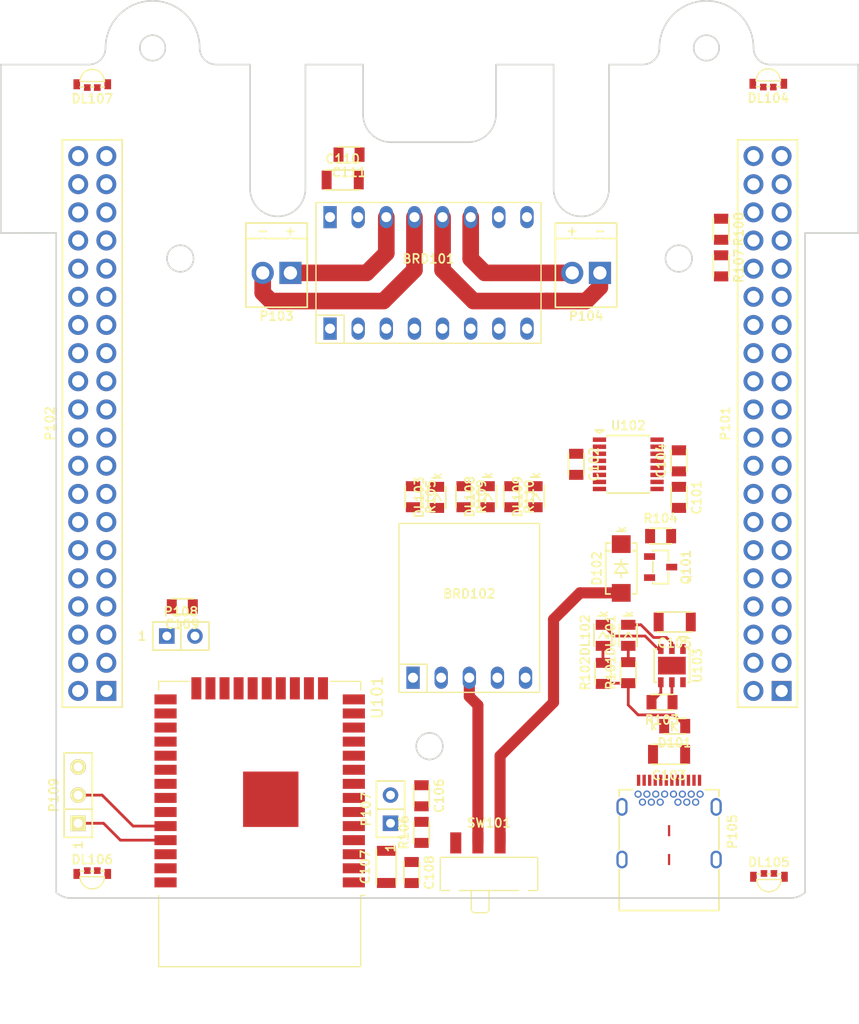
<source format=kicad_pcb>
(kicad_pcb (version 20171130) (host pcbnew "(5.1.6-0-10_14)")

  (general
    (thickness 1.6)
    (drawings 58)
    (tracks 54)
    (zones 0)
    (modules 47)
    (nets 153)
  )

  (page A4)
  (layers
    (0 F.Cu signal)
    (31 B.Cu signal)
    (32 B.Adhes user)
    (33 F.Adhes user)
    (34 B.Paste user)
    (35 F.Paste user)
    (36 B.SilkS user)
    (37 F.SilkS user)
    (38 B.Mask user)
    (39 F.Mask user)
    (40 Dwgs.User user)
    (41 Cmts.User user)
    (42 Eco1.User user)
    (43 Eco2.User user)
    (44 Edge.Cuts user)
    (45 Margin user)
    (46 B.CrtYd user)
    (47 F.CrtYd user)
    (48 B.Fab user)
    (49 F.Fab user)
  )

  (setup
    (last_trace_width 1)
    (user_trace_width 0.2)
    (user_trace_width 0.25)
    (user_trace_width 0.4)
    (user_trace_width 0.75)
    (user_trace_width 1)
    (user_trace_width 1.5)
    (trace_clearance 0.2)
    (zone_clearance 0.508)
    (zone_45_only no)
    (trace_min 0.2)
    (via_size 0.8)
    (via_drill 0.4)
    (via_min_size 0.6)
    (via_min_drill 0.3)
    (uvia_size 0.3)
    (uvia_drill 0.1)
    (uvias_allowed no)
    (uvia_min_size 0.2)
    (uvia_min_drill 0.1)
    (edge_width 0.05)
    (segment_width 0.2)
    (pcb_text_width 0.3)
    (pcb_text_size 1.5 1.5)
    (mod_edge_width 0.12)
    (mod_text_size 0.8 0.8)
    (mod_text_width 0.15)
    (pad_size 2 2)
    (pad_drill 1.2)
    (pad_to_mask_clearance 0.05)
    (aux_axis_origin 90.11 59.93)
    (grid_origin 90.11 59.93)
    (visible_elements FFFFFF7F)
    (pcbplotparams
      (layerselection 0x010fc_ffffffff)
      (usegerberextensions false)
      (usegerberattributes true)
      (usegerberadvancedattributes true)
      (creategerberjobfile true)
      (excludeedgelayer true)
      (linewidth 0.100000)
      (plotframeref false)
      (viasonmask false)
      (mode 1)
      (useauxorigin false)
      (hpglpennumber 1)
      (hpglpenspeed 20)
      (hpglpendiameter 15.000000)
      (psnegative false)
      (psa4output false)
      (plotreference true)
      (plotvalue true)
      (plotinvisibletext false)
      (padsonsilk false)
      (subtractmaskfromsilk false)
      (outputformat 1)
      (mirror false)
      (drillshape 1)
      (scaleselection 1)
      (outputdirectory ""))
  )

  (net 0 "")
  (net 1 "Net-(BRD101-Pad2)")
  (net 2 "Net-(BRD101-Pad14)")
  (net 3 "Net-(BRD101-Pad13)")
  (net 4 "Net-(BRD101-Pad12)")
  (net 5 "Net-(BRD101-Pad11)")
  (net 6 "Net-(BRD101-Pad10)")
  (net 7 "Net-(BRD101-Pad9)")
  (net 8 "Net-(P101-Pad3)")
  (net 9 "Net-(P101-Pad5)")
  (net 10 "Net-(P101-Pad6)")
  (net 11 "Net-(P101-Pad7)")
  (net 12 "Net-(P101-Pad8)")
  (net 13 "Net-(P101-Pad9)")
  (net 14 "Net-(P101-Pad10)")
  (net 15 "Net-(P101-Pad11)")
  (net 16 "Net-(P101-Pad12)")
  (net 17 "Net-(P101-Pad14)")
  (net 18 "Net-(P101-Pad19)")
  (net 19 "Net-(P101-Pad21)")
  (net 20 "Net-(P101-Pad23)")
  (net 21 "Net-(P101-Pad26)")
  (net 22 "Net-(P101-Pad28)")
  (net 23 "Net-(P101-Pad30)")
  (net 24 "Net-(P101-Pad32)")
  (net 25 "Net-(P101-Pad33)")
  (net 26 "Net-(P101-Pad35)")
  (net 27 "Net-(P101-Pad37)")
  (net 28 "Net-(P101-Pad39)")
  (net 29 "Net-(P101-Pad40)")
  (net 30 "Net-(P102-Pad40)")
  (net 31 "Net-(P102-Pad39)")
  (net 32 "Net-(P102-Pad38)")
  (net 33 "Net-(P102-Pad37)")
  (net 34 "Net-(P102-Pad36)")
  (net 35 "Net-(P102-Pad35)")
  (net 36 "Net-(P102-Pad32)")
  (net 37 "Net-(P102-Pad31)")
  (net 38 "Net-(P102-Pad30)")
  (net 39 "Net-(P102-Pad29)")
  (net 40 "Net-(P102-Pad28)")
  (net 41 "Net-(P102-Pad27)")
  (net 42 "Net-(P102-Pad26)")
  (net 43 "Net-(P102-Pad24)")
  (net 44 "Net-(P102-Pad22)")
  (net 45 "Net-(P102-Pad20)")
  (net 46 "Net-(P102-Pad19)")
  (net 47 "Net-(P102-Pad18)")
  (net 48 "Net-(P102-Pad17)")
  (net 49 "Net-(P102-Pad16)")
  (net 50 "Net-(P102-Pad15)")
  (net 51 "Net-(P102-Pad13)")
  (net 52 "Net-(P102-Pad12)")
  (net 53 "Net-(P102-Pad11)")
  (net 54 "Net-(P102-Pad10)")
  (net 55 "Net-(P102-Pad9)")
  (net 56 "Net-(P102-Pad8)")
  (net 57 "Net-(P102-Pad7)")
  (net 58 "Net-(P102-Pad6)")
  (net 59 "Net-(P102-Pad5)")
  (net 60 "Net-(P102-Pad4)")
  (net 61 "Net-(P102-Pad3)")
  (net 62 "Net-(P102-Pad2)")
  (net 63 "Net-(P102-Pad1)")
  (net 64 "Net-(P105-PadB2)")
  (net 65 "Net-(P105-PadB3)")
  (net 66 "Net-(P105-PadB5)")
  (net 67 "Net-(P105-PadB8)")
  (net 68 "Net-(P105-PadB10)")
  (net 69 "Net-(P105-PadB11)")
  (net 70 "Net-(P105-PadA2)")
  (net 71 "Net-(P105-PadA3)")
  (net 72 "Net-(P105-PadA5)")
  (net 73 "Net-(P105-PadA8)")
  (net 74 "Net-(P105-PadA10)")
  (net 75 "Net-(P105-PadA11)")
  (net 76 "Net-(U101-Pad4)")
  (net 77 "Net-(U101-Pad5)")
  (net 78 "Net-(U101-Pad6)")
  (net 79 "Net-(U101-Pad7)")
  (net 80 "Net-(U101-Pad8)")
  (net 81 "Net-(U101-Pad9)")
  (net 82 "Net-(U101-Pad10)")
  (net 83 "Net-(U101-Pad11)")
  (net 84 "Net-(U101-Pad12)")
  (net 85 "Net-(U101-Pad13)")
  (net 86 "Net-(U101-Pad14)")
  (net 87 "Net-(U101-Pad16)")
  (net 88 "Net-(U101-Pad17)")
  (net 89 "Net-(U101-Pad18)")
  (net 90 "Net-(U101-Pad19)")
  (net 91 "Net-(U101-Pad20)")
  (net 92 "Net-(U101-Pad21)")
  (net 93 "Net-(U101-Pad22)")
  (net 94 "Net-(U101-Pad23)")
  (net 95 "Net-(U101-Pad24)")
  (net 96 "Net-(U101-Pad32)")
  (net 97 "Net-(U101-Pad33)")
  (net 98 "Net-(U101-Pad36)")
  (net 99 "Net-(U101-Pad37)")
  (net 100 "Net-(C101-Pad1)")
  (net 101 GND)
  (net 102 +VUSB)
  (net 103 "Net-(DL101-Pad1)")
  (net 104 "Net-(DL101-Pad2)")
  (net 105 "Net-(DL102-Pad2)")
  (net 106 "Net-(DL102-Pad1)")
  (net 107 /USB_DP)
  (net 108 /USB_DM)
  (net 109 "Net-(R103-Pad1)")
  (net 110 "Net-(U102-Pad2)")
  (net 111 "Net-(U102-Pad6)")
  (net 112 "Net-(U102-Pad7)")
  (net 113 "Net-(U102-Pad14)")
  (net 114 "Net-(U102-Pad15)")
  (net 115 "Net-(U102-Pad16)")
  (net 116 +VIN)
  (net 117 "Net-(BRD102-Pad3)")
  (net 118 "Net-(BRD102-Pad2)")
  (net 119 "Net-(BRD102-Pad1)")
  (net 120 +VBAT)
  (net 121 "Net-(D102-Pad2)")
  (net 122 "Net-(DL103-Pad2)")
  (net 123 "Net-(SW101-Pad1)")
  (net 124 /MOTOR_SX_CTR1)
  (net 125 /MOTOR_SX_CTR2)
  (net 126 /MOTOR_DX_CTR2)
  (net 127 /MOTOR_DX_CTR1)
  (net 128 /MOTOR_SLEEP)
  (net 129 /MOTOR_FAULT)
  (net 130 /ESP_ENABLE)
  (net 131 +3.3V)
  (net 132 /ESP_BOOT)
  (net 133 /LED_RX_GREEN)
  (net 134 /LED_RX_BLUE)
  (net 135 /LED_RX_RED)
  (net 136 /LED_LX_GREEN)
  (net 137 /LED_LX_BLUE)
  (net 138 /LED_LX_RED)
  (net 139 "Net-(DL108-Pad2)")
  (net 140 +5V)
  (net 141 "Net-(DL109-Pad2)")
  (net 142 /ESP2MCU_04)
  (net 143 /ESP2MCU_03)
  (net 144 /ESP2MCU_02)
  (net 145 /ESP2MCU_01)
  (net 146 /ADC_BAT_STATUS)
  (net 147 /UART_CMD_TX)
  (net 148 /UART_CMD_RX)
  (net 149 /UART_DBG_RX)
  (net 150 /UART_DBG_TX)
  (net 151 /ESP_PROG_RX)
  (net 152 /ESP_PROG_TX)

  (net_class Default "This is the default net class."
    (clearance 0.2)
    (trace_width 0.2)
    (via_dia 0.8)
    (via_drill 0.4)
    (uvia_dia 0.3)
    (uvia_drill 0.1)
    (add_net +3.3V)
    (add_net +5V)
    (add_net +VBAT)
    (add_net +VIN)
    (add_net +VUSB)
    (add_net /ADC_BAT_STATUS)
    (add_net /ESP2MCU_01)
    (add_net /ESP2MCU_02)
    (add_net /ESP2MCU_03)
    (add_net /ESP2MCU_04)
    (add_net /ESP_BOOT)
    (add_net /ESP_ENABLE)
    (add_net /ESP_PROG_RX)
    (add_net /ESP_PROG_TX)
    (add_net /LED_LX_BLUE)
    (add_net /LED_LX_GREEN)
    (add_net /LED_LX_RED)
    (add_net /LED_RX_BLUE)
    (add_net /LED_RX_GREEN)
    (add_net /LED_RX_RED)
    (add_net /MOTOR_DX_CTR1)
    (add_net /MOTOR_DX_CTR2)
    (add_net /MOTOR_FAULT)
    (add_net /MOTOR_SLEEP)
    (add_net /MOTOR_SX_CTR1)
    (add_net /MOTOR_SX_CTR2)
    (add_net /UART_CMD_RX)
    (add_net /UART_CMD_TX)
    (add_net /UART_DBG_RX)
    (add_net /UART_DBG_TX)
    (add_net /USB_DM)
    (add_net /USB_DP)
    (add_net GND)
    (add_net "Net-(BRD101-Pad10)")
    (add_net "Net-(BRD101-Pad11)")
    (add_net "Net-(BRD101-Pad12)")
    (add_net "Net-(BRD101-Pad13)")
    (add_net "Net-(BRD101-Pad14)")
    (add_net "Net-(BRD101-Pad2)")
    (add_net "Net-(BRD101-Pad9)")
    (add_net "Net-(BRD102-Pad1)")
    (add_net "Net-(BRD102-Pad2)")
    (add_net "Net-(BRD102-Pad3)")
    (add_net "Net-(C101-Pad1)")
    (add_net "Net-(D102-Pad2)")
    (add_net "Net-(DL101-Pad1)")
    (add_net "Net-(DL101-Pad2)")
    (add_net "Net-(DL102-Pad1)")
    (add_net "Net-(DL102-Pad2)")
    (add_net "Net-(DL103-Pad2)")
    (add_net "Net-(DL108-Pad2)")
    (add_net "Net-(DL109-Pad2)")
    (add_net "Net-(P101-Pad10)")
    (add_net "Net-(P101-Pad11)")
    (add_net "Net-(P101-Pad12)")
    (add_net "Net-(P101-Pad14)")
    (add_net "Net-(P101-Pad19)")
    (add_net "Net-(P101-Pad21)")
    (add_net "Net-(P101-Pad23)")
    (add_net "Net-(P101-Pad26)")
    (add_net "Net-(P101-Pad28)")
    (add_net "Net-(P101-Pad3)")
    (add_net "Net-(P101-Pad30)")
    (add_net "Net-(P101-Pad32)")
    (add_net "Net-(P101-Pad33)")
    (add_net "Net-(P101-Pad35)")
    (add_net "Net-(P101-Pad37)")
    (add_net "Net-(P101-Pad39)")
    (add_net "Net-(P101-Pad40)")
    (add_net "Net-(P101-Pad5)")
    (add_net "Net-(P101-Pad6)")
    (add_net "Net-(P101-Pad7)")
    (add_net "Net-(P101-Pad8)")
    (add_net "Net-(P101-Pad9)")
    (add_net "Net-(P102-Pad1)")
    (add_net "Net-(P102-Pad10)")
    (add_net "Net-(P102-Pad11)")
    (add_net "Net-(P102-Pad12)")
    (add_net "Net-(P102-Pad13)")
    (add_net "Net-(P102-Pad15)")
    (add_net "Net-(P102-Pad16)")
    (add_net "Net-(P102-Pad17)")
    (add_net "Net-(P102-Pad18)")
    (add_net "Net-(P102-Pad19)")
    (add_net "Net-(P102-Pad2)")
    (add_net "Net-(P102-Pad20)")
    (add_net "Net-(P102-Pad22)")
    (add_net "Net-(P102-Pad24)")
    (add_net "Net-(P102-Pad26)")
    (add_net "Net-(P102-Pad27)")
    (add_net "Net-(P102-Pad28)")
    (add_net "Net-(P102-Pad29)")
    (add_net "Net-(P102-Pad3)")
    (add_net "Net-(P102-Pad30)")
    (add_net "Net-(P102-Pad31)")
    (add_net "Net-(P102-Pad32)")
    (add_net "Net-(P102-Pad35)")
    (add_net "Net-(P102-Pad36)")
    (add_net "Net-(P102-Pad37)")
    (add_net "Net-(P102-Pad38)")
    (add_net "Net-(P102-Pad39)")
    (add_net "Net-(P102-Pad4)")
    (add_net "Net-(P102-Pad40)")
    (add_net "Net-(P102-Pad5)")
    (add_net "Net-(P102-Pad6)")
    (add_net "Net-(P102-Pad7)")
    (add_net "Net-(P102-Pad8)")
    (add_net "Net-(P102-Pad9)")
    (add_net "Net-(P105-PadA10)")
    (add_net "Net-(P105-PadA11)")
    (add_net "Net-(P105-PadA2)")
    (add_net "Net-(P105-PadA3)")
    (add_net "Net-(P105-PadA5)")
    (add_net "Net-(P105-PadA8)")
    (add_net "Net-(P105-PadB10)")
    (add_net "Net-(P105-PadB11)")
    (add_net "Net-(P105-PadB2)")
    (add_net "Net-(P105-PadB3)")
    (add_net "Net-(P105-PadB5)")
    (add_net "Net-(P105-PadB8)")
    (add_net "Net-(R103-Pad1)")
    (add_net "Net-(SW101-Pad1)")
    (add_net "Net-(U101-Pad10)")
    (add_net "Net-(U101-Pad11)")
    (add_net "Net-(U101-Pad12)")
    (add_net "Net-(U101-Pad13)")
    (add_net "Net-(U101-Pad14)")
    (add_net "Net-(U101-Pad16)")
    (add_net "Net-(U101-Pad17)")
    (add_net "Net-(U101-Pad18)")
    (add_net "Net-(U101-Pad19)")
    (add_net "Net-(U101-Pad20)")
    (add_net "Net-(U101-Pad21)")
    (add_net "Net-(U101-Pad22)")
    (add_net "Net-(U101-Pad23)")
    (add_net "Net-(U101-Pad24)")
    (add_net "Net-(U101-Pad32)")
    (add_net "Net-(U101-Pad33)")
    (add_net "Net-(U101-Pad36)")
    (add_net "Net-(U101-Pad37)")
    (add_net "Net-(U101-Pad4)")
    (add_net "Net-(U101-Pad5)")
    (add_net "Net-(U101-Pad6)")
    (add_net "Net-(U101-Pad7)")
    (add_net "Net-(U101-Pad8)")
    (add_net "Net-(U101-Pad9)")
    (add_net "Net-(U102-Pad14)")
    (add_net "Net-(U102-Pad15)")
    (add_net "Net-(U102-Pad16)")
    (add_net "Net-(U102-Pad2)")
    (add_net "Net-(U102-Pad6)")
    (add_net "Net-(U102-Pad7)")
  )

  (module WIFI:ESP32-WROOM-32D (layer F.Cu) (tedit 6053CF9E) (tstamp 6057C700)
    (at 113.478 125.462 180)
    (descr "Single 2.4 GHz Wi-Fi and Bluetooth combo chip https://www.espressif.com/sites/default/files/documentation/esp32-wroom-32_datasheet_en.pdf")
    (tags "Single 2.4 GHz Wi-Fi and Bluetooth combo  chip")
    (path /6051E630)
    (attr smd)
    (fp_text reference U101 (at -10.61 8.43 90) (layer F.SilkS)
      (effects (font (size 1 1) (thickness 0.15)))
    )
    (fp_text value "ESP32-WROOM-32E(8MB)" (at 0 11.5) (layer F.Fab)
      (effects (font (size 1 1) (thickness 0.15)))
    )
    (fp_line (start -9.12 -9.445) (end -9.5 -9.445) (layer F.SilkS) (width 0.12))
    (fp_line (start -9.12 -15.865) (end -9.12 -9.445) (layer F.SilkS) (width 0.12))
    (fp_line (start 9.12 -15.865) (end 9.12 -9.445) (layer F.SilkS) (width 0.12))
    (fp_line (start -9.12 -15.865) (end 9.12 -15.865) (layer F.SilkS) (width 0.12))
    (fp_line (start 9.12 9.88) (end 6.35 9.88) (layer F.SilkS) (width 0.12))
    (fp_line (start 9.12 9.1) (end 9.12 9.88) (layer F.SilkS) (width 0.12))
    (fp_line (start -9.12 9.88) (end -6.35 9.88) (layer F.SilkS) (width 0.12))
    (fp_line (start -9.12 9.1) (end -9.12 9.88) (layer F.SilkS) (width 0.12))
    (fp_line (start 8.4 -20.6) (end 8.2 -20.4) (layer Cmts.User) (width 0.1))
    (fp_line (start 8.4 -16) (end 8.4 -20.6) (layer Cmts.User) (width 0.1))
    (fp_line (start 8.4 -20.6) (end 8.6 -20.4) (layer Cmts.User) (width 0.1))
    (fp_line (start 8.4 -16) (end 8.6 -16.2) (layer Cmts.User) (width 0.1))
    (fp_line (start 8.4 -16) (end 8.2 -16.2) (layer Cmts.User) (width 0.1))
    (fp_line (start -9.2 -13.875) (end -9.4 -14.075) (layer Cmts.User) (width 0.1))
    (fp_line (start -13.8 -13.875) (end -9.2 -13.875) (layer Cmts.User) (width 0.1))
    (fp_line (start -9.2 -13.875) (end -9.4 -13.675) (layer Cmts.User) (width 0.1))
    (fp_line (start -13.8 -13.875) (end -13.6 -13.675) (layer Cmts.User) (width 0.1))
    (fp_line (start -13.8 -13.875) (end -13.6 -14.075) (layer Cmts.User) (width 0.1))
    (fp_line (start 9.2 -13.875) (end 9.4 -13.675) (layer Cmts.User) (width 0.1))
    (fp_line (start 9.2 -13.875) (end 9.4 -14.075) (layer Cmts.User) (width 0.1))
    (fp_line (start 13.8 -13.875) (end 13.6 -13.675) (layer Cmts.User) (width 0.1))
    (fp_line (start 13.8 -13.875) (end 13.6 -14.075) (layer Cmts.User) (width 0.1))
    (fp_line (start 9.2 -13.875) (end 13.8 -13.875) (layer Cmts.User) (width 0.1))
    (fp_line (start 14 -11.585) (end 12 -9.97) (layer Dwgs.User) (width 0.1))
    (fp_line (start 14 -13.2) (end 10 -9.97) (layer Dwgs.User) (width 0.1))
    (fp_line (start 14 -14.815) (end 8 -9.97) (layer Dwgs.User) (width 0.1))
    (fp_line (start 14 -16.43) (end 6 -9.97) (layer Dwgs.User) (width 0.1))
    (fp_line (start 14 -18.045) (end 4 -9.97) (layer Dwgs.User) (width 0.1))
    (fp_line (start 14 -19.66) (end 2 -9.97) (layer Dwgs.User) (width 0.1))
    (fp_line (start 13.475 -20.75) (end 0 -9.97) (layer Dwgs.User) (width 0.1))
    (fp_line (start 11.475 -20.75) (end -2 -9.97) (layer Dwgs.User) (width 0.1))
    (fp_line (start 9.475 -20.75) (end -4 -9.97) (layer Dwgs.User) (width 0.1))
    (fp_line (start 7.475 -20.75) (end -6 -9.97) (layer Dwgs.User) (width 0.1))
    (fp_line (start -8 -9.97) (end 5.475 -20.75) (layer Dwgs.User) (width 0.1))
    (fp_line (start 3.475 -20.75) (end -10 -9.97) (layer Dwgs.User) (width 0.1))
    (fp_line (start 1.475 -20.75) (end -12 -9.97) (layer Dwgs.User) (width 0.1))
    (fp_line (start -0.525 -20.75) (end -14 -9.97) (layer Dwgs.User) (width 0.1))
    (fp_line (start -2.525 -20.75) (end -14 -11.585) (layer Dwgs.User) (width 0.1))
    (fp_line (start -4.525 -20.75) (end -14 -13.2) (layer Dwgs.User) (width 0.1))
    (fp_line (start -6.525 -20.75) (end -14 -14.815) (layer Dwgs.User) (width 0.1))
    (fp_line (start -8.525 -20.75) (end -14 -16.43) (layer Dwgs.User) (width 0.1))
    (fp_line (start -10.525 -20.75) (end -14 -18.045) (layer Dwgs.User) (width 0.1))
    (fp_line (start -12.525 -20.75) (end -14 -19.66) (layer Dwgs.User) (width 0.1))
    (fp_line (start 9.75 -9.72) (end 14.25 -9.72) (layer F.CrtYd) (width 0.05))
    (fp_line (start -14.25 -9.72) (end -9.75 -9.72) (layer F.CrtYd) (width 0.05))
    (fp_line (start 14.25 -21) (end 14.25 -9.72) (layer F.CrtYd) (width 0.05))
    (fp_line (start -14.25 -21) (end -14.25 -9.72) (layer F.CrtYd) (width 0.05))
    (fp_line (start 14 -20.75) (end -14 -20.75) (layer Dwgs.User) (width 0.1))
    (fp_line (start 14 -9.97) (end 14 -20.75) (layer Dwgs.User) (width 0.1))
    (fp_line (start 14 -9.97) (end -14 -9.97) (layer Dwgs.User) (width 0.1))
    (fp_line (start -9 -9.02) (end -8.5 -9.52) (layer F.Fab) (width 0.15))
    (fp_line (start -8.5 -9.52) (end -9 -10.02) (layer F.Fab) (width 0.15))
    (fp_line (start -9 -9.02) (end -9 9.76) (layer F.Fab) (width 0.15))
    (fp_line (start -14.25 -21) (end 14.25 -21) (layer F.CrtYd) (width 0.05))
    (fp_line (start 9.75 -9.72) (end 9.75 10.5) (layer F.CrtYd) (width 0.05))
    (fp_line (start -9.75 10.5) (end 9.75 10.5) (layer F.CrtYd) (width 0.05))
    (fp_line (start -9.75 10.5) (end -9.75 -9.72) (layer F.CrtYd) (width 0.05))
    (fp_line (start -9 -15.745) (end 9 -15.745) (layer F.Fab) (width 0.15))
    (fp_line (start -9 -15.745) (end -9 -10.02) (layer F.Fab) (width 0.15))
    (fp_line (start -9 9.76) (end 9 9.76) (layer F.Fab) (width 0.15))
    (fp_line (start 9 9.76) (end 9 -15.745) (layer F.Fab) (width 0.15))
    (fp_line (start -14 -9.97) (end -14 -20.75) (layer Dwgs.User) (width 0.1))
    (fp_text user "5 mm" (at 7.8 -19.075 90) (layer Cmts.User)
      (effects (font (size 0.5 0.5) (thickness 0.1)))
    )
    (fp_text user "5 mm" (at -11.2 -14.375) (layer Cmts.User)
      (effects (font (size 0.5 0.5) (thickness 0.1)))
    )
    (fp_text user "5 mm" (at 11.8 -14.375) (layer Cmts.User)
      (effects (font (size 0.5 0.5) (thickness 0.1)))
    )
    (fp_text user Antenna (at 0 -13) (layer Cmts.User)
      (effects (font (size 1 1) (thickness 0.15)))
    )
    (fp_text user "KEEP-OUT ZONE" (at 0 -19) (layer Cmts.User)
      (effects (font (size 1 1) (thickness 0.15)))
    )
    (fp_text user %R (at 0 3.81) (layer F.Fab)
      (effects (font (size 1 1) (thickness 0.15)))
    )
    (pad 38 smd rect (at 8.5 -8.255 180) (size 2 0.9) (layers F.Cu F.Paste F.Mask)
      (net 101 GND))
    (pad 37 smd rect (at 8.5 -6.985 180) (size 2 0.9) (layers F.Cu F.Paste F.Mask)
      (net 99 "Net-(U101-Pad37)"))
    (pad 36 smd rect (at 8.5 -5.715 180) (size 2 0.9) (layers F.Cu F.Paste F.Mask)
      (net 98 "Net-(U101-Pad36)"))
    (pad 35 smd rect (at 8.5 -4.445 180) (size 2 0.9) (layers F.Cu F.Paste F.Mask)
      (net 152 /ESP_PROG_TX))
    (pad 34 smd rect (at 8.5 -3.175 180) (size 2 0.9) (layers F.Cu F.Paste F.Mask)
      (net 151 /ESP_PROG_RX))
    (pad 33 smd rect (at 8.5 -1.905 180) (size 2 0.9) (layers F.Cu F.Paste F.Mask)
      (net 97 "Net-(U101-Pad33)"))
    (pad 32 smd rect (at 8.5 -0.635 180) (size 2 0.9) (layers F.Cu F.Paste F.Mask)
      (net 96 "Net-(U101-Pad32)"))
    (pad 31 smd rect (at 8.5 0.635 180) (size 2 0.9) (layers F.Cu F.Paste F.Mask)
      (net 145 /ESP2MCU_01))
    (pad 30 smd rect (at 8.5 1.905 180) (size 2 0.9) (layers F.Cu F.Paste F.Mask)
      (net 144 /ESP2MCU_02))
    (pad 29 smd rect (at 8.5 3.175 180) (size 2 0.9) (layers F.Cu F.Paste F.Mask)
      (net 143 /ESP2MCU_03))
    (pad 28 smd rect (at 8.5 4.445 180) (size 2 0.9) (layers F.Cu F.Paste F.Mask)
      (net 148 /UART_CMD_RX))
    (pad 27 smd rect (at 8.5 5.715 180) (size 2 0.9) (layers F.Cu F.Paste F.Mask)
      (net 147 /UART_CMD_TX))
    (pad 26 smd rect (at 8.5 6.985 180) (size 2 0.9) (layers F.Cu F.Paste F.Mask)
      (net 142 /ESP2MCU_04))
    (pad 25 smd rect (at 8.5 8.255 180) (size 2 0.9) (layers F.Cu F.Paste F.Mask)
      (net 132 /ESP_BOOT))
    (pad 24 smd rect (at 5.715 9.255 270) (size 2 0.9) (layers F.Cu F.Paste F.Mask)
      (net 95 "Net-(U101-Pad24)"))
    (pad 23 smd rect (at 4.445 9.255 270) (size 2 0.9) (layers F.Cu F.Paste F.Mask)
      (net 94 "Net-(U101-Pad23)"))
    (pad 22 smd rect (at 3.175 9.255 270) (size 2 0.9) (layers F.Cu F.Paste F.Mask)
      (net 93 "Net-(U101-Pad22)"))
    (pad 21 smd rect (at 1.905 9.255 270) (size 2 0.9) (layers F.Cu F.Paste F.Mask)
      (net 92 "Net-(U101-Pad21)"))
    (pad 20 smd rect (at 0.635 9.255 270) (size 2 0.9) (layers F.Cu F.Paste F.Mask)
      (net 91 "Net-(U101-Pad20)"))
    (pad 19 smd rect (at -0.635 9.255 270) (size 2 0.9) (layers F.Cu F.Paste F.Mask)
      (net 90 "Net-(U101-Pad19)"))
    (pad 18 smd rect (at -1.905 9.255 270) (size 2 0.9) (layers F.Cu F.Paste F.Mask)
      (net 89 "Net-(U101-Pad18)"))
    (pad 17 smd rect (at -3.175 9.255 270) (size 2 0.9) (layers F.Cu F.Paste F.Mask)
      (net 88 "Net-(U101-Pad17)"))
    (pad 16 smd rect (at -4.445 9.255 270) (size 2 0.9) (layers F.Cu F.Paste F.Mask)
      (net 87 "Net-(U101-Pad16)"))
    (pad 15 smd rect (at -5.715 9.255 270) (size 2 0.9) (layers F.Cu F.Paste F.Mask)
      (net 101 GND))
    (pad 14 smd rect (at -8.5 8.255 180) (size 2 0.9) (layers F.Cu F.Paste F.Mask)
      (net 86 "Net-(U101-Pad14)"))
    (pad 13 smd rect (at -8.5 6.985 180) (size 2 0.9) (layers F.Cu F.Paste F.Mask)
      (net 85 "Net-(U101-Pad13)"))
    (pad 12 smd rect (at -8.5 5.715 180) (size 2 0.9) (layers F.Cu F.Paste F.Mask)
      (net 84 "Net-(U101-Pad12)"))
    (pad 11 smd rect (at -8.5 4.445 180) (size 2 0.9) (layers F.Cu F.Paste F.Mask)
      (net 83 "Net-(U101-Pad11)"))
    (pad 10 smd rect (at -8.5 3.175 180) (size 2 0.9) (layers F.Cu F.Paste F.Mask)
      (net 82 "Net-(U101-Pad10)"))
    (pad 9 smd rect (at -8.5 1.905 180) (size 2 0.9) (layers F.Cu F.Paste F.Mask)
      (net 81 "Net-(U101-Pad9)"))
    (pad 8 smd rect (at -8.5 0.635 180) (size 2 0.9) (layers F.Cu F.Paste F.Mask)
      (net 80 "Net-(U101-Pad8)"))
    (pad 7 smd rect (at -8.5 -0.635 180) (size 2 0.9) (layers F.Cu F.Paste F.Mask)
      (net 79 "Net-(U101-Pad7)"))
    (pad 6 smd rect (at -8.5 -1.905 180) (size 2 0.9) (layers F.Cu F.Paste F.Mask)
      (net 78 "Net-(U101-Pad6)"))
    (pad 5 smd rect (at -8.5 -3.175 180) (size 2 0.9) (layers F.Cu F.Paste F.Mask)
      (net 77 "Net-(U101-Pad5)"))
    (pad 4 smd rect (at -8.5 -4.445 180) (size 2 0.9) (layers F.Cu F.Paste F.Mask)
      (net 76 "Net-(U101-Pad4)"))
    (pad 3 smd rect (at -8.5 -5.715 180) (size 2 0.9) (layers F.Cu F.Paste F.Mask)
      (net 130 /ESP_ENABLE))
    (pad 2 smd rect (at -8.5 -6.985 180) (size 2 0.9) (layers F.Cu F.Paste F.Mask)
      (net 131 +3.3V))
    (pad 1 smd rect (at -8.5 -8.255 180) (size 2 0.9) (layers F.Cu F.Paste F.Mask)
      (net 101 GND))
    (pad 39 smd rect (at -1 -0.755 180) (size 5 5) (layers F.Cu F.Paste F.Mask)
      (net 101 GND))
    (model ${KINOWAEMOD}/packages3d/3rd-party/web/ESP32-WROOM-32.step
      (offset (xyz -9 -9.800000000000001 0))
      (scale (xyz 1 1 1))
      (rotate (xyz -90 0 0))
    )
  )

  (module BOARD:POLOLU-2130 (layer F.Cu) (tedit 604FDBA6) (tstamp 60506817)
    (at 128.718 78.726)
    (descr "DRV8833 Dual Motor Driver Carrier")
    (path /60505D7F)
    (fp_text reference BRD101 (at 0 -1.27 180) (layer F.SilkS)
      (effects (font (size 0.8 0.8) (thickness 0.15)))
    )
    (fp_text value POLOLU-2130 (at 0 0) (layer F.Fab)
      (effects (font (size 0.8 0.8) (thickness 0.15)))
    )
    (fp_line (start -7.62 3.81) (end -7.62 6.35) (layer F.Fab) (width 0.12))
    (fp_line (start -10.16 3.81) (end -7.62 3.81) (layer F.Fab) (width 0.12))
    (fp_line (start -10.16 6.35) (end -10.16 -6.35) (layer F.Fab) (width 0.12))
    (fp_line (start 10.16 6.35) (end -10.16 6.35) (layer F.Fab) (width 0.12))
    (fp_line (start 10.16 -6.35) (end 10.16 6.35) (layer F.Fab) (width 0.12))
    (fp_line (start -10.16 -6.35) (end 10.16 -6.35) (layer F.Fab) (width 0.12))
    (fp_line (start -7.62 3.81) (end -7.62 6.35) (layer F.SilkS) (width 0.12))
    (fp_line (start -10.16 3.81) (end -7.62 3.81) (layer F.SilkS) (width 0.12))
    (fp_line (start -10.16 6.35) (end 10.16 6.350001) (layer F.SilkS) (width 0.12))
    (fp_line (start 10.16 6.350001) (end 10.16 -6.35) (layer F.SilkS) (width 0.12))
    (fp_line (start 10.16 -6.349999) (end -10.16 -6.35) (layer F.SilkS) (width 0.12))
    (fp_line (start -10.16 -6.35) (end -10.16 6.35) (layer F.SilkS) (width 0.12))
    (fp_line (start -10.795 -6.985) (end 10.795 -6.985) (layer F.CrtYd) (width 0.05))
    (fp_line (start 10.795 -6.985) (end 10.795 6.985) (layer F.CrtYd) (width 0.05))
    (fp_line (start 10.795 6.985) (end -10.795 6.985) (layer F.CrtYd) (width 0.05))
    (fp_line (start -10.795 6.985) (end -10.795 -6.985) (layer F.CrtYd) (width 0.05))
    (fp_text user %R (at 0 -1.27) (layer F.Fab)
      (effects (font (size 0.8 0.8) (thickness 0.15)))
    )
    (pad 16 thru_hole rect (at -8.89 -5.03) (size 1.2 2) (drill 0.9) (layers *.Cu *.Mask)
      (net 101 GND))
    (pad 1 thru_hole rect (at -8.89 5.03) (size 1.2 2) (drill 0.9) (layers *.Cu *.Mask)
      (net 101 GND))
    (pad 15 thru_hole oval (at -6.35 -5.03) (size 1.2 2) (drill 0.9) (layers *.Cu *.Mask)
      (net 116 +VIN))
    (pad 2 thru_hole oval (at -6.35 5.03) (size 1.2 2) (drill 0.9) (layers *.Cu *.Mask)
      (net 1 "Net-(BRD101-Pad2)"))
    (pad 14 thru_hole oval (at -3.81 -5.03) (size 1.2 2) (drill 0.9) (layers *.Cu *.Mask)
      (net 2 "Net-(BRD101-Pad14)"))
    (pad 3 thru_hole oval (at -3.81 5.03) (size 1.2 2) (drill 0.9) (layers *.Cu *.Mask)
      (net 124 /MOTOR_SX_CTR1))
    (pad 13 thru_hole oval (at -1.27 -5.03) (size 1.2 2) (drill 0.9) (layers *.Cu *.Mask)
      (net 3 "Net-(BRD101-Pad13)"))
    (pad 4 thru_hole oval (at -1.27 5.03) (size 1.2 2) (drill 0.9) (layers *.Cu *.Mask)
      (net 125 /MOTOR_SX_CTR2))
    (pad 12 thru_hole oval (at 1.27 -5.03) (size 1.2 2) (drill 0.9) (layers *.Cu *.Mask)
      (net 4 "Net-(BRD101-Pad12)"))
    (pad 5 thru_hole oval (at 1.27 5.03) (size 1.2 2) (drill 0.9) (layers *.Cu *.Mask)
      (net 126 /MOTOR_DX_CTR2))
    (pad 11 thru_hole oval (at 3.81 -5.03) (size 1.2 2) (drill 0.9) (layers *.Cu *.Mask)
      (net 5 "Net-(BRD101-Pad11)"))
    (pad 6 thru_hole oval (at 3.81 5.03) (size 1.2 2) (drill 0.9) (layers *.Cu *.Mask)
      (net 127 /MOTOR_DX_CTR1))
    (pad 10 thru_hole oval (at 6.35 -5.03) (size 1.2 2) (drill 0.9) (layers *.Cu *.Mask)
      (net 6 "Net-(BRD101-Pad10)"))
    (pad 7 thru_hole oval (at 6.35 5.03) (size 1.2 2) (drill 0.9) (layers *.Cu *.Mask)
      (net 128 /MOTOR_SLEEP))
    (pad 9 thru_hole oval (at 8.89 -5.03) (size 1.2 2) (drill 0.9) (layers *.Cu *.Mask)
      (net 7 "Net-(BRD101-Pad9)"))
    (pad 8 thru_hole oval (at 8.89 5.03) (size 1.2 2) (drill 0.9) (layers *.Cu *.Mask)
      (net 129 /MOTOR_FAULT))
    (model ${KINOWAEMOD}/packages3d/3rd-party/pololu/2130.step
      (offset (xyz 10.15 -6.35 2.8))
      (scale (xyz 1 1 1))
      (rotate (xyz 0 0 -90))
    )
    (model ${KINOWAEMOD}/packages3d/3rd-party/wurth/61300811121.stp
      (offset (xyz 0 5 1.4))
      (scale (xyz 1 1 1))
      (rotate (xyz 90 0 0))
    )
    (model ${KINOWAEMOD}/packages3d/3rd-party/wurth/61300811121.stp
      (offset (xyz 0 -5 1.4))
      (scale (xyz 1 1 1))
      (rotate (xyz 90 0 0))
    )
  )

  (module CONNECTOR:SOCKET_20x2_2.54-WE-61304021821 (layer F.Cu) (tedit 604A0DD9) (tstamp 605068EC)
    (at 159.325 92.315 90)
    (descr "Socket connector 20x2 2.54mm 180G by Wurth Elektronik - 61304021821")
    (tags "SOCKET 20x2 2.54")
    (path /605151AD)
    (fp_text reference P101 (at 0 -3.8 90) (layer F.SilkS)
      (effects (font (size 0.8 0.8) (thickness 0.15)))
    )
    (fp_text value NUCLEO-CN7 (at 0 3.8 90) (layer F.Fab) hide
      (effects (font (size 0.8 0.8) (thickness 0.15)))
    )
    (fp_line (start -24.43 1.57) (end -24.43 0.97) (layer F.Fab) (width 0.15))
    (fp_line (start -23.83 1.57) (end -24.43 1.57) (layer F.Fab) (width 0.15))
    (fp_line (start -23.83 0.97) (end -23.83 1.57) (layer F.Fab) (width 0.15))
    (fp_line (start -24.43 0.97) (end -23.83 0.97) (layer F.Fab) (width 0.15))
    (fp_line (start -25.6 2.7) (end -25.6 -2.7) (layer F.SilkS) (width 0.15))
    (fp_line (start 25.6 2.7) (end -25.6 2.7) (layer F.SilkS) (width 0.15))
    (fp_line (start 25.6 -2.7) (end 25.6 2.7) (layer F.SilkS) (width 0.15))
    (fp_line (start -25.6 -2.7) (end 25.6 -2.7) (layer F.SilkS) (width 0.15))
    (fp_line (start 25.4 -2.5) (end -25.4 -2.5) (layer F.Fab) (width 0.15))
    (fp_line (start 25.4 2.5) (end 25.4 -2.5) (layer F.Fab) (width 0.15))
    (fp_line (start -25.4 2.5) (end 25.4 2.5) (layer F.Fab) (width 0.15))
    (fp_line (start -25.4 -2.5) (end -25.4 2.5) (layer F.Fab) (width 0.15))
    (fp_line (start -23.83 -1.57) (end -23.83 -0.97) (layer F.Fab) (width 0.15))
    (fp_line (start -24.43 -1.57) (end -23.83 -1.57) (layer F.Fab) (width 0.15))
    (fp_line (start -23.83 -0.97) (end -24.43 -0.97) (layer F.Fab) (width 0.15))
    (fp_line (start -24.43 -0.97) (end -24.43 -1.57) (layer F.Fab) (width 0.15))
    (fp_line (start -21.29 -1.57) (end -21.29 -0.97) (layer F.Fab) (width 0.15))
    (fp_line (start -21.89 -1.57) (end -21.29 -1.57) (layer F.Fab) (width 0.15))
    (fp_line (start -21.29 -0.97) (end -21.89 -0.97) (layer F.Fab) (width 0.15))
    (fp_line (start -21.89 -0.97) (end -21.89 -1.57) (layer F.Fab) (width 0.15))
    (fp_line (start -21.29 0.97) (end -21.29 1.57) (layer F.Fab) (width 0.15))
    (fp_line (start -21.89 0.97) (end -21.29 0.97) (layer F.Fab) (width 0.15))
    (fp_line (start -21.29 1.57) (end -21.89 1.57) (layer F.Fab) (width 0.15))
    (fp_line (start -21.89 1.57) (end -21.89 0.97) (layer F.Fab) (width 0.15))
    (fp_line (start -18.75 0.97) (end -18.75 1.57) (layer F.Fab) (width 0.15))
    (fp_line (start -19.35 0.97) (end -18.75 0.97) (layer F.Fab) (width 0.15))
    (fp_line (start -18.75 1.57) (end -19.35 1.57) (layer F.Fab) (width 0.15))
    (fp_line (start -19.35 1.57) (end -19.35 0.97) (layer F.Fab) (width 0.15))
    (fp_line (start -18.75 -1.57) (end -18.75 -0.97) (layer F.Fab) (width 0.15))
    (fp_line (start -19.35 -1.57) (end -18.75 -1.57) (layer F.Fab) (width 0.15))
    (fp_line (start -18.75 -0.97) (end -19.35 -0.97) (layer F.Fab) (width 0.15))
    (fp_line (start -19.35 -0.97) (end -19.35 -1.57) (layer F.Fab) (width 0.15))
    (fp_line (start -16.21 -1.57) (end -16.21 -0.97) (layer F.Fab) (width 0.15))
    (fp_line (start -16.81 -1.57) (end -16.21 -1.57) (layer F.Fab) (width 0.15))
    (fp_line (start -16.21 -0.97) (end -16.81 -0.97) (layer F.Fab) (width 0.15))
    (fp_line (start -16.81 -0.97) (end -16.81 -1.57) (layer F.Fab) (width 0.15))
    (fp_line (start -16.21 0.97) (end -16.21 1.57) (layer F.Fab) (width 0.15))
    (fp_line (start -16.81 0.97) (end -16.21 0.97) (layer F.Fab) (width 0.15))
    (fp_line (start -16.21 1.57) (end -16.81 1.57) (layer F.Fab) (width 0.15))
    (fp_line (start -16.81 1.57) (end -16.81 0.97) (layer F.Fab) (width 0.15))
    (fp_line (start -13.67 0.97) (end -13.67 1.57) (layer F.Fab) (width 0.15))
    (fp_line (start -14.27 0.97) (end -13.67 0.97) (layer F.Fab) (width 0.15))
    (fp_line (start -13.67 1.57) (end -14.27 1.57) (layer F.Fab) (width 0.15))
    (fp_line (start -14.27 1.57) (end -14.27 0.97) (layer F.Fab) (width 0.15))
    (fp_line (start -13.67 -1.57) (end -13.67 -0.97) (layer F.Fab) (width 0.15))
    (fp_line (start -14.27 -1.57) (end -13.67 -1.57) (layer F.Fab) (width 0.15))
    (fp_line (start -13.67 -0.97) (end -14.27 -0.97) (layer F.Fab) (width 0.15))
    (fp_line (start -14.27 -0.97) (end -14.27 -1.57) (layer F.Fab) (width 0.15))
    (fp_line (start -11.13 -1.57) (end -11.13 -0.97) (layer F.Fab) (width 0.15))
    (fp_line (start -11.73 -1.57) (end -11.13 -1.57) (layer F.Fab) (width 0.15))
    (fp_line (start -11.13 -0.97) (end -11.73 -0.97) (layer F.Fab) (width 0.15))
    (fp_line (start -11.73 -0.97) (end -11.73 -1.57) (layer F.Fab) (width 0.15))
    (fp_line (start -11.13 0.97) (end -11.13 1.57) (layer F.Fab) (width 0.15))
    (fp_line (start -11.73 0.97) (end -11.13 0.97) (layer F.Fab) (width 0.15))
    (fp_line (start -11.13 1.57) (end -11.73 1.57) (layer F.Fab) (width 0.15))
    (fp_line (start -11.73 1.57) (end -11.73 0.97) (layer F.Fab) (width 0.15))
    (fp_line (start -8.59 0.97) (end -8.59 1.57) (layer F.Fab) (width 0.15))
    (fp_line (start -9.19 0.97) (end -8.59 0.97) (layer F.Fab) (width 0.15))
    (fp_line (start -8.59 1.57) (end -9.19 1.57) (layer F.Fab) (width 0.15))
    (fp_line (start -9.19 1.57) (end -9.19 0.97) (layer F.Fab) (width 0.15))
    (fp_line (start -8.59 -1.57) (end -8.59 -0.97) (layer F.Fab) (width 0.15))
    (fp_line (start -9.19 -1.57) (end -8.59 -1.57) (layer F.Fab) (width 0.15))
    (fp_line (start -8.59 -0.97) (end -9.19 -0.97) (layer F.Fab) (width 0.15))
    (fp_line (start -9.19 -0.97) (end -9.19 -1.57) (layer F.Fab) (width 0.15))
    (fp_line (start -6.05 -1.57) (end -6.05 -0.97) (layer F.Fab) (width 0.15))
    (fp_line (start -6.65 -1.57) (end -6.05 -1.57) (layer F.Fab) (width 0.15))
    (fp_line (start -6.05 -0.97) (end -6.65 -0.97) (layer F.Fab) (width 0.15))
    (fp_line (start -6.65 -0.97) (end -6.65 -1.57) (layer F.Fab) (width 0.15))
    (fp_line (start -6.05 0.97) (end -6.05 1.57) (layer F.Fab) (width 0.15))
    (fp_line (start -6.65 0.97) (end -6.05 0.97) (layer F.Fab) (width 0.15))
    (fp_line (start -6.05 1.57) (end -6.65 1.57) (layer F.Fab) (width 0.15))
    (fp_line (start -6.65 1.57) (end -6.65 0.97) (layer F.Fab) (width 0.15))
    (fp_line (start -3.51 0.97) (end -3.51 1.57) (layer F.Fab) (width 0.15))
    (fp_line (start -4.11 0.97) (end -3.51 0.97) (layer F.Fab) (width 0.15))
    (fp_line (start -3.51 1.57) (end -4.11 1.57) (layer F.Fab) (width 0.15))
    (fp_line (start -4.11 1.57) (end -4.11 0.97) (layer F.Fab) (width 0.15))
    (fp_line (start -3.51 -1.57) (end -3.51 -0.97) (layer F.Fab) (width 0.15))
    (fp_line (start -4.11 -1.57) (end -3.51 -1.57) (layer F.Fab) (width 0.15))
    (fp_line (start -3.51 -0.97) (end -4.11 -0.97) (layer F.Fab) (width 0.15))
    (fp_line (start -4.11 -0.97) (end -4.11 -1.57) (layer F.Fab) (width 0.15))
    (fp_line (start -0.97 -1.57) (end -0.97 -0.97) (layer F.Fab) (width 0.15))
    (fp_line (start -1.57 -1.57) (end -0.97 -1.57) (layer F.Fab) (width 0.15))
    (fp_line (start -0.97 -0.97) (end -1.57 -0.97) (layer F.Fab) (width 0.15))
    (fp_line (start -1.57 -0.97) (end -1.57 -1.57) (layer F.Fab) (width 0.15))
    (fp_line (start -0.97 0.97) (end -0.97 1.57) (layer F.Fab) (width 0.15))
    (fp_line (start -1.57 0.97) (end -0.97 0.97) (layer F.Fab) (width 0.15))
    (fp_line (start -0.97 1.57) (end -1.57 1.57) (layer F.Fab) (width 0.15))
    (fp_line (start -1.57 1.57) (end -1.57 0.97) (layer F.Fab) (width 0.15))
    (fp_line (start 1.57 0.97) (end 1.57 1.57) (layer F.Fab) (width 0.15))
    (fp_line (start 0.97 0.97) (end 1.57 0.97) (layer F.Fab) (width 0.15))
    (fp_line (start 1.57 1.57) (end 0.97 1.57) (layer F.Fab) (width 0.15))
    (fp_line (start 0.97 1.57) (end 0.97 0.97) (layer F.Fab) (width 0.15))
    (fp_line (start 1.57 -1.57) (end 1.57 -0.97) (layer F.Fab) (width 0.15))
    (fp_line (start 0.97 -1.57) (end 1.57 -1.57) (layer F.Fab) (width 0.15))
    (fp_line (start 1.57 -0.97) (end 0.97 -0.97) (layer F.Fab) (width 0.15))
    (fp_line (start 0.97 -0.97) (end 0.97 -1.57) (layer F.Fab) (width 0.15))
    (fp_line (start 4.11 -1.57) (end 4.11 -0.97) (layer F.Fab) (width 0.15))
    (fp_line (start 3.51 -1.57) (end 4.11 -1.57) (layer F.Fab) (width 0.15))
    (fp_line (start 4.11 -0.97) (end 3.51 -0.97) (layer F.Fab) (width 0.15))
    (fp_line (start 3.51 -0.97) (end 3.51 -1.57) (layer F.Fab) (width 0.15))
    (fp_line (start 4.11 0.97) (end 4.11 1.57) (layer F.Fab) (width 0.15))
    (fp_line (start 3.51 0.97) (end 4.11 0.97) (layer F.Fab) (width 0.15))
    (fp_line (start 4.11 1.57) (end 3.51 1.57) (layer F.Fab) (width 0.15))
    (fp_line (start 3.51 1.57) (end 3.51 0.97) (layer F.Fab) (width 0.15))
    (fp_line (start 6.65 0.97) (end 6.65 1.57) (layer F.Fab) (width 0.15))
    (fp_line (start 6.05 0.97) (end 6.65 0.97) (layer F.Fab) (width 0.15))
    (fp_line (start 6.65 1.57) (end 6.05 1.57) (layer F.Fab) (width 0.15))
    (fp_line (start 6.05 1.57) (end 6.05 0.97) (layer F.Fab) (width 0.15))
    (fp_line (start 6.65 -1.57) (end 6.65 -0.97) (layer F.Fab) (width 0.15))
    (fp_line (start 6.05 -1.57) (end 6.65 -1.57) (layer F.Fab) (width 0.15))
    (fp_line (start 6.65 -0.97) (end 6.05 -0.97) (layer F.Fab) (width 0.15))
    (fp_line (start 6.05 -0.97) (end 6.05 -1.57) (layer F.Fab) (width 0.15))
    (fp_line (start 9.19 -1.57) (end 9.19 -0.97) (layer F.Fab) (width 0.15))
    (fp_line (start 8.59 -1.57) (end 9.19 -1.57) (layer F.Fab) (width 0.15))
    (fp_line (start 9.19 -0.97) (end 8.59 -0.97) (layer F.Fab) (width 0.15))
    (fp_line (start 8.59 -0.97) (end 8.59 -1.57) (layer F.Fab) (width 0.15))
    (fp_line (start 9.19 0.97) (end 9.19 1.57) (layer F.Fab) (width 0.15))
    (fp_line (start 8.59 0.97) (end 9.19 0.97) (layer F.Fab) (width 0.15))
    (fp_line (start 9.19 1.57) (end 8.59 1.57) (layer F.Fab) (width 0.15))
    (fp_line (start 8.59 1.57) (end 8.59 0.97) (layer F.Fab) (width 0.15))
    (fp_line (start 11.73 0.97) (end 11.73 1.57) (layer F.Fab) (width 0.15))
    (fp_line (start 11.13 0.97) (end 11.73 0.97) (layer F.Fab) (width 0.15))
    (fp_line (start 11.73 1.57) (end 11.13 1.57) (layer F.Fab) (width 0.15))
    (fp_line (start 11.13 1.57) (end 11.13 0.97) (layer F.Fab) (width 0.15))
    (fp_line (start 11.73 -1.57) (end 11.73 -0.97) (layer F.Fab) (width 0.15))
    (fp_line (start 11.13 -1.57) (end 11.73 -1.57) (layer F.Fab) (width 0.15))
    (fp_line (start 11.73 -0.97) (end 11.13 -0.97) (layer F.Fab) (width 0.15))
    (fp_line (start 11.13 -0.97) (end 11.13 -1.57) (layer F.Fab) (width 0.15))
    (fp_line (start 14.27 -1.57) (end 14.27 -0.97) (layer F.Fab) (width 0.15))
    (fp_line (start 13.67 -1.57) (end 14.27 -1.57) (layer F.Fab) (width 0.15))
    (fp_line (start 14.27 -0.97) (end 13.67 -0.97) (layer F.Fab) (width 0.15))
    (fp_line (start 13.67 -0.97) (end 13.67 -1.57) (layer F.Fab) (width 0.15))
    (fp_line (start 14.27 0.97) (end 14.27 1.57) (layer F.Fab) (width 0.15))
    (fp_line (start 13.67 0.97) (end 14.27 0.97) (layer F.Fab) (width 0.15))
    (fp_line (start 14.27 1.57) (end 13.67 1.57) (layer F.Fab) (width 0.15))
    (fp_line (start 13.67 1.57) (end 13.67 0.97) (layer F.Fab) (width 0.15))
    (fp_line (start 16.81 0.97) (end 16.81 1.57) (layer F.Fab) (width 0.15))
    (fp_line (start 16.21 0.97) (end 16.81 0.97) (layer F.Fab) (width 0.15))
    (fp_line (start 16.81 1.57) (end 16.21 1.57) (layer F.Fab) (width 0.15))
    (fp_line (start 16.21 1.57) (end 16.21 0.97) (layer F.Fab) (width 0.15))
    (fp_line (start 16.81 -1.57) (end 16.81 -0.97) (layer F.Fab) (width 0.15))
    (fp_line (start 16.21 -1.57) (end 16.81 -1.57) (layer F.Fab) (width 0.15))
    (fp_line (start 16.81 -0.97) (end 16.21 -0.97) (layer F.Fab) (width 0.15))
    (fp_line (start 16.21 -0.97) (end 16.21 -1.57) (layer F.Fab) (width 0.15))
    (fp_line (start 19.35 -1.57) (end 19.35 -0.97) (layer F.Fab) (width 0.15))
    (fp_line (start 18.75 -1.57) (end 19.35 -1.57) (layer F.Fab) (width 0.15))
    (fp_line (start 19.35 -0.97) (end 18.75 -0.97) (layer F.Fab) (width 0.15))
    (fp_line (start 18.75 -0.97) (end 18.75 -1.57) (layer F.Fab) (width 0.15))
    (fp_line (start 19.35 0.97) (end 19.35 1.57) (layer F.Fab) (width 0.15))
    (fp_line (start 18.75 0.97) (end 19.35 0.97) (layer F.Fab) (width 0.15))
    (fp_line (start 19.35 1.57) (end 18.75 1.57) (layer F.Fab) (width 0.15))
    (fp_line (start 18.75 1.57) (end 18.75 0.97) (layer F.Fab) (width 0.15))
    (fp_line (start 21.89 0.97) (end 21.89 1.57) (layer F.Fab) (width 0.15))
    (fp_line (start 21.29 0.97) (end 21.89 0.97) (layer F.Fab) (width 0.15))
    (fp_line (start 21.89 1.57) (end 21.29 1.57) (layer F.Fab) (width 0.15))
    (fp_line (start 21.29 1.57) (end 21.29 0.97) (layer F.Fab) (width 0.15))
    (fp_line (start 21.89 -1.57) (end 21.89 -0.97) (layer F.Fab) (width 0.15))
    (fp_line (start 21.29 -1.57) (end 21.89 -1.57) (layer F.Fab) (width 0.15))
    (fp_line (start 21.89 -0.97) (end 21.29 -0.97) (layer F.Fab) (width 0.15))
    (fp_line (start 21.29 -0.97) (end 21.29 -1.57) (layer F.Fab) (width 0.15))
    (fp_line (start 24.43 -1.57) (end 24.43 -0.97) (layer F.Fab) (width 0.15))
    (fp_line (start 23.83 -1.57) (end 24.43 -1.57) (layer F.Fab) (width 0.15))
    (fp_line (start 24.43 -0.97) (end 23.83 -0.97) (layer F.Fab) (width 0.15))
    (fp_line (start 23.83 -0.97) (end 23.83 -1.57) (layer F.Fab) (width 0.15))
    (fp_line (start 24.43 0.97) (end 24.43 1.57) (layer F.Fab) (width 0.15))
    (fp_line (start 23.83 0.97) (end 24.43 0.97) (layer F.Fab) (width 0.15))
    (fp_line (start 24.43 1.57) (end 23.83 1.57) (layer F.Fab) (width 0.15))
    (fp_line (start 23.83 1.57) (end 23.83 0.97) (layer F.Fab) (width 0.15))
    (fp_text user %R (at 0 0 90) (layer F.Fab)
      (effects (font (size 0.8 0.8) (thickness 0.15)))
    )
    (pad 1 thru_hole rect (at -24.13 1.27 90) (size 1.8 1.8) (drill 1.1) (layers *.Cu *.Mask)
      (net 137 /LED_LX_BLUE))
    (pad 2 thru_hole circle (at -24.13 -1.27 90) (size 1.8 1.8) (drill 1.1) (layers *.Cu *.Mask)
      (net 138 /LED_LX_RED))
    (pad 3 thru_hole circle (at -21.59 1.27 90) (size 1.8 1.8) (drill 1.1) (layers *.Cu *.Mask)
      (net 8 "Net-(P101-Pad3)"))
    (pad 4 thru_hole circle (at -21.59 -1.27 90) (size 1.8 1.8) (drill 1.1) (layers *.Cu *.Mask)
      (net 136 /LED_LX_GREEN))
    (pad 5 thru_hole circle (at -19.05 1.27 90) (size 1.8 1.8) (drill 1.1) (layers *.Cu *.Mask)
      (net 9 "Net-(P101-Pad5)"))
    (pad 6 thru_hole circle (at -19.05 -1.27 90) (size 1.8 1.8) (drill 1.1) (layers *.Cu *.Mask)
      (net 10 "Net-(P101-Pad6)"))
    (pad 7 thru_hole circle (at -16.51 1.27 90) (size 1.8 1.8) (drill 1.1) (layers *.Cu *.Mask)
      (net 11 "Net-(P101-Pad7)"))
    (pad 8 thru_hole circle (at -16.51 -1.27 90) (size 1.8 1.8) (drill 1.1) (layers *.Cu *.Mask)
      (net 12 "Net-(P101-Pad8)"))
    (pad 9 thru_hole circle (at -13.97 1.27 90) (size 1.8 1.8) (drill 1.1) (layers *.Cu *.Mask)
      (net 13 "Net-(P101-Pad9)"))
    (pad 10 thru_hole circle (at -13.97 -1.27 90) (size 1.8 1.8) (drill 1.1) (layers *.Cu *.Mask)
      (net 14 "Net-(P101-Pad10)"))
    (pad 11 thru_hole circle (at -11.43 1.27 90) (size 1.8 1.8) (drill 1.1) (layers *.Cu *.Mask)
      (net 15 "Net-(P101-Pad11)"))
    (pad 12 thru_hole circle (at -11.43 -1.27 90) (size 1.8 1.8) (drill 1.1) (layers *.Cu *.Mask)
      (net 16 "Net-(P101-Pad12)"))
    (pad 13 thru_hole circle (at -8.89 1.27 90) (size 1.8 1.8) (drill 1.1) (layers *.Cu *.Mask)
      (net 135 /LED_RX_RED))
    (pad 14 thru_hole circle (at -8.89 -1.27 90) (size 1.8 1.8) (drill 1.1) (layers *.Cu *.Mask)
      (net 17 "Net-(P101-Pad14)"))
    (pad 15 thru_hole circle (at -6.35 1.27 90) (size 1.8 1.8) (drill 1.1) (layers *.Cu *.Mask)
      (net 133 /LED_RX_GREEN))
    (pad 16 thru_hole circle (at -6.35 -1.27 90) (size 1.8 1.8) (drill 1.1) (layers *.Cu *.Mask)
      (net 131 +3.3V))
    (pad 17 thru_hole circle (at -3.81 1.27 90) (size 1.8 1.8) (drill 1.1) (layers *.Cu *.Mask)
      (net 134 /LED_RX_BLUE))
    (pad 18 thru_hole circle (at -3.81 -1.27 90) (size 1.8 1.8) (drill 1.1) (layers *.Cu *.Mask)
      (net 140 +5V))
    (pad 19 thru_hole circle (at -1.27 1.27 90) (size 1.8 1.8) (drill 1.1) (layers *.Cu *.Mask)
      (net 18 "Net-(P101-Pad19)"))
    (pad 20 thru_hole circle (at -1.27 -1.27 90) (size 1.8 1.8) (drill 1.1) (layers *.Cu *.Mask)
      (net 101 GND))
    (pad 21 thru_hole circle (at 1.27 1.27 90) (size 1.8 1.8) (drill 1.1) (layers *.Cu *.Mask)
      (net 19 "Net-(P101-Pad21)"))
    (pad 22 thru_hole circle (at 1.27 -1.27 90) (size 1.8 1.8) (drill 1.1) (layers *.Cu *.Mask)
      (net 101 GND))
    (pad 23 thru_hole circle (at 3.81 1.27 90) (size 1.8 1.8) (drill 1.1) (layers *.Cu *.Mask)
      (net 20 "Net-(P101-Pad23)"))
    (pad 24 thru_hole circle (at 3.81 -1.27 90) (size 1.8 1.8) (drill 1.1) (layers *.Cu *.Mask)
      (net 116 +VIN))
    (pad 25 thru_hole circle (at 6.35 1.27 90) (size 1.8 1.8) (drill 1.1) (layers *.Cu *.Mask)
      (net 142 /ESP2MCU_04))
    (pad 26 thru_hole circle (at 6.35 -1.27 90) (size 1.8 1.8) (drill 1.1) (layers *.Cu *.Mask)
      (net 21 "Net-(P101-Pad26)"))
    (pad 27 thru_hole circle (at 8.89 1.27 90) (size 1.8 1.8) (drill 1.1) (layers *.Cu *.Mask)
      (net 143 /ESP2MCU_03))
    (pad 28 thru_hole circle (at 8.89 -1.27 90) (size 1.8 1.8) (drill 1.1) (layers *.Cu *.Mask)
      (net 22 "Net-(P101-Pad28)"))
    (pad 29 thru_hole circle (at 11.43 1.27 90) (size 1.8 1.8) (drill 1.1) (layers *.Cu *.Mask)
      (net 144 /ESP2MCU_02))
    (pad 30 thru_hole circle (at 11.43 -1.27 90) (size 1.8 1.8) (drill 1.1) (layers *.Cu *.Mask)
      (net 23 "Net-(P101-Pad30)"))
    (pad 31 thru_hole circle (at 13.97 1.27 90) (size 1.8 1.8) (drill 1.1) (layers *.Cu *.Mask)
      (net 145 /ESP2MCU_01))
    (pad 32 thru_hole circle (at 13.97 -1.27 90) (size 1.8 1.8) (drill 1.1) (layers *.Cu *.Mask)
      (net 24 "Net-(P101-Pad32)"))
    (pad 33 thru_hole circle (at 16.51 1.27 90) (size 1.8 1.8) (drill 1.1) (layers *.Cu *.Mask)
      (net 25 "Net-(P101-Pad33)"))
    (pad 34 thru_hole circle (at 16.51 -1.27 90) (size 1.8 1.8) (drill 1.1) (layers *.Cu *.Mask)
      (net 146 /ADC_BAT_STATUS))
    (pad 35 thru_hole circle (at 19.05 1.27 90) (size 1.8 1.8) (drill 1.1) (layers *.Cu *.Mask)
      (net 26 "Net-(P101-Pad35)"))
    (pad 36 thru_hole circle (at 19.05 -1.27 90) (size 1.8 1.8) (drill 1.1) (layers *.Cu *.Mask)
      (net 147 /UART_CMD_TX))
    (pad 37 thru_hole circle (at 21.59 1.27 90) (size 1.8 1.8) (drill 1.1) (layers *.Cu *.Mask)
      (net 27 "Net-(P101-Pad37)"))
    (pad 38 thru_hole circle (at 21.59 -1.27 90) (size 1.8 1.8) (drill 1.1) (layers *.Cu *.Mask)
      (net 148 /UART_CMD_RX))
    (pad 39 thru_hole circle (at 24.13 1.27 90) (size 1.8 1.8) (drill 1.1) (layers *.Cu *.Mask)
      (net 28 "Net-(P101-Pad39)"))
    (pad 40 thru_hole circle (at 24.13 -1.27 90) (size 1.8 1.8) (drill 1.1) (layers *.Cu *.Mask)
      (net 29 "Net-(P101-Pad40)"))
    (model ${KINOWAEMOD}/packages3d/3rd-party/wurth/61304021821.stp
      (offset (xyz 0 0 3.7))
      (scale (xyz 1 1 1))
      (rotate (xyz 0 0 0))
    )
  )

  (module CONNECTOR:SOCKET_20x2_2.54-WE-61304021821 (layer F.Cu) (tedit 604A0DD9) (tstamp 605069C1)
    (at 98.365 92.315 90)
    (descr "Socket connector 20x2 2.54mm 180G by Wurth Elektronik - 61304021821")
    (tags "SOCKET 20x2 2.54")
    (path /60517752)
    (fp_text reference P102 (at 0 -3.8 90) (layer F.SilkS)
      (effects (font (size 0.8 0.8) (thickness 0.15)))
    )
    (fp_text value NUCLEO-CN10 (at 0 3.8 90) (layer F.Fab) hide
      (effects (font (size 0.8 0.8) (thickness 0.15)))
    )
    (fp_line (start 23.83 1.57) (end 23.83 0.97) (layer F.Fab) (width 0.15))
    (fp_line (start 24.43 1.57) (end 23.83 1.57) (layer F.Fab) (width 0.15))
    (fp_line (start 23.83 0.97) (end 24.43 0.97) (layer F.Fab) (width 0.15))
    (fp_line (start 24.43 0.97) (end 24.43 1.57) (layer F.Fab) (width 0.15))
    (fp_line (start 23.83 -0.97) (end 23.83 -1.57) (layer F.Fab) (width 0.15))
    (fp_line (start 24.43 -0.97) (end 23.83 -0.97) (layer F.Fab) (width 0.15))
    (fp_line (start 23.83 -1.57) (end 24.43 -1.57) (layer F.Fab) (width 0.15))
    (fp_line (start 24.43 -1.57) (end 24.43 -0.97) (layer F.Fab) (width 0.15))
    (fp_line (start 21.29 -0.97) (end 21.29 -1.57) (layer F.Fab) (width 0.15))
    (fp_line (start 21.89 -0.97) (end 21.29 -0.97) (layer F.Fab) (width 0.15))
    (fp_line (start 21.29 -1.57) (end 21.89 -1.57) (layer F.Fab) (width 0.15))
    (fp_line (start 21.89 -1.57) (end 21.89 -0.97) (layer F.Fab) (width 0.15))
    (fp_line (start 21.29 1.57) (end 21.29 0.97) (layer F.Fab) (width 0.15))
    (fp_line (start 21.89 1.57) (end 21.29 1.57) (layer F.Fab) (width 0.15))
    (fp_line (start 21.29 0.97) (end 21.89 0.97) (layer F.Fab) (width 0.15))
    (fp_line (start 21.89 0.97) (end 21.89 1.57) (layer F.Fab) (width 0.15))
    (fp_line (start 18.75 1.57) (end 18.75 0.97) (layer F.Fab) (width 0.15))
    (fp_line (start 19.35 1.57) (end 18.75 1.57) (layer F.Fab) (width 0.15))
    (fp_line (start 18.75 0.97) (end 19.35 0.97) (layer F.Fab) (width 0.15))
    (fp_line (start 19.35 0.97) (end 19.35 1.57) (layer F.Fab) (width 0.15))
    (fp_line (start 18.75 -0.97) (end 18.75 -1.57) (layer F.Fab) (width 0.15))
    (fp_line (start 19.35 -0.97) (end 18.75 -0.97) (layer F.Fab) (width 0.15))
    (fp_line (start 18.75 -1.57) (end 19.35 -1.57) (layer F.Fab) (width 0.15))
    (fp_line (start 19.35 -1.57) (end 19.35 -0.97) (layer F.Fab) (width 0.15))
    (fp_line (start 16.21 -0.97) (end 16.21 -1.57) (layer F.Fab) (width 0.15))
    (fp_line (start 16.81 -0.97) (end 16.21 -0.97) (layer F.Fab) (width 0.15))
    (fp_line (start 16.21 -1.57) (end 16.81 -1.57) (layer F.Fab) (width 0.15))
    (fp_line (start 16.81 -1.57) (end 16.81 -0.97) (layer F.Fab) (width 0.15))
    (fp_line (start 16.21 1.57) (end 16.21 0.97) (layer F.Fab) (width 0.15))
    (fp_line (start 16.81 1.57) (end 16.21 1.57) (layer F.Fab) (width 0.15))
    (fp_line (start 16.21 0.97) (end 16.81 0.97) (layer F.Fab) (width 0.15))
    (fp_line (start 16.81 0.97) (end 16.81 1.57) (layer F.Fab) (width 0.15))
    (fp_line (start 13.67 1.57) (end 13.67 0.97) (layer F.Fab) (width 0.15))
    (fp_line (start 14.27 1.57) (end 13.67 1.57) (layer F.Fab) (width 0.15))
    (fp_line (start 13.67 0.97) (end 14.27 0.97) (layer F.Fab) (width 0.15))
    (fp_line (start 14.27 0.97) (end 14.27 1.57) (layer F.Fab) (width 0.15))
    (fp_line (start 13.67 -0.97) (end 13.67 -1.57) (layer F.Fab) (width 0.15))
    (fp_line (start 14.27 -0.97) (end 13.67 -0.97) (layer F.Fab) (width 0.15))
    (fp_line (start 13.67 -1.57) (end 14.27 -1.57) (layer F.Fab) (width 0.15))
    (fp_line (start 14.27 -1.57) (end 14.27 -0.97) (layer F.Fab) (width 0.15))
    (fp_line (start 11.13 -0.97) (end 11.13 -1.57) (layer F.Fab) (width 0.15))
    (fp_line (start 11.73 -0.97) (end 11.13 -0.97) (layer F.Fab) (width 0.15))
    (fp_line (start 11.13 -1.57) (end 11.73 -1.57) (layer F.Fab) (width 0.15))
    (fp_line (start 11.73 -1.57) (end 11.73 -0.97) (layer F.Fab) (width 0.15))
    (fp_line (start 11.13 1.57) (end 11.13 0.97) (layer F.Fab) (width 0.15))
    (fp_line (start 11.73 1.57) (end 11.13 1.57) (layer F.Fab) (width 0.15))
    (fp_line (start 11.13 0.97) (end 11.73 0.97) (layer F.Fab) (width 0.15))
    (fp_line (start 11.73 0.97) (end 11.73 1.57) (layer F.Fab) (width 0.15))
    (fp_line (start 8.59 1.57) (end 8.59 0.97) (layer F.Fab) (width 0.15))
    (fp_line (start 9.19 1.57) (end 8.59 1.57) (layer F.Fab) (width 0.15))
    (fp_line (start 8.59 0.97) (end 9.19 0.97) (layer F.Fab) (width 0.15))
    (fp_line (start 9.19 0.97) (end 9.19 1.57) (layer F.Fab) (width 0.15))
    (fp_line (start 8.59 -0.97) (end 8.59 -1.57) (layer F.Fab) (width 0.15))
    (fp_line (start 9.19 -0.97) (end 8.59 -0.97) (layer F.Fab) (width 0.15))
    (fp_line (start 8.59 -1.57) (end 9.19 -1.57) (layer F.Fab) (width 0.15))
    (fp_line (start 9.19 -1.57) (end 9.19 -0.97) (layer F.Fab) (width 0.15))
    (fp_line (start 6.05 -0.97) (end 6.05 -1.57) (layer F.Fab) (width 0.15))
    (fp_line (start 6.65 -0.97) (end 6.05 -0.97) (layer F.Fab) (width 0.15))
    (fp_line (start 6.05 -1.57) (end 6.65 -1.57) (layer F.Fab) (width 0.15))
    (fp_line (start 6.65 -1.57) (end 6.65 -0.97) (layer F.Fab) (width 0.15))
    (fp_line (start 6.05 1.57) (end 6.05 0.97) (layer F.Fab) (width 0.15))
    (fp_line (start 6.65 1.57) (end 6.05 1.57) (layer F.Fab) (width 0.15))
    (fp_line (start 6.05 0.97) (end 6.65 0.97) (layer F.Fab) (width 0.15))
    (fp_line (start 6.65 0.97) (end 6.65 1.57) (layer F.Fab) (width 0.15))
    (fp_line (start 3.51 1.57) (end 3.51 0.97) (layer F.Fab) (width 0.15))
    (fp_line (start 4.11 1.57) (end 3.51 1.57) (layer F.Fab) (width 0.15))
    (fp_line (start 3.51 0.97) (end 4.11 0.97) (layer F.Fab) (width 0.15))
    (fp_line (start 4.11 0.97) (end 4.11 1.57) (layer F.Fab) (width 0.15))
    (fp_line (start 3.51 -0.97) (end 3.51 -1.57) (layer F.Fab) (width 0.15))
    (fp_line (start 4.11 -0.97) (end 3.51 -0.97) (layer F.Fab) (width 0.15))
    (fp_line (start 3.51 -1.57) (end 4.11 -1.57) (layer F.Fab) (width 0.15))
    (fp_line (start 4.11 -1.57) (end 4.11 -0.97) (layer F.Fab) (width 0.15))
    (fp_line (start 0.97 -0.97) (end 0.97 -1.57) (layer F.Fab) (width 0.15))
    (fp_line (start 1.57 -0.97) (end 0.97 -0.97) (layer F.Fab) (width 0.15))
    (fp_line (start 0.97 -1.57) (end 1.57 -1.57) (layer F.Fab) (width 0.15))
    (fp_line (start 1.57 -1.57) (end 1.57 -0.97) (layer F.Fab) (width 0.15))
    (fp_line (start 0.97 1.57) (end 0.97 0.97) (layer F.Fab) (width 0.15))
    (fp_line (start 1.57 1.57) (end 0.97 1.57) (layer F.Fab) (width 0.15))
    (fp_line (start 0.97 0.97) (end 1.57 0.97) (layer F.Fab) (width 0.15))
    (fp_line (start 1.57 0.97) (end 1.57 1.57) (layer F.Fab) (width 0.15))
    (fp_line (start -1.57 1.57) (end -1.57 0.97) (layer F.Fab) (width 0.15))
    (fp_line (start -0.97 1.57) (end -1.57 1.57) (layer F.Fab) (width 0.15))
    (fp_line (start -1.57 0.97) (end -0.97 0.97) (layer F.Fab) (width 0.15))
    (fp_line (start -0.97 0.97) (end -0.97 1.57) (layer F.Fab) (width 0.15))
    (fp_line (start -1.57 -0.97) (end -1.57 -1.57) (layer F.Fab) (width 0.15))
    (fp_line (start -0.97 -0.97) (end -1.57 -0.97) (layer F.Fab) (width 0.15))
    (fp_line (start -1.57 -1.57) (end -0.97 -1.57) (layer F.Fab) (width 0.15))
    (fp_line (start -0.97 -1.57) (end -0.97 -0.97) (layer F.Fab) (width 0.15))
    (fp_line (start -4.11 -0.97) (end -4.11 -1.57) (layer F.Fab) (width 0.15))
    (fp_line (start -3.51 -0.97) (end -4.11 -0.97) (layer F.Fab) (width 0.15))
    (fp_line (start -4.11 -1.57) (end -3.51 -1.57) (layer F.Fab) (width 0.15))
    (fp_line (start -3.51 -1.57) (end -3.51 -0.97) (layer F.Fab) (width 0.15))
    (fp_line (start -4.11 1.57) (end -4.11 0.97) (layer F.Fab) (width 0.15))
    (fp_line (start -3.51 1.57) (end -4.11 1.57) (layer F.Fab) (width 0.15))
    (fp_line (start -4.11 0.97) (end -3.51 0.97) (layer F.Fab) (width 0.15))
    (fp_line (start -3.51 0.97) (end -3.51 1.57) (layer F.Fab) (width 0.15))
    (fp_line (start -6.65 1.57) (end -6.65 0.97) (layer F.Fab) (width 0.15))
    (fp_line (start -6.05 1.57) (end -6.65 1.57) (layer F.Fab) (width 0.15))
    (fp_line (start -6.65 0.97) (end -6.05 0.97) (layer F.Fab) (width 0.15))
    (fp_line (start -6.05 0.97) (end -6.05 1.57) (layer F.Fab) (width 0.15))
    (fp_line (start -6.65 -0.97) (end -6.65 -1.57) (layer F.Fab) (width 0.15))
    (fp_line (start -6.05 -0.97) (end -6.65 -0.97) (layer F.Fab) (width 0.15))
    (fp_line (start -6.65 -1.57) (end -6.05 -1.57) (layer F.Fab) (width 0.15))
    (fp_line (start -6.05 -1.57) (end -6.05 -0.97) (layer F.Fab) (width 0.15))
    (fp_line (start -9.19 -0.97) (end -9.19 -1.57) (layer F.Fab) (width 0.15))
    (fp_line (start -8.59 -0.97) (end -9.19 -0.97) (layer F.Fab) (width 0.15))
    (fp_line (start -9.19 -1.57) (end -8.59 -1.57) (layer F.Fab) (width 0.15))
    (fp_line (start -8.59 -1.57) (end -8.59 -0.97) (layer F.Fab) (width 0.15))
    (fp_line (start -9.19 1.57) (end -9.19 0.97) (layer F.Fab) (width 0.15))
    (fp_line (start -8.59 1.57) (end -9.19 1.57) (layer F.Fab) (width 0.15))
    (fp_line (start -9.19 0.97) (end -8.59 0.97) (layer F.Fab) (width 0.15))
    (fp_line (start -8.59 0.97) (end -8.59 1.57) (layer F.Fab) (width 0.15))
    (fp_line (start -11.73 1.57) (end -11.73 0.97) (layer F.Fab) (width 0.15))
    (fp_line (start -11.13 1.57) (end -11.73 1.57) (layer F.Fab) (width 0.15))
    (fp_line (start -11.73 0.97) (end -11.13 0.97) (layer F.Fab) (width 0.15))
    (fp_line (start -11.13 0.97) (end -11.13 1.57) (layer F.Fab) (width 0.15))
    (fp_line (start -11.73 -0.97) (end -11.73 -1.57) (layer F.Fab) (width 0.15))
    (fp_line (start -11.13 -0.97) (end -11.73 -0.97) (layer F.Fab) (width 0.15))
    (fp_line (start -11.73 -1.57) (end -11.13 -1.57) (layer F.Fab) (width 0.15))
    (fp_line (start -11.13 -1.57) (end -11.13 -0.97) (layer F.Fab) (width 0.15))
    (fp_line (start -14.27 -0.97) (end -14.27 -1.57) (layer F.Fab) (width 0.15))
    (fp_line (start -13.67 -0.97) (end -14.27 -0.97) (layer F.Fab) (width 0.15))
    (fp_line (start -14.27 -1.57) (end -13.67 -1.57) (layer F.Fab) (width 0.15))
    (fp_line (start -13.67 -1.57) (end -13.67 -0.97) (layer F.Fab) (width 0.15))
    (fp_line (start -14.27 1.57) (end -14.27 0.97) (layer F.Fab) (width 0.15))
    (fp_line (start -13.67 1.57) (end -14.27 1.57) (layer F.Fab) (width 0.15))
    (fp_line (start -14.27 0.97) (end -13.67 0.97) (layer F.Fab) (width 0.15))
    (fp_line (start -13.67 0.97) (end -13.67 1.57) (layer F.Fab) (width 0.15))
    (fp_line (start -16.81 1.57) (end -16.81 0.97) (layer F.Fab) (width 0.15))
    (fp_line (start -16.21 1.57) (end -16.81 1.57) (layer F.Fab) (width 0.15))
    (fp_line (start -16.81 0.97) (end -16.21 0.97) (layer F.Fab) (width 0.15))
    (fp_line (start -16.21 0.97) (end -16.21 1.57) (layer F.Fab) (width 0.15))
    (fp_line (start -16.81 -0.97) (end -16.81 -1.57) (layer F.Fab) (width 0.15))
    (fp_line (start -16.21 -0.97) (end -16.81 -0.97) (layer F.Fab) (width 0.15))
    (fp_line (start -16.81 -1.57) (end -16.21 -1.57) (layer F.Fab) (width 0.15))
    (fp_line (start -16.21 -1.57) (end -16.21 -0.97) (layer F.Fab) (width 0.15))
    (fp_line (start -19.35 -0.97) (end -19.35 -1.57) (layer F.Fab) (width 0.15))
    (fp_line (start -18.75 -0.97) (end -19.35 -0.97) (layer F.Fab) (width 0.15))
    (fp_line (start -19.35 -1.57) (end -18.75 -1.57) (layer F.Fab) (width 0.15))
    (fp_line (start -18.75 -1.57) (end -18.75 -0.97) (layer F.Fab) (width 0.15))
    (fp_line (start -19.35 1.57) (end -19.35 0.97) (layer F.Fab) (width 0.15))
    (fp_line (start -18.75 1.57) (end -19.35 1.57) (layer F.Fab) (width 0.15))
    (fp_line (start -19.35 0.97) (end -18.75 0.97) (layer F.Fab) (width 0.15))
    (fp_line (start -18.75 0.97) (end -18.75 1.57) (layer F.Fab) (width 0.15))
    (fp_line (start -21.89 1.57) (end -21.89 0.97) (layer F.Fab) (width 0.15))
    (fp_line (start -21.29 1.57) (end -21.89 1.57) (layer F.Fab) (width 0.15))
    (fp_line (start -21.89 0.97) (end -21.29 0.97) (layer F.Fab) (width 0.15))
    (fp_line (start -21.29 0.97) (end -21.29 1.57) (layer F.Fab) (width 0.15))
    (fp_line (start -21.89 -0.97) (end -21.89 -1.57) (layer F.Fab) (width 0.15))
    (fp_line (start -21.29 -0.97) (end -21.89 -0.97) (layer F.Fab) (width 0.15))
    (fp_line (start -21.89 -1.57) (end -21.29 -1.57) (layer F.Fab) (width 0.15))
    (fp_line (start -21.29 -1.57) (end -21.29 -0.97) (layer F.Fab) (width 0.15))
    (fp_line (start -24.43 -0.97) (end -24.43 -1.57) (layer F.Fab) (width 0.15))
    (fp_line (start -23.83 -0.97) (end -24.43 -0.97) (layer F.Fab) (width 0.15))
    (fp_line (start -24.43 -1.57) (end -23.83 -1.57) (layer F.Fab) (width 0.15))
    (fp_line (start -23.83 -1.57) (end -23.83 -0.97) (layer F.Fab) (width 0.15))
    (fp_line (start -25.4 -2.5) (end -25.4 2.5) (layer F.Fab) (width 0.15))
    (fp_line (start -25.4 2.5) (end 25.4 2.5) (layer F.Fab) (width 0.15))
    (fp_line (start 25.4 2.5) (end 25.4 -2.5) (layer F.Fab) (width 0.15))
    (fp_line (start 25.4 -2.5) (end -25.4 -2.5) (layer F.Fab) (width 0.15))
    (fp_line (start -25.6 -2.7) (end 25.6 -2.7) (layer F.SilkS) (width 0.15))
    (fp_line (start 25.6 -2.7) (end 25.6 2.7) (layer F.SilkS) (width 0.15))
    (fp_line (start 25.6 2.7) (end -25.6 2.7) (layer F.SilkS) (width 0.15))
    (fp_line (start -25.6 2.7) (end -25.6 -2.7) (layer F.SilkS) (width 0.15))
    (fp_line (start -24.43 0.97) (end -23.83 0.97) (layer F.Fab) (width 0.15))
    (fp_line (start -23.83 0.97) (end -23.83 1.57) (layer F.Fab) (width 0.15))
    (fp_line (start -23.83 1.57) (end -24.43 1.57) (layer F.Fab) (width 0.15))
    (fp_line (start -24.43 1.57) (end -24.43 0.97) (layer F.Fab) (width 0.15))
    (fp_text user %R (at 0 0 90) (layer F.Fab)
      (effects (font (size 0.8 0.8) (thickness 0.15)))
    )
    (pad 40 thru_hole circle (at 24.13 -1.27 90) (size 1.8 1.8) (drill 1.1) (layers *.Cu *.Mask)
      (net 30 "Net-(P102-Pad40)"))
    (pad 39 thru_hole circle (at 24.13 1.27 90) (size 1.8 1.8) (drill 1.1) (layers *.Cu *.Mask)
      (net 31 "Net-(P102-Pad39)"))
    (pad 38 thru_hole circle (at 21.59 -1.27 90) (size 1.8 1.8) (drill 1.1) (layers *.Cu *.Mask)
      (net 32 "Net-(P102-Pad38)"))
    (pad 37 thru_hole circle (at 21.59 1.27 90) (size 1.8 1.8) (drill 1.1) (layers *.Cu *.Mask)
      (net 33 "Net-(P102-Pad37)"))
    (pad 36 thru_hole circle (at 19.05 -1.27 90) (size 1.8 1.8) (drill 1.1) (layers *.Cu *.Mask)
      (net 34 "Net-(P102-Pad36)"))
    (pad 35 thru_hole circle (at 19.05 1.27 90) (size 1.8 1.8) (drill 1.1) (layers *.Cu *.Mask)
      (net 35 "Net-(P102-Pad35)"))
    (pad 34 thru_hole circle (at 16.51 -1.27 90) (size 1.8 1.8) (drill 1.1) (layers *.Cu *.Mask)
      (net 149 /UART_DBG_RX))
    (pad 33 thru_hole circle (at 16.51 1.27 90) (size 1.8 1.8) (drill 1.1) (layers *.Cu *.Mask)
      (net 127 /MOTOR_DX_CTR1))
    (pad 32 thru_hole circle (at 13.97 -1.27 90) (size 1.8 1.8) (drill 1.1) (layers *.Cu *.Mask)
      (net 36 "Net-(P102-Pad32)"))
    (pad 31 thru_hole circle (at 13.97 1.27 90) (size 1.8 1.8) (drill 1.1) (layers *.Cu *.Mask)
      (net 37 "Net-(P102-Pad31)"))
    (pad 30 thru_hole circle (at 11.43 -1.27 90) (size 1.8 1.8) (drill 1.1) (layers *.Cu *.Mask)
      (net 38 "Net-(P102-Pad30)"))
    (pad 29 thru_hole circle (at 11.43 1.27 90) (size 1.8 1.8) (drill 1.1) (layers *.Cu *.Mask)
      (net 39 "Net-(P102-Pad29)"))
    (pad 28 thru_hole circle (at 8.89 -1.27 90) (size 1.8 1.8) (drill 1.1) (layers *.Cu *.Mask)
      (net 40 "Net-(P102-Pad28)"))
    (pad 27 thru_hole circle (at 8.89 1.27 90) (size 1.8 1.8) (drill 1.1) (layers *.Cu *.Mask)
      (net 41 "Net-(P102-Pad27)"))
    (pad 26 thru_hole circle (at 6.35 -1.27 90) (size 1.8 1.8) (drill 1.1) (layers *.Cu *.Mask)
      (net 42 "Net-(P102-Pad26)"))
    (pad 25 thru_hole circle (at 6.35 1.27 90) (size 1.8 1.8) (drill 1.1) (layers *.Cu *.Mask)
      (net 150 /UART_DBG_TX))
    (pad 24 thru_hole circle (at 3.81 -1.27 90) (size 1.8 1.8) (drill 1.1) (layers *.Cu *.Mask)
      (net 43 "Net-(P102-Pad24)"))
    (pad 23 thru_hole circle (at 3.81 1.27 90) (size 1.8 1.8) (drill 1.1) (layers *.Cu *.Mask)
      (net 124 /MOTOR_SX_CTR1))
    (pad 22 thru_hole circle (at 1.27 -1.27 90) (size 1.8 1.8) (drill 1.1) (layers *.Cu *.Mask)
      (net 44 "Net-(P102-Pad22)"))
    (pad 21 thru_hole circle (at 1.27 1.27 90) (size 1.8 1.8) (drill 1.1) (layers *.Cu *.Mask)
      (net 125 /MOTOR_SX_CTR2))
    (pad 20 thru_hole circle (at -1.27 -1.27 90) (size 1.8 1.8) (drill 1.1) (layers *.Cu *.Mask)
      (net 45 "Net-(P102-Pad20)"))
    (pad 19 thru_hole circle (at -1.27 1.27 90) (size 1.8 1.8) (drill 1.1) (layers *.Cu *.Mask)
      (net 46 "Net-(P102-Pad19)"))
    (pad 18 thru_hole circle (at -3.81 -1.27 90) (size 1.8 1.8) (drill 1.1) (layers *.Cu *.Mask)
      (net 47 "Net-(P102-Pad18)"))
    (pad 17 thru_hole circle (at -3.81 1.27 90) (size 1.8 1.8) (drill 1.1) (layers *.Cu *.Mask)
      (net 48 "Net-(P102-Pad17)"))
    (pad 16 thru_hole circle (at -6.35 -1.27 90) (size 1.8 1.8) (drill 1.1) (layers *.Cu *.Mask)
      (net 49 "Net-(P102-Pad16)"))
    (pad 15 thru_hole circle (at -6.35 1.27 90) (size 1.8 1.8) (drill 1.1) (layers *.Cu *.Mask)
      (net 50 "Net-(P102-Pad15)"))
    (pad 14 thru_hole circle (at -8.89 -1.27 90) (size 1.8 1.8) (drill 1.1) (layers *.Cu *.Mask)
      (net 126 /MOTOR_DX_CTR2))
    (pad 13 thru_hole circle (at -8.89 1.27 90) (size 1.8 1.8) (drill 1.1) (layers *.Cu *.Mask)
      (net 51 "Net-(P102-Pad13)"))
    (pad 12 thru_hole circle (at -11.43 -1.27 90) (size 1.8 1.8) (drill 1.1) (layers *.Cu *.Mask)
      (net 52 "Net-(P102-Pad12)"))
    (pad 11 thru_hole circle (at -11.43 1.27 90) (size 1.8 1.8) (drill 1.1) (layers *.Cu *.Mask)
      (net 53 "Net-(P102-Pad11)"))
    (pad 10 thru_hole circle (at -13.97 -1.27 90) (size 1.8 1.8) (drill 1.1) (layers *.Cu *.Mask)
      (net 54 "Net-(P102-Pad10)"))
    (pad 9 thru_hole circle (at -13.97 1.27 90) (size 1.8 1.8) (drill 1.1) (layers *.Cu *.Mask)
      (net 55 "Net-(P102-Pad9)"))
    (pad 8 thru_hole circle (at -16.51 -1.27 90) (size 1.8 1.8) (drill 1.1) (layers *.Cu *.Mask)
      (net 56 "Net-(P102-Pad8)"))
    (pad 7 thru_hole circle (at -16.51 1.27 90) (size 1.8 1.8) (drill 1.1) (layers *.Cu *.Mask)
      (net 57 "Net-(P102-Pad7)"))
    (pad 6 thru_hole circle (at -19.05 -1.27 90) (size 1.8 1.8) (drill 1.1) (layers *.Cu *.Mask)
      (net 58 "Net-(P102-Pad6)"))
    (pad 5 thru_hole circle (at -19.05 1.27 90) (size 1.8 1.8) (drill 1.1) (layers *.Cu *.Mask)
      (net 59 "Net-(P102-Pad5)"))
    (pad 4 thru_hole circle (at -21.59 -1.27 90) (size 1.8 1.8) (drill 1.1) (layers *.Cu *.Mask)
      (net 60 "Net-(P102-Pad4)"))
    (pad 3 thru_hole circle (at -21.59 1.27 90) (size 1.8 1.8) (drill 1.1) (layers *.Cu *.Mask)
      (net 61 "Net-(P102-Pad3)"))
    (pad 2 thru_hole circle (at -24.13 -1.27 90) (size 1.8 1.8) (drill 1.1) (layers *.Cu *.Mask)
      (net 62 "Net-(P102-Pad2)"))
    (pad 1 thru_hole rect (at -24.13 1.27 90) (size 1.8 1.8) (drill 1.1) (layers *.Cu *.Mask)
      (net 63 "Net-(P102-Pad1)"))
    (model ${KINOWAEMOD}/packages3d/3rd-party/wurth/61304021821.stp
      (offset (xyz 0 0 3.7))
      (scale (xyz 1 1 1))
      (rotate (xyz 0 0 0))
    )
  )

  (module CONNECTOR:USB3.1-C_WE-632723300011 (layer F.Cu) (tedit 5E33FCE1) (tstamp 60508544)
    (at 150.435 130.153)
    (path /6052DDD2)
    (fp_text reference P105 (at 5.715 -1.008 90) (layer F.SilkS)
      (effects (font (size 0.8 0.8) (thickness 0.15)))
    )
    (fp_text value WE-632723300011 (at 0 7) (layer F.Fab)
      (effects (font (size 1 1) (thickness 0.15)))
    )
    (fp_line (start -4.9 6.3) (end 4.9 6.3) (layer F.CrtYd) (width 0.05))
    (fp_line (start -4.9 -6.3) (end -4.9 6.3) (layer F.CrtYd) (width 0.05))
    (fp_line (start 4.9 -6.3) (end -4.9 -6.3) (layer F.CrtYd) (width 0.05))
    (fp_line (start 4.9 6.3) (end 4.9 -6.3) (layer F.CrtYd) (width 0.05))
    (fp_line (start -4.3 -4.6) (end -4.3 5.9) (layer F.Fab) (width 0.15))
    (fp_line (start 4.3 -4.6) (end -4.3 -4.6) (layer F.Fab) (width 0.15))
    (fp_line (start 4.3 5.9) (end 4.3 -4.6) (layer F.Fab) (width 0.15))
    (fp_line (start -4.3 5.9) (end 4.3 5.9) (layer F.Fab) (width 0.15))
    (fp_line (start 4.3 4.9) (end -4.3 4.9) (layer F.Fab) (width 0.15))
    (fp_line (start 4.5 2.4) (end 4.5 6.1) (layer F.SilkS) (width 0.15))
    (fp_line (start 4.5 0.6) (end 4.5 -2.3) (layer F.SilkS) (width 0.15))
    (fp_line (start -4.5 -2.4) (end -4.5 0.6) (layer F.SilkS) (width 0.15))
    (fp_line (start -4.5 6.1) (end -4.5 2.4) (layer F.SilkS) (width 0.15))
    (fp_line (start -4.5 -4.8) (end -4.5 -4.2) (layer F.SilkS) (width 0.15))
    (fp_line (start 4.5 -4.8) (end 4.5 -4.2) (layer F.SilkS) (width 0.15))
    (fp_line (start -3.3 -4.8) (end -4.5 -4.8) (layer F.SilkS) (width 0.15))
    (fp_line (start 4.5 -4.8) (end 3.3 -4.8) (layer F.SilkS) (width 0.15))
    (fp_line (start -4.5 6.1) (end 4.5 6.1) (layer F.SilkS) (width 0.15))
    (fp_text user %R (at 0 0) (layer F.Fab)
      (effects (font (size 0.8 0.8) (thickness 0.15)))
    )
    (pad B1 thru_hole circle (at 2.8 -4.4) (size 0.65 0.65) (drill 0.4) (layers *.Cu *.Mask)
      (net 101 GND))
    (pad B2 thru_hole circle (at 2.4 -3.675) (size 0.65 0.65) (drill 0.4) (layers *.Cu *.Mask)
      (net 64 "Net-(P105-PadB2)"))
    (pad S1 thru_hole circle (at 2 -4.4) (size 0.65 0.65) (drill 0.4) (layers *.Cu *.Mask)
      (net 101 GND))
    (pad B4 thru_hole circle (at 1.2 -4.4) (size 0.65 0.65) (drill 0.4) (layers *.Cu *.Mask)
      (net 102 +VUSB))
    (pad B6 thru_hole circle (at 0.4 -4.4) (size 0.65 0.65) (drill 0.4) (layers *.Cu *.Mask)
      (net 107 /USB_DP))
    (pad B7 thru_hole circle (at -0.4 -4.4) (size 0.65 0.65) (drill 0.4) (layers *.Cu *.Mask)
      (net 108 /USB_DM))
    (pad B9 thru_hole circle (at -1.2 -4.4) (size 0.65 0.65) (drill 0.4) (layers *.Cu *.Mask)
      (net 102 +VUSB))
    (pad S1 thru_hole circle (at -2 -4.4) (size 0.65 0.65) (drill 0.4) (layers *.Cu *.Mask)
      (net 101 GND))
    (pad B12 thru_hole circle (at -2.8 -4.4) (size 0.65 0.65) (drill 0.4) (layers *.Cu *.Mask)
      (net 101 GND))
    (pad B3 thru_hole circle (at 1.6 -3.675) (size 0.65 0.65) (drill 0.4) (layers *.Cu *.Mask)
      (net 65 "Net-(P105-PadB3)"))
    (pad B5 thru_hole circle (at 0.8 -3.675) (size 0.65 0.65) (drill 0.4) (layers *.Cu *.Mask)
      (net 66 "Net-(P105-PadB5)"))
    (pad B8 thru_hole circle (at -0.8 -3.675) (size 0.65 0.65) (drill 0.4) (layers *.Cu *.Mask)
      (net 67 "Net-(P105-PadB8)"))
    (pad B10 thru_hole circle (at -1.6 -3.675) (size 0.65 0.65) (drill 0.4) (layers *.Cu *.Mask)
      (net 68 "Net-(P105-PadB10)"))
    (pad B11 thru_hole circle (at -2.4 -3.675) (size 0.65 0.65) (drill 0.4) (layers *.Cu *.Mask)
      (net 69 "Net-(P105-PadB11)"))
    (pad S1 thru_hole oval (at 4.25 -3.25) (size 1 1.6) (drill oval 0.6 1.2) (layers *.Cu *.Mask)
      (net 101 GND))
    (pad S1 thru_hole oval (at -4.25 -3.25) (size 1 1.6) (drill oval 0.6 1.2) (layers *.Cu *.Mask)
      (net 101 GND))
    (pad S1 thru_hole oval (at 4.25 1.5) (size 1 1.6) (drill oval 0.6 1.2) (layers *.Cu *.Mask)
      (net 101 GND))
    (pad S1 thru_hole oval (at -4.25 1.5) (size 1 1.6) (drill oval 0.6 1.2) (layers *.Cu *.Mask)
      (net 101 GND))
    (pad A1 smd rect (at -2.75 -5.65) (size 0.3 1) (layers F.Cu F.Paste F.Mask)
      (net 101 GND))
    (pad A2 smd rect (at -2.25 -5.65) (size 0.3 1) (layers F.Cu F.Paste F.Mask)
      (net 70 "Net-(P105-PadA2)"))
    (pad A3 smd rect (at -1.75 -5.65) (size 0.3 1) (layers F.Cu F.Paste F.Mask)
      (net 71 "Net-(P105-PadA3)"))
    (pad A4 smd rect (at -1.25 -5.65) (size 0.3 1) (layers F.Cu F.Paste F.Mask)
      (net 102 +VUSB))
    (pad A5 smd rect (at -0.75 -5.65) (size 0.3 1) (layers F.Cu F.Paste F.Mask)
      (net 72 "Net-(P105-PadA5)"))
    (pad A6 smd rect (at -0.25 -5.65) (size 0.3 1) (layers F.Cu F.Paste F.Mask)
      (net 107 /USB_DP))
    (pad A7 smd rect (at 0.25 -5.65) (size 0.3 1) (layers F.Cu F.Paste F.Mask)
      (net 108 /USB_DM))
    (pad A8 smd rect (at 0.75 -5.65) (size 0.3 1) (layers F.Cu F.Paste F.Mask)
      (net 73 "Net-(P105-PadA8)"))
    (pad A9 smd rect (at 1.25 -5.65) (size 0.3 1) (layers F.Cu F.Paste F.Mask)
      (net 102 +VUSB))
    (pad A10 smd rect (at 1.75 -5.65) (size 0.3 1) (layers F.Cu F.Paste F.Mask)
      (net 74 "Net-(P105-PadA10)"))
    (pad A11 smd rect (at 2.25 -5.65) (size 0.3 1) (layers F.Cu F.Paste F.Mask)
      (net 75 "Net-(P105-PadA11)"))
    (pad A12 smd rect (at 2.75 -5.65) (size 0.3 1) (layers F.Cu F.Paste F.Mask)
      (net 101 GND))
    (pad "" smd rect (at 0 1.5) (size 0.2 1) (layers F.Cu F.Paste F.Mask))
    (pad "" smd rect (at 0 -1.1) (size 0.2 1) (layers F.Cu F.Paste F.Mask))
    (model ${KINOWAEMOD}/packages3d/3rd-party/wurth/632723300011.wrl
      (at (xyz 0 0 0))
      (scale (xyz 1 1 1))
      (rotate (xyz 0 0 0))
    )
  )

  (module CONNECTOR_MPT:CONN-MPT0.5_2-2.54 (layer F.Cu) (tedit 6051386E) (tstamp 6051443D)
    (at 115.002 78.726 180)
    (descr "MPT 0,5/ 2-2.54 - 1725656 of Phoenix Contact")
    (tags "2x1 PHOENIX MPT 2.54")
    (path /6051BB08)
    (fp_text reference P103 (at 0 -3.9) (layer F.SilkS)
      (effects (font (size 0.8 0.8) (thickness 0.15)))
    )
    (fp_text value MOTOR_SX (at 0 5.5) (layer F.Fab) hide
      (effects (font (size 0.8 0.8) (thickness 0.15)))
    )
    (fp_circle (center 1.27 0) (end 1.905 0.635) (layer F.Fab) (width 0.12))
    (fp_line (start 0.6985 -0.635) (end 1.9685 0.508) (layer F.Fab) (width 0.12))
    (fp_line (start 1.778 0.6985) (end 0.508 -0.4445) (layer F.Fab) (width 0.12))
    (fp_line (start -1.8415 -0.635) (end -0.5715 0.508) (layer F.Fab) (width 0.12))
    (fp_line (start -0.762 0.6985) (end -2.032 -0.4445) (layer F.Fab) (width 0.12))
    (fp_circle (center -1.27 0) (end -0.635 0.635) (layer F.Fab) (width 0.12))
    (fp_line (start -2.77 1.9) (end 2.77 1.9) (layer F.Fab) (width 0.12))
    (fp_line (start -3 -3.3) (end 3 -3.3) (layer F.CrtYd) (width 0.05))
    (fp_line (start 3 -3.3) (end 3 4.7) (layer F.CrtYd) (width 0.05))
    (fp_line (start 3 4.7) (end -3 4.7) (layer F.CrtYd) (width 0.05))
    (fp_line (start -3 4.7) (end -3 -3.3) (layer F.CrtYd) (width 0.05))
    (fp_line (start -2.77 3.1) (end -2.77 4.5) (layer F.SilkS) (width 0.15))
    (fp_line (start -2.77 4.5) (end 2.77 4.5) (layer F.SilkS) (width 0.15))
    (fp_line (start 2.77 4.5) (end 2.77 3.1) (layer F.SilkS) (width 0.15))
    (fp_line (start -2.77 3.1) (end 2.77 3.1) (layer F.SilkS) (width 0.15))
    (fp_line (start 2.77 3.1) (end 2.77 -3.1) (layer F.SilkS) (width 0.15))
    (fp_line (start 2.77 -3.1) (end -2.77 -3.1) (layer F.SilkS) (width 0.15))
    (fp_line (start -2.77 -3.1) (end -2.77 3.1) (layer F.SilkS) (width 0.15))
    (fp_line (start -2.77 -3.1) (end -2.77 3.1) (layer F.Fab) (width 0.15))
    (fp_line (start -2.77 3.1) (end 2.77 3.1) (layer F.Fab) (width 0.15))
    (fp_line (start 2.77 3.1) (end 2.77 -3.1) (layer F.Fab) (width 0.15))
    (fp_line (start 2.77 -3.1) (end -2.77 -3.1) (layer F.Fab) (width 0.15))
    (fp_text user %R (at 0 -3.9) (layer F.Fab)
      (effects (font (size 0.8 0.8) (thickness 0.15)))
    )
    (fp_text user - (at 1.25 3.8) (layer F.SilkS)
      (effects (font (size 0.8 0.8) (thickness 0.15)))
    )
    (fp_text user + (at -1.25 3.8) (layer F.SilkS)
      (effects (font (size 0.8 0.8) (thickness 0.15)))
    )
    (pad 1 thru_hole rect (at -1.25 0 180) (size 2 2) (drill 1.2) (layers *.Cu *.Mask)
      (net 2 "Net-(BRD101-Pad14)"))
    (pad 2 thru_hole circle (at 1.25 0 180) (size 2 2) (drill 1.2) (layers *.Cu *.Mask)
      (net 3 "Net-(BRD101-Pad13)"))
    (pad "" np_thru_hole circle (at -1.27 2.54 180) (size 1.1 1.1) (drill 1.1) (layers *.Cu *.Mask))
    (pad "" np_thru_hole circle (at 1.27 2.54 180) (size 1.1 1.1) (drill 1.1) (layers *.Cu *.Mask))
    (model ${KINOWAEMOD}/packages3d/3rd-party/phoenixcontact/mpt_0.5-2-2.54.stp
      (offset (xyz 2.75 -3.15 0))
      (scale (xyz 1 1 1))
      (rotate (xyz -90 0 -90))
    )
  )

  (module CONNECTOR_MPT:CONN-MPT0.5_2-2.54 (layer F.Cu) (tedit 6051386E) (tstamp 60528DA2)
    (at 142.942 78.726 180)
    (descr "MPT 0,5/ 2-2.54 - 1725656 of Phoenix Contact")
    (tags "2x1 PHOENIX MPT 2.54")
    (path /6051D541)
    (fp_text reference P104 (at 0 -3.9) (layer F.SilkS)
      (effects (font (size 0.8 0.8) (thickness 0.15)))
    )
    (fp_text value MOTOR_DX (at 0 5.5) (layer F.Fab) hide
      (effects (font (size 0.8 0.8) (thickness 0.15)))
    )
    (fp_circle (center 1.27 0) (end 1.905 0.635) (layer F.Fab) (width 0.12))
    (fp_line (start 0.6985 -0.635) (end 1.9685 0.508) (layer F.Fab) (width 0.12))
    (fp_line (start 1.778 0.6985) (end 0.508 -0.4445) (layer F.Fab) (width 0.12))
    (fp_line (start -1.8415 -0.635) (end -0.5715 0.508) (layer F.Fab) (width 0.12))
    (fp_line (start -0.762 0.6985) (end -2.032 -0.4445) (layer F.Fab) (width 0.12))
    (fp_circle (center -1.27 0) (end -0.635 0.635) (layer F.Fab) (width 0.12))
    (fp_line (start -2.77 1.9) (end 2.77 1.9) (layer F.Fab) (width 0.12))
    (fp_line (start -3 -3.3) (end 3 -3.3) (layer F.CrtYd) (width 0.05))
    (fp_line (start 3 -3.3) (end 3 4.7) (layer F.CrtYd) (width 0.05))
    (fp_line (start 3 4.7) (end -3 4.7) (layer F.CrtYd) (width 0.05))
    (fp_line (start -3 4.7) (end -3 -3.3) (layer F.CrtYd) (width 0.05))
    (fp_line (start -2.77 3.1) (end -2.77 4.5) (layer F.SilkS) (width 0.15))
    (fp_line (start -2.77 4.5) (end 2.77 4.5) (layer F.SilkS) (width 0.15))
    (fp_line (start 2.77 4.5) (end 2.77 3.1) (layer F.SilkS) (width 0.15))
    (fp_line (start -2.77 3.1) (end 2.77 3.1) (layer F.SilkS) (width 0.15))
    (fp_line (start 2.77 3.1) (end 2.77 -3.1) (layer F.SilkS) (width 0.15))
    (fp_line (start 2.77 -3.1) (end -2.77 -3.1) (layer F.SilkS) (width 0.15))
    (fp_line (start -2.77 -3.1) (end -2.77 3.1) (layer F.SilkS) (width 0.15))
    (fp_line (start -2.77 -3.1) (end -2.77 3.1) (layer F.Fab) (width 0.15))
    (fp_line (start -2.77 3.1) (end 2.77 3.1) (layer F.Fab) (width 0.15))
    (fp_line (start 2.77 3.1) (end 2.77 -3.1) (layer F.Fab) (width 0.15))
    (fp_line (start 2.77 -3.1) (end -2.77 -3.1) (layer F.Fab) (width 0.15))
    (fp_text user %R (at 0 -3.9) (layer F.Fab)
      (effects (font (size 0.8 0.8) (thickness 0.15)))
    )
    (fp_text user + (at 1.25 3.8) (layer F.SilkS)
      (effects (font (size 0.8 0.8) (thickness 0.15)))
    )
    (fp_text user - (at -1.25 3.8) (layer F.SilkS)
      (effects (font (size 0.8 0.8) (thickness 0.15)))
    )
    (pad 1 thru_hole rect (at -1.25 0 180) (size 2 2) (drill 1.2) (layers *.Cu *.Mask)
      (net 4 "Net-(BRD101-Pad12)"))
    (pad 2 thru_hole circle (at 1.25 0 180) (size 2 2) (drill 1.2) (layers *.Cu *.Mask)
      (net 5 "Net-(BRD101-Pad11)"))
    (pad "" np_thru_hole circle (at -1.27 2.54 180) (size 1.1 1.1) (drill 1.1) (layers *.Cu *.Mask))
    (pad "" np_thru_hole circle (at 1.27 2.54 180) (size 1.1 1.1) (drill 1.1) (layers *.Cu *.Mask))
    (model ${KINOWAEMOD}/packages3d/3rd-party/phoenixcontact/mpt_0.5-2-2.54.stp
      (offset (xyz 2.75 -3.15 0))
      (scale (xyz 1 1 1))
      (rotate (xyz -90 0 -90))
    )
  )

  (module CAPACITOR:CAPACITOR-0805 (layer F.Cu) (tedit 58B964CB) (tstamp 60538F71)
    (at 151.324 98.98 270)
    (descr "Capacitor SMD 0805, reflow soldering, Vishay (see dcrcw.pdf)")
    (tags "Capacitor 0805")
    (path /605766BB)
    (attr smd)
    (fp_text reference C101 (at 0 -1.6 90) (layer F.SilkS)
      (effects (font (size 0.8 0.8) (thickness 0.15)))
    )
    (fp_text value 100n (at 0 1.7 90) (layer F.Fab) hide
      (effects (font (size 0.8 0.8) (thickness 0.15)))
    )
    (fp_line (start 1 0.7) (end -1 0.7) (layer F.SilkS) (width 0.15))
    (fp_line (start -1 -0.7) (end 1 -0.7) (layer F.SilkS) (width 0.15))
    (fp_line (start 0.6 -0.6) (end 0.6 0.6) (layer F.Fab) (width 0.15))
    (fp_line (start -0.6 -0.6) (end -0.6 0.6) (layer F.Fab) (width 0.15))
    (fp_line (start -1 -0.6) (end 1 -0.6) (layer F.Fab) (width 0.15))
    (fp_line (start 1 -0.6) (end 1 0.6) (layer F.Fab) (width 0.15))
    (fp_line (start 1 0.6) (end -1 0.6) (layer F.Fab) (width 0.15))
    (fp_line (start -1 0.6) (end -1 -0.6) (layer F.Fab) (width 0.15))
    (fp_line (start -1.6 -1) (end 1.6 -1) (layer F.CrtYd) (width 0.05))
    (fp_line (start -1.6 1) (end 1.6 1) (layer F.CrtYd) (width 0.05))
    (fp_line (start -1.6 -1) (end -1.6 1) (layer F.CrtYd) (width 0.05))
    (fp_line (start 1.6 -1) (end 1.6 1) (layer F.CrtYd) (width 0.05))
    (fp_text user %R (at 0 -1.6 90) (layer F.Fab)
      (effects (font (size 0.8 0.8) (thickness 0.15)))
    )
    (pad 1 smd rect (at -0.95 0 270) (size 0.9 1.3) (layers F.Cu F.Paste F.Mask)
      (net 100 "Net-(C101-Pad1)"))
    (pad 2 smd rect (at 0.95 0 270) (size 0.9 1.3) (layers F.Cu F.Paste F.Mask)
      (net 101 GND))
    (model "${KINOWAEMOD}/packages3d/issus/STEP/Passives/CAP 0805.wrl"
      (offset (xyz 0 -0.6349999904632568 0.6349999904632568))
      (scale (xyz 1 1 1))
      (rotate (xyz 0 0 0))
    )
  )

  (module CAPACITOR:CAPACITOR-0805 (layer F.Cu) (tedit 58B964CB) (tstamp 60538F84)
    (at 142.053 95.998 270)
    (descr "Capacitor SMD 0805, reflow soldering, Vishay (see dcrcw.pdf)")
    (tags "Capacitor 0805")
    (path /60576F15)
    (attr smd)
    (fp_text reference C102 (at 0 -1.6 90) (layer F.SilkS)
      (effects (font (size 0.8 0.8) (thickness 0.15)))
    )
    (fp_text value 100n (at 0 1.7 90) (layer F.Fab) hide
      (effects (font (size 0.8 0.8) (thickness 0.15)))
    )
    (fp_line (start 1.6 -1) (end 1.6 1) (layer F.CrtYd) (width 0.05))
    (fp_line (start -1.6 -1) (end -1.6 1) (layer F.CrtYd) (width 0.05))
    (fp_line (start -1.6 1) (end 1.6 1) (layer F.CrtYd) (width 0.05))
    (fp_line (start -1.6 -1) (end 1.6 -1) (layer F.CrtYd) (width 0.05))
    (fp_line (start -1 0.6) (end -1 -0.6) (layer F.Fab) (width 0.15))
    (fp_line (start 1 0.6) (end -1 0.6) (layer F.Fab) (width 0.15))
    (fp_line (start 1 -0.6) (end 1 0.6) (layer F.Fab) (width 0.15))
    (fp_line (start -1 -0.6) (end 1 -0.6) (layer F.Fab) (width 0.15))
    (fp_line (start -0.6 -0.6) (end -0.6 0.6) (layer F.Fab) (width 0.15))
    (fp_line (start 0.6 -0.6) (end 0.6 0.6) (layer F.Fab) (width 0.15))
    (fp_line (start -1 -0.7) (end 1 -0.7) (layer F.SilkS) (width 0.15))
    (fp_line (start 1 0.7) (end -1 0.7) (layer F.SilkS) (width 0.15))
    (fp_text user %R (at 0 -1.6 90) (layer F.Fab)
      (effects (font (size 0.8 0.8) (thickness 0.15)))
    )
    (pad 2 smd rect (at 0.95 0 270) (size 0.9 1.3) (layers F.Cu F.Paste F.Mask)
      (net 101 GND))
    (pad 1 smd rect (at -0.95 0 270) (size 0.9 1.3) (layers F.Cu F.Paste F.Mask)
      (net 100 "Net-(C101-Pad1)"))
    (model "${KINOWAEMOD}/packages3d/issus/STEP/Passives/CAP 0805.wrl"
      (offset (xyz 0 -0.6349999904632568 0.6349999904632568))
      (scale (xyz 1 1 1))
      (rotate (xyz 0 0 0))
    )
  )

  (module CAPACITOR:CAPACITOR-1206 (layer F.Cu) (tedit 58B964EB) (tstamp 60538F97)
    (at 150.435 122.16 180)
    (descr "Capacitor SMD 1206, reflow soldering, Vishay (see dcrcw.pdf)")
    (tags "capacitor 1206")
    (path /60573D04)
    (attr smd)
    (fp_text reference C103 (at 0 -1.9) (layer F.SilkS)
      (effects (font (size 0.8 0.8) (thickness 0.15)))
    )
    (fp_text value 4u7 (at 0 2) (layer F.Fab) hide
      (effects (font (size 0.8 0.8) (thickness 0.15)))
    )
    (fp_line (start 1.6 0.9) (end -1.6 0.9) (layer F.SilkS) (width 0.15))
    (fp_line (start -1.6 -0.9) (end 1.6 -0.9) (layer F.SilkS) (width 0.15))
    (fp_line (start 1.1 -0.8) (end 1.1 0.8) (layer F.Fab) (width 0.15))
    (fp_line (start -1.1 -0.8) (end -1.1 0.7) (layer F.Fab) (width 0.15))
    (fp_line (start -1.6 0.8) (end -1.6 -0.8) (layer F.Fab) (width 0.15))
    (fp_line (start -1.6 -0.8) (end 1.6 -0.8) (layer F.Fab) (width 0.15))
    (fp_line (start 1.6 -0.8) (end 1.6 0.8) (layer F.Fab) (width 0.15))
    (fp_line (start 1.6 0.8) (end -1.6 0.8) (layer F.Fab) (width 0.15))
    (fp_line (start -2.2 -1.2) (end 2.2 -1.2) (layer F.CrtYd) (width 0.05))
    (fp_line (start -2.2 1.2) (end 2.2 1.2) (layer F.CrtYd) (width 0.05))
    (fp_line (start -2.2 -1.2) (end -2.2 1.2) (layer F.CrtYd) (width 0.05))
    (fp_line (start 2.2 -1.2) (end 2.2 1.2) (layer F.CrtYd) (width 0.05))
    (fp_text user %R (at 0 -1.9) (layer F.Fab)
      (effects (font (size 0.8 0.8) (thickness 0.15)))
    )
    (pad 1 smd rect (at -1.45 0 180) (size 0.9 1.7) (layers F.Cu F.Paste F.Mask)
      (net 102 +VUSB))
    (pad 2 smd rect (at 1.45 0 180) (size 0.9 1.7) (layers F.Cu F.Paste F.Mask)
      (net 101 GND))
    (model ${KINOWAEMOD}/packages3d/walter/capacitor/c_1206.wrl
      (at (xyz 0 0 0))
      (scale (xyz 1 1 1))
      (rotate (xyz 0 0 0))
    )
  )

  (module CAPACITOR:CAPACITOR-0805 (layer F.Cu) (tedit 58B964CB) (tstamp 60538FAA)
    (at 151.324 95.683 90)
    (descr "Capacitor SMD 0805, reflow soldering, Vishay (see dcrcw.pdf)")
    (tags "Capacitor 0805")
    (path /605793D6)
    (attr smd)
    (fp_text reference C104 (at 0 -1.6 90) (layer F.SilkS)
      (effects (font (size 0.8 0.8) (thickness 0.15)))
    )
    (fp_text value 100n (at 0 1.7 90) (layer F.Fab) hide
      (effects (font (size 0.8 0.8) (thickness 0.15)))
    )
    (fp_line (start 1 0.7) (end -1 0.7) (layer F.SilkS) (width 0.15))
    (fp_line (start -1 -0.7) (end 1 -0.7) (layer F.SilkS) (width 0.15))
    (fp_line (start 0.6 -0.6) (end 0.6 0.6) (layer F.Fab) (width 0.15))
    (fp_line (start -0.6 -0.6) (end -0.6 0.6) (layer F.Fab) (width 0.15))
    (fp_line (start -1 -0.6) (end 1 -0.6) (layer F.Fab) (width 0.15))
    (fp_line (start 1 -0.6) (end 1 0.6) (layer F.Fab) (width 0.15))
    (fp_line (start 1 0.6) (end -1 0.6) (layer F.Fab) (width 0.15))
    (fp_line (start -1 0.6) (end -1 -0.6) (layer F.Fab) (width 0.15))
    (fp_line (start -1.6 -1) (end 1.6 -1) (layer F.CrtYd) (width 0.05))
    (fp_line (start -1.6 1) (end 1.6 1) (layer F.CrtYd) (width 0.05))
    (fp_line (start -1.6 -1) (end -1.6 1) (layer F.CrtYd) (width 0.05))
    (fp_line (start 1.6 -1) (end 1.6 1) (layer F.CrtYd) (width 0.05))
    (fp_text user %R (at 0 -1.6 90) (layer F.Fab)
      (effects (font (size 0.8 0.8) (thickness 0.15)))
    )
    (pad 1 smd rect (at -0.95 0 90) (size 0.9 1.3) (layers F.Cu F.Paste F.Mask)
      (net 100 "Net-(C101-Pad1)"))
    (pad 2 smd rect (at 0.95 0 90) (size 0.9 1.3) (layers F.Cu F.Paste F.Mask)
      (net 101 GND))
    (model "${KINOWAEMOD}/packages3d/issus/STEP/Passives/CAP 0805.wrl"
      (offset (xyz 0 -0.6349999904632568 0.6349999904632568))
      (scale (xyz 1 1 1))
      (rotate (xyz 0 0 0))
    )
  )

  (module DIODE:DIODE-0805 (layer F.Cu) (tedit 5FD0CF79) (tstamp 60538FC5)
    (at 150.943 119.62 180)
    (descr "Diode SMD 0805, reflow soldering, Vishay (see dcrcw.pdf)")
    (tags "diode 0805")
    (path /605BDE66)
    (attr smd)
    (fp_text reference D101 (at 0 -1.5) (layer F.SilkS)
      (effects (font (size 0.8 0.8) (thickness 0.15)))
    )
    (fp_text value ESDA25P35 (at 0 1.7) (layer F.Fab) hide
      (effects (font (size 0.8 0.8) (thickness 0.15)))
    )
    (fp_line (start 0.25 -0.4) (end 0.25 0.4) (layer F.SilkS) (width 0.15))
    (fp_line (start 0.2 0) (end -0.25 0.4) (layer F.SilkS) (width 0.15))
    (fp_line (start -0.25 -0.4) (end 0.2 0) (layer F.SilkS) (width 0.15))
    (fp_line (start 0.25 -0.4) (end 0.25 0.4) (layer F.Fab) (width 0.15))
    (fp_line (start 0.2 0) (end -0.25 -0.4) (layer F.Fab) (width 0.15))
    (fp_line (start -0.25 0.4) (end 0.2 0) (layer F.Fab) (width 0.15))
    (fp_line (start -0.25 -0.4) (end -0.25 0.4) (layer F.Fab) (width 0.15))
    (fp_line (start 1 0.7) (end -1 0.7) (layer F.SilkS) (width 0.15))
    (fp_line (start -1 -0.7) (end 1 -0.7) (layer F.SilkS) (width 0.15))
    (fp_line (start 0.6 -0.6) (end 0.6 0.6) (layer F.Fab) (width 0.15))
    (fp_line (start -0.6 -0.6) (end -0.6 0.6) (layer F.Fab) (width 0.15))
    (fp_line (start -1 -0.6) (end 1 -0.6) (layer F.Fab) (width 0.15))
    (fp_line (start 1 -0.6) (end 1 0.6) (layer F.Fab) (width 0.15))
    (fp_line (start 1 0.6) (end -1 0.6) (layer F.Fab) (width 0.15))
    (fp_line (start -1 0.6) (end -1 -0.6) (layer F.Fab) (width 0.15))
    (fp_line (start -1.6 -1) (end 2.25 -1) (layer F.CrtYd) (width 0.05))
    (fp_line (start -1.6 1) (end 2.25 1) (layer F.CrtYd) (width 0.05))
    (fp_line (start -1.6 -1) (end -1.6 1) (layer F.CrtYd) (width 0.05))
    (fp_line (start 2.25 -1) (end 2.25 1) (layer F.CrtYd) (width 0.05))
    (fp_text user k (at 1.9 0.05) (layer F.SilkS)
      (effects (font (size 0.8 0.8) (thickness 0.15)))
    )
    (fp_text user %R (at 0 -1.5) (layer F.Fab)
      (effects (font (size 0.8 0.8) (thickness 0.15)))
    )
    (pad 2 smd rect (at -0.95 0 180) (size 0.9 1.3) (layers F.Cu F.Paste F.Mask)
      (net 102 +VUSB))
    (pad 1 smd rect (at 0.95 0 180) (size 0.9 1.3) (layers F.Cu F.Paste F.Mask)
      (net 101 GND))
    (model ${KINOWAEMOD}/packages3d/3rd-party/bourns/CD1206-BXX.wrl
      (at (xyz 0 0 0))
      (scale (xyz 0.67 0.67 0.67))
      (rotate (xyz -90 0 0))
    )
  )

  (module LEDs:LED-0805 (layer F.Cu) (tedit 58B96628) (tstamp 60538FDF)
    (at 146.752 111.426 90)
    (descr "LED SMD 0805, reflow soldering, Vishay (see dcrcw.pdf)")
    (tags "LED 0805")
    (path /6059C51B)
    (attr smd)
    (fp_text reference DL101 (at 0 -1.6 90) (layer F.SilkS)
      (effects (font (size 0.8 0.8) (thickness 0.15)))
    )
    (fp_text value RED (at 0 1.6 90) (layer F.Fab) hide
      (effects (font (size 0.8 0.8) (thickness 0.15)))
    )
    (fp_line (start -1.6 -1) (end 2.2 -1) (layer F.CrtYd) (width 0.05))
    (fp_line (start 2.2 -1) (end 2.2 1) (layer F.CrtYd) (width 0.05))
    (fp_line (start 2.2 1) (end -1.6 1) (layer F.CrtYd) (width 0.05))
    (fp_line (start -0.3 -0.4) (end 0.3 0) (layer F.SilkS) (width 0.15))
    (fp_line (start 0.3 0) (end -0.3 0.4) (layer F.SilkS) (width 0.15))
    (fp_line (start 0.3 -0.4) (end 0.3 0.4) (layer F.Fab) (width 0.15))
    (fp_line (start -0.3 -0.4) (end 0.3 0) (layer F.Fab) (width 0.15))
    (fp_line (start 0.3 0) (end -0.3 0.4) (layer F.Fab) (width 0.15))
    (fp_line (start -0.3 0.4) (end -0.3 -0.4) (layer F.Fab) (width 0.15))
    (fp_line (start 1 0.8) (end -1 0.8) (layer F.SilkS) (width 0.15))
    (fp_line (start -1 -0.8) (end 1 -0.8) (layer F.SilkS) (width 0.15))
    (fp_line (start 0.6 -0.6) (end 0.6 0.6) (layer F.Fab) (width 0.15))
    (fp_line (start -0.6 -0.6) (end -0.6 0.6) (layer F.Fab) (width 0.15))
    (fp_line (start -1 -0.6) (end 1 -0.6) (layer F.Fab) (width 0.15))
    (fp_line (start 1 -0.6) (end 1 0.6) (layer F.Fab) (width 0.15))
    (fp_line (start 1 0.6) (end -1 0.6) (layer F.Fab) (width 0.15))
    (fp_line (start -1 0.6) (end -1 -0.6) (layer F.Fab) (width 0.15))
    (fp_line (start -1.6 -1) (end -1.6 1) (layer F.CrtYd) (width 0.05))
    (fp_text user %R (at 0 -1.6 90) (layer F.Fab)
      (effects (font (size 0.8 0.8) (thickness 0.15)))
    )
    (fp_text user k (at 1.9 0 90) (layer F.SilkS)
      (effects (font (size 0.8 0.8) (thickness 0.15)))
    )
    (pad 1 smd rect (at -0.95 0 90) (size 0.9 1.3) (layers F.Cu F.Paste F.Mask)
      (net 103 "Net-(DL101-Pad1)"))
    (pad 2 smd rect (at 0.95 0 90) (size 0.9 1.3) (layers F.Cu F.Paste F.Mask)
      (net 104 "Net-(DL101-Pad2)"))
    (model ${KINOWAEMOD}/packages3d/3rd-party/wurth/WL-SMCW-0805.wrl
      (at (xyz 0 0 0))
      (scale (xyz 1 1 1))
      (rotate (xyz 0 0 180))
    )
  )

  (module LEDs:LED-0805 (layer F.Cu) (tedit 58B96628) (tstamp 60538FF9)
    (at 144.466 111.426 90)
    (descr "LED SMD 0805, reflow soldering, Vishay (see dcrcw.pdf)")
    (tags "LED 0805")
    (path /6059D0F6)
    (attr smd)
    (fp_text reference DL102 (at 0 -1.6 90) (layer F.SilkS)
      (effects (font (size 0.8 0.8) (thickness 0.15)))
    )
    (fp_text value RED (at 0 1.6 90) (layer F.Fab) hide
      (effects (font (size 0.8 0.8) (thickness 0.15)))
    )
    (fp_line (start -1.6 -1) (end -1.6 1) (layer F.CrtYd) (width 0.05))
    (fp_line (start -1 0.6) (end -1 -0.6) (layer F.Fab) (width 0.15))
    (fp_line (start 1 0.6) (end -1 0.6) (layer F.Fab) (width 0.15))
    (fp_line (start 1 -0.6) (end 1 0.6) (layer F.Fab) (width 0.15))
    (fp_line (start -1 -0.6) (end 1 -0.6) (layer F.Fab) (width 0.15))
    (fp_line (start -0.6 -0.6) (end -0.6 0.6) (layer F.Fab) (width 0.15))
    (fp_line (start 0.6 -0.6) (end 0.6 0.6) (layer F.Fab) (width 0.15))
    (fp_line (start -1 -0.8) (end 1 -0.8) (layer F.SilkS) (width 0.15))
    (fp_line (start 1 0.8) (end -1 0.8) (layer F.SilkS) (width 0.15))
    (fp_line (start -0.3 0.4) (end -0.3 -0.4) (layer F.Fab) (width 0.15))
    (fp_line (start 0.3 0) (end -0.3 0.4) (layer F.Fab) (width 0.15))
    (fp_line (start -0.3 -0.4) (end 0.3 0) (layer F.Fab) (width 0.15))
    (fp_line (start 0.3 -0.4) (end 0.3 0.4) (layer F.Fab) (width 0.15))
    (fp_line (start 0.3 0) (end -0.3 0.4) (layer F.SilkS) (width 0.15))
    (fp_line (start -0.3 -0.4) (end 0.3 0) (layer F.SilkS) (width 0.15))
    (fp_line (start 2.2 1) (end -1.6 1) (layer F.CrtYd) (width 0.05))
    (fp_line (start 2.2 -1) (end 2.2 1) (layer F.CrtYd) (width 0.05))
    (fp_line (start -1.6 -1) (end 2.2 -1) (layer F.CrtYd) (width 0.05))
    (fp_text user k (at 1.9 0 90) (layer F.SilkS)
      (effects (font (size 0.8 0.8) (thickness 0.15)))
    )
    (fp_text user %R (at 0 -1.6 90) (layer F.Fab)
      (effects (font (size 0.8 0.8) (thickness 0.15)))
    )
    (pad 2 smd rect (at 0.95 0 90) (size 0.9 1.3) (layers F.Cu F.Paste F.Mask)
      (net 105 "Net-(DL102-Pad2)"))
    (pad 1 smd rect (at -0.95 0 90) (size 0.9 1.3) (layers F.Cu F.Paste F.Mask)
      (net 106 "Net-(DL102-Pad1)"))
    (model ${KINOWAEMOD}/packages3d/3rd-party/wurth/WL-SMCW-0805.wrl
      (at (xyz 0 0 0))
      (scale (xyz 1 1 1))
      (rotate (xyz 0 0 180))
    )
  )

  (module RESISTOR:RESISTOR-0805 (layer F.Cu) (tedit 58B96541) (tstamp 6053900C)
    (at 146.752 114.794 90)
    (descr "Resistor SMD 0805, reflow soldering, Vishay (see dcrcw.pdf)")
    (tags "resistor 0805")
    (path /605A7549)
    (attr smd)
    (fp_text reference R101 (at 0 -1.6 90) (layer F.SilkS)
      (effects (font (size 0.8 0.8) (thickness 0.15)))
    )
    (fp_text value 270 (at 0 1.7 90) (layer F.Fab) hide
      (effects (font (size 0.8 0.8) (thickness 0.15)))
    )
    (fp_line (start 1 0.7) (end -1 0.7) (layer F.SilkS) (width 0.15))
    (fp_line (start -1 -0.7) (end 1 -0.7) (layer F.SilkS) (width 0.15))
    (fp_line (start 0.6 -0.6) (end 0.6 0.6) (layer F.Fab) (width 0.15))
    (fp_line (start -0.6 -0.6) (end -0.6 0.6) (layer F.Fab) (width 0.15))
    (fp_line (start -1 -0.6) (end 1 -0.6) (layer F.Fab) (width 0.15))
    (fp_line (start 1 -0.6) (end 1 0.6) (layer F.Fab) (width 0.15))
    (fp_line (start 1 0.6) (end -1 0.6) (layer F.Fab) (width 0.15))
    (fp_line (start -1 0.6) (end -1 -0.6) (layer F.Fab) (width 0.15))
    (fp_line (start -1.6 -1) (end 1.6 -1) (layer F.CrtYd) (width 0.05))
    (fp_line (start -1.6 1) (end 1.6 1) (layer F.CrtYd) (width 0.05))
    (fp_line (start -1.6 -1) (end -1.6 1) (layer F.CrtYd) (width 0.05))
    (fp_line (start 1.6 -1) (end 1.6 1) (layer F.CrtYd) (width 0.05))
    (fp_text user %R (at 0 -1.6 90) (layer F.Fab)
      (effects (font (size 0.8 0.8) (thickness 0.15)))
    )
    (pad 1 smd rect (at -0.95 0 90) (size 0.9 1.3) (layers F.Cu F.Paste F.Mask)
      (net 102 +VUSB))
    (pad 2 smd rect (at 0.95 0 90) (size 0.9 1.3) (layers F.Cu F.Paste F.Mask)
      (net 103 "Net-(DL101-Pad1)"))
    (model "${KINOWAEMOD}/packages3d/issus/STEP/Passives/RES 0805.wrl"
      (offset (xyz 0 0.6222999906539918 0))
      (scale (xyz 1 1 1))
      (rotate (xyz -90 0 0))
    )
  )

  (module RESISTOR:RESISTOR-0805 (layer F.Cu) (tedit 58B96541) (tstamp 6053901F)
    (at 144.466 114.86 90)
    (descr "Resistor SMD 0805, reflow soldering, Vishay (see dcrcw.pdf)")
    (tags "resistor 0805")
    (path /605AC96E)
    (attr smd)
    (fp_text reference R102 (at 0 -1.6 90) (layer F.SilkS)
      (effects (font (size 0.8 0.8) (thickness 0.15)))
    )
    (fp_text value 270 (at 0 1.7 90) (layer F.Fab) hide
      (effects (font (size 0.8 0.8) (thickness 0.15)))
    )
    (fp_line (start 1.6 -1) (end 1.6 1) (layer F.CrtYd) (width 0.05))
    (fp_line (start -1.6 -1) (end -1.6 1) (layer F.CrtYd) (width 0.05))
    (fp_line (start -1.6 1) (end 1.6 1) (layer F.CrtYd) (width 0.05))
    (fp_line (start -1.6 -1) (end 1.6 -1) (layer F.CrtYd) (width 0.05))
    (fp_line (start -1 0.6) (end -1 -0.6) (layer F.Fab) (width 0.15))
    (fp_line (start 1 0.6) (end -1 0.6) (layer F.Fab) (width 0.15))
    (fp_line (start 1 -0.6) (end 1 0.6) (layer F.Fab) (width 0.15))
    (fp_line (start -1 -0.6) (end 1 -0.6) (layer F.Fab) (width 0.15))
    (fp_line (start -0.6 -0.6) (end -0.6 0.6) (layer F.Fab) (width 0.15))
    (fp_line (start 0.6 -0.6) (end 0.6 0.6) (layer F.Fab) (width 0.15))
    (fp_line (start -1 -0.7) (end 1 -0.7) (layer F.SilkS) (width 0.15))
    (fp_line (start 1 0.7) (end -1 0.7) (layer F.SilkS) (width 0.15))
    (fp_text user %R (at 0 -1.6 90) (layer F.Fab)
      (effects (font (size 0.8 0.8) (thickness 0.15)))
    )
    (pad 2 smd rect (at 0.95 0 90) (size 0.9 1.3) (layers F.Cu F.Paste F.Mask)
      (net 106 "Net-(DL102-Pad1)"))
    (pad 1 smd rect (at -0.95 0 90) (size 0.9 1.3) (layers F.Cu F.Paste F.Mask)
      (net 102 +VUSB))
    (model "${KINOWAEMOD}/packages3d/issus/STEP/Passives/RES 0805.wrl"
      (offset (xyz 0 0.6222999906539918 0))
      (scale (xyz 1 1 1))
      (rotate (xyz -90 0 0))
    )
  )

  (module RESISTOR:RESISTOR-0805 (layer F.Cu) (tedit 58B96541) (tstamp 60539032)
    (at 149.8 117.461 180)
    (descr "Resistor SMD 0805, reflow soldering, Vishay (see dcrcw.pdf)")
    (tags "resistor 0805")
    (path /605D126B)
    (attr smd)
    (fp_text reference R103 (at 0 -1.6) (layer F.SilkS)
      (effects (font (size 0.8 0.8) (thickness 0.15)))
    )
    (fp_text value TBD (at 0 1.7) (layer F.Fab) hide
      (effects (font (size 0.8 0.8) (thickness 0.15)))
    )
    (fp_line (start 1 0.7) (end -1 0.7) (layer F.SilkS) (width 0.15))
    (fp_line (start -1 -0.7) (end 1 -0.7) (layer F.SilkS) (width 0.15))
    (fp_line (start 0.6 -0.6) (end 0.6 0.6) (layer F.Fab) (width 0.15))
    (fp_line (start -0.6 -0.6) (end -0.6 0.6) (layer F.Fab) (width 0.15))
    (fp_line (start -1 -0.6) (end 1 -0.6) (layer F.Fab) (width 0.15))
    (fp_line (start 1 -0.6) (end 1 0.6) (layer F.Fab) (width 0.15))
    (fp_line (start 1 0.6) (end -1 0.6) (layer F.Fab) (width 0.15))
    (fp_line (start -1 0.6) (end -1 -0.6) (layer F.Fab) (width 0.15))
    (fp_line (start -1.6 -1) (end 1.6 -1) (layer F.CrtYd) (width 0.05))
    (fp_line (start -1.6 1) (end 1.6 1) (layer F.CrtYd) (width 0.05))
    (fp_line (start -1.6 -1) (end -1.6 1) (layer F.CrtYd) (width 0.05))
    (fp_line (start 1.6 -1) (end 1.6 1) (layer F.CrtYd) (width 0.05))
    (fp_text user %R (at 0 -1.6) (layer F.Fab)
      (effects (font (size 0.8 0.8) (thickness 0.15)))
    )
    (pad 1 smd rect (at -0.95 0 180) (size 0.9 1.3) (layers F.Cu F.Paste F.Mask)
      (net 109 "Net-(R103-Pad1)"))
    (pad 2 smd rect (at 0.95 0 180) (size 0.9 1.3) (layers F.Cu F.Paste F.Mask)
      (net 101 GND))
    (model "${KINOWAEMOD}/packages3d/issus/STEP/Passives/RES 0805.wrl"
      (offset (xyz 0 0.6222999906539918 0))
      (scale (xyz 1 1 1))
      (rotate (xyz -90 0 0))
    )
  )

  (module SOP:SSOP16_3.9x4.9_0.635 (layer F.Cu) (tedit 5D6B87D6) (tstamp 605390A9)
    (at 146.752 95.998)
    (descr "SSOP16: plastic shrink small outline package; 16 leads; body width 3.9 mm; lead pitch 0.635; (see NXP SSOP-TSSOP-VSO-REFLOW.pdf and sot519-1_po.pdf)")
    (tags "SSOP 0.635")
    (path /6056AFED)
    (attr smd)
    (fp_text reference U102 (at 0 -3.5) (layer F.SilkS)
      (effects (font (size 0.8 0.8) (thickness 0.15)))
    )
    (fp_text value FT230XS_2 (at 0 3.5) (layer F.Fab) hide
      (effects (font (size 0.8 0.8) (thickness 0.15)))
    )
    (fp_line (start 1.9 2.6) (end 1.9 2.5) (layer F.SilkS) (width 0.15))
    (fp_line (start -1.9 2.6) (end -1.9 2.5) (layer F.SilkS) (width 0.15))
    (fp_line (start -1.9 -2.6) (end -1.9 -2.5) (layer F.SilkS) (width 0.15))
    (fp_line (start 1.9 -2.6) (end 1.9 -2.5) (layer F.SilkS) (width 0.15))
    (fp_line (start -1.9 2.6) (end 1.9 2.6) (layer F.SilkS) (width 0.15))
    (fp_line (start -1.9 -2.6) (end 1.9 -2.6) (layer F.SilkS) (width 0.15))
    (fp_line (start -3 -3.1) (end -2.6 -2.8) (layer F.SilkS) (width 0.15))
    (fp_line (start -2.6 -2.8) (end -2.2 -3.1) (layer F.SilkS) (width 0.15))
    (fp_line (start -2.2 -3.1) (end -3 -3.1) (layer F.SilkS) (width 0.15))
    (fp_line (start 2.575 1.425) (end 2.575 1.725) (layer F.Fab) (width 0.05))
    (fp_line (start 2.975 1.425) (end 1.975 1.425) (layer F.Fab) (width 0.05))
    (fp_line (start 1.975 1.725) (end 2.975 1.725) (layer F.Fab) (width 0.05))
    (fp_line (start 2.425 1.425) (end 2.425 1.725) (layer F.Fab) (width 0.05))
    (fp_line (start 2.975 1.425) (end 2.975 1.725) (layer F.Fab) (width 0.05))
    (fp_line (start 2.975 2.075) (end 2.975 2.375) (layer F.Fab) (width 0.05))
    (fp_line (start 2.425 2.075) (end 2.425 2.375) (layer F.Fab) (width 0.05))
    (fp_line (start 1.975 2.375) (end 2.975 2.375) (layer F.Fab) (width 0.05))
    (fp_line (start 2.975 2.075) (end 1.975 2.075) (layer F.Fab) (width 0.05))
    (fp_line (start 2.575 2.075) (end 2.575 2.375) (layer F.Fab) (width 0.05))
    (fp_line (start 2.575 0.8) (end 2.575 1.1) (layer F.Fab) (width 0.05))
    (fp_line (start 2.975 0.8) (end 1.975 0.8) (layer F.Fab) (width 0.05))
    (fp_line (start 1.975 1.1) (end 2.975 1.1) (layer F.Fab) (width 0.05))
    (fp_line (start 2.425 0.8) (end 2.425 1.1) (layer F.Fab) (width 0.05))
    (fp_line (start 2.975 0.8) (end 2.975 1.1) (layer F.Fab) (width 0.05))
    (fp_line (start 2.975 0.15) (end 2.975 0.45) (layer F.Fab) (width 0.05))
    (fp_line (start 2.425 0.15) (end 2.425 0.45) (layer F.Fab) (width 0.05))
    (fp_line (start 1.975 0.45) (end 2.975 0.45) (layer F.Fab) (width 0.05))
    (fp_line (start 2.975 0.15) (end 1.975 0.15) (layer F.Fab) (width 0.05))
    (fp_line (start 2.575 0.15) (end 2.575 0.45) (layer F.Fab) (width 0.05))
    (fp_line (start 2.575 -2.375) (end 2.575 -2.075) (layer F.Fab) (width 0.05))
    (fp_line (start 2.975 -2.375) (end 1.975 -2.375) (layer F.Fab) (width 0.05))
    (fp_line (start 1.975 -2.075) (end 2.975 -2.075) (layer F.Fab) (width 0.05))
    (fp_line (start 2.425 -2.375) (end 2.425 -2.075) (layer F.Fab) (width 0.05))
    (fp_line (start 2.975 -2.375) (end 2.975 -2.075) (layer F.Fab) (width 0.05))
    (fp_line (start 2.975 -1.725) (end 2.975 -1.425) (layer F.Fab) (width 0.05))
    (fp_line (start 2.425 -1.725) (end 2.425 -1.425) (layer F.Fab) (width 0.05))
    (fp_line (start 1.975 -1.425) (end 2.975 -1.425) (layer F.Fab) (width 0.05))
    (fp_line (start 2.975 -1.725) (end 1.975 -1.725) (layer F.Fab) (width 0.05))
    (fp_line (start 2.575 -1.725) (end 2.575 -1.425) (layer F.Fab) (width 0.05))
    (fp_line (start 2.575 -0.45) (end 2.575 -0.15) (layer F.Fab) (width 0.05))
    (fp_line (start 2.975 -0.45) (end 1.975 -0.45) (layer F.Fab) (width 0.05))
    (fp_line (start 1.975 -0.15) (end 2.975 -0.15) (layer F.Fab) (width 0.05))
    (fp_line (start 2.425 -0.45) (end 2.425 -0.15) (layer F.Fab) (width 0.05))
    (fp_line (start 2.975 -0.45) (end 2.975 -0.15) (layer F.Fab) (width 0.05))
    (fp_line (start 2.975 -1.1) (end 2.975 -0.8) (layer F.Fab) (width 0.05))
    (fp_line (start 2.425 -1.1) (end 2.425 -0.8) (layer F.Fab) (width 0.05))
    (fp_line (start 1.975 -0.8) (end 2.975 -0.8) (layer F.Fab) (width 0.05))
    (fp_line (start 2.975 -1.1) (end 1.975 -1.1) (layer F.Fab) (width 0.05))
    (fp_line (start 2.575 -1.1) (end 2.575 -0.8) (layer F.Fab) (width 0.05))
    (fp_line (start -2.375 0.15) (end -2.375 0.45) (layer F.Fab) (width 0.05))
    (fp_line (start -1.975 0.15) (end -2.975 0.15) (layer F.Fab) (width 0.05))
    (fp_line (start -2.975 0.45) (end -1.975 0.45) (layer F.Fab) (width 0.05))
    (fp_line (start -2.525 0.15) (end -2.525 0.45) (layer F.Fab) (width 0.05))
    (fp_line (start -2.975 0.15) (end -2.975 0.45) (layer F.Fab) (width 0.05))
    (fp_line (start -2.975 0.8) (end -2.975 1.1) (layer F.Fab) (width 0.05))
    (fp_line (start -2.525 0.8) (end -2.525 1.1) (layer F.Fab) (width 0.05))
    (fp_line (start -2.975 1.1) (end -1.975 1.1) (layer F.Fab) (width 0.05))
    (fp_line (start -1.975 0.8) (end -2.975 0.8) (layer F.Fab) (width 0.05))
    (fp_line (start -2.375 0.8) (end -2.375 1.1) (layer F.Fab) (width 0.05))
    (fp_line (start -2.375 2.075) (end -2.375 2.375) (layer F.Fab) (width 0.05))
    (fp_line (start -1.975 2.075) (end -2.975 2.075) (layer F.Fab) (width 0.05))
    (fp_line (start -2.975 2.375) (end -1.975 2.375) (layer F.Fab) (width 0.05))
    (fp_line (start -2.525 2.075) (end -2.525 2.375) (layer F.Fab) (width 0.05))
    (fp_line (start -2.975 2.075) (end -2.975 2.375) (layer F.Fab) (width 0.05))
    (fp_line (start -2.975 1.425) (end -2.975 1.725) (layer F.Fab) (width 0.05))
    (fp_line (start -2.525 1.425) (end -2.525 1.725) (layer F.Fab) (width 0.05))
    (fp_line (start -2.975 1.725) (end -1.975 1.725) (layer F.Fab) (width 0.05))
    (fp_line (start -1.975 1.425) (end -2.975 1.425) (layer F.Fab) (width 0.05))
    (fp_line (start -2.375 1.425) (end -2.375 1.725) (layer F.Fab) (width 0.05))
    (fp_line (start -2.375 -1.1) (end -2.375 -0.8) (layer F.Fab) (width 0.05))
    (fp_line (start -1.975 -1.1) (end -2.975 -1.1) (layer F.Fab) (width 0.05))
    (fp_line (start -2.975 -0.8) (end -1.975 -0.8) (layer F.Fab) (width 0.05))
    (fp_line (start -2.525 -1.1) (end -2.525 -0.8) (layer F.Fab) (width 0.05))
    (fp_line (start -2.975 -1.1) (end -2.975 -0.8) (layer F.Fab) (width 0.05))
    (fp_line (start -2.975 -0.45) (end -2.975 -0.15) (layer F.Fab) (width 0.05))
    (fp_line (start -2.525 -0.45) (end -2.525 -0.15) (layer F.Fab) (width 0.05))
    (fp_line (start -2.975 -0.15) (end -1.975 -0.15) (layer F.Fab) (width 0.05))
    (fp_line (start -1.975 -0.45) (end -2.975 -0.45) (layer F.Fab) (width 0.05))
    (fp_line (start -2.375 -0.45) (end -2.375 -0.15) (layer F.Fab) (width 0.05))
    (fp_line (start -2.375 -1.725) (end -2.375 -1.425) (layer F.Fab) (width 0.05))
    (fp_line (start -1.975 -1.725) (end -2.975 -1.725) (layer F.Fab) (width 0.05))
    (fp_line (start -2.975 -1.425) (end -1.975 -1.425) (layer F.Fab) (width 0.05))
    (fp_line (start -2.525 -1.725) (end -2.525 -1.425) (layer F.Fab) (width 0.05))
    (fp_line (start -2.975 -1.725) (end -2.975 -1.425) (layer F.Fab) (width 0.05))
    (fp_line (start -2.975 -2.375) (end -2.975 -2.075) (layer F.Fab) (width 0.05))
    (fp_line (start -2.525 -2.375) (end -2.525 -2.075) (layer F.Fab) (width 0.05))
    (fp_line (start -2.975 -2.075) (end -1.975 -2.075) (layer F.Fab) (width 0.05))
    (fp_line (start -1.975 -2.375) (end -2.975 -2.375) (layer F.Fab) (width 0.05))
    (fp_line (start -2.375 -2.375) (end -2.375 -2.075) (layer F.Fab) (width 0.05))
    (fp_circle (center -1.4 -2) (end -1.3 -1.8) (layer F.Fab) (width 0.15))
    (fp_line (start -1.9 -2.5) (end -1.9 2.5) (layer F.Fab) (width 0.15))
    (fp_line (start -1.9 2.5) (end 1.9 2.5) (layer F.Fab) (width 0.15))
    (fp_line (start 1.9 2.5) (end 1.9 -2.5) (layer F.Fab) (width 0.15))
    (fp_line (start 1.9 -2.5) (end -1.9 -2.5) (layer F.Fab) (width 0.15))
    (fp_line (start -3.45 -2.75) (end -3.45 2.75) (layer F.CrtYd) (width 0.05))
    (fp_line (start 3.45 -2.75) (end 3.45 2.75) (layer F.CrtYd) (width 0.05))
    (fp_line (start -3.45 -2.75) (end 3.45 -2.75) (layer F.CrtYd) (width 0.05))
    (fp_line (start -3.45 2.75) (end 3.45 2.75) (layer F.CrtYd) (width 0.05))
    (fp_text user %R (at 0 0) (layer F.Fab)
      (effects (font (size 0.8 0.8) (thickness 0.15)))
    )
    (pad 1 smd rect (at -2.6 -2.2225) (size 1.2 0.4) (layers F.Cu F.Paste F.Mask)
      (net 149 /UART_DBG_RX))
    (pad 2 smd rect (at -2.6 -1.5875) (size 1.2 0.4) (layers F.Cu F.Paste F.Mask)
      (net 110 "Net-(U102-Pad2)"))
    (pad 3 smd rect (at -2.6 -0.9525) (size 1.2 0.4) (layers F.Cu F.Paste F.Mask)
      (net 100 "Net-(C101-Pad1)"))
    (pad 4 smd rect (at -2.6 -0.3175) (size 1.2 0.4) (layers F.Cu F.Paste F.Mask)
      (net 150 /UART_DBG_TX))
    (pad 5 smd rect (at -2.6 0.3175) (size 1.2 0.4) (layers F.Cu F.Paste F.Mask)
      (net 101 GND))
    (pad 6 smd rect (at -2.6 0.9525) (size 1.2 0.4) (layers F.Cu F.Paste F.Mask)
      (net 111 "Net-(U102-Pad6)"))
    (pad 7 smd rect (at -2.6 1.5875) (size 1.2 0.4) (layers F.Cu F.Paste F.Mask)
      (net 112 "Net-(U102-Pad7)"))
    (pad 8 smd rect (at -2.6 2.2225) (size 1.2 0.4) (layers F.Cu F.Paste F.Mask)
      (net 107 /USB_DP))
    (pad 9 smd rect (at 2.6 2.2225) (size 1.2 0.4) (layers F.Cu F.Paste F.Mask)
      (net 108 /USB_DM))
    (pad 10 smd rect (at 2.6 1.5875) (size 1.2 0.4) (layers F.Cu F.Paste F.Mask)
      (net 100 "Net-(C101-Pad1)"))
    (pad 11 smd rect (at 2.6 0.9525) (size 1.2 0.4) (layers F.Cu F.Paste F.Mask)
      (net 100 "Net-(C101-Pad1)"))
    (pad 12 smd rect (at 2.6 0.3175) (size 1.2 0.4) (layers F.Cu F.Paste F.Mask)
      (net 102 +VUSB))
    (pad 13 smd rect (at 2.6 -0.3175) (size 1.2 0.4) (layers F.Cu F.Paste F.Mask)
      (net 101 GND))
    (pad 14 smd rect (at 2.6 -0.9525) (size 1.2 0.4) (layers F.Cu F.Paste F.Mask)
      (net 113 "Net-(U102-Pad14)"))
    (pad 15 smd rect (at 2.6 -1.5875) (size 1.2 0.4) (layers F.Cu F.Paste F.Mask)
      (net 114 "Net-(U102-Pad15)"))
    (pad 16 smd rect (at 2.6 -2.2225) (size 1.2 0.4) (layers F.Cu F.Paste F.Mask)
      (net 115 "Net-(U102-Pad16)"))
    (model ${KINOWAEMOD}/packages3d/walter/SOP/ssop-16.wrl
      (at (xyz 0 0 0))
      (scale (xyz 1 1 1))
      (rotate (xyz 0 0 90))
    )
  )

  (module DFN:DFN6_3.0x3.0_1.0 (layer F.Cu) (tedit 5E241981) (tstamp 605390C6)
    (at 150.689 114.159 270)
    (descr "DFN6 3.0 x 3.0 mm")
    (tags DFN6)
    (path /605570CB)
    (attr smd)
    (fp_text reference U103 (at 0 -2.3 90) (layer F.SilkS)
      (effects (font (size 0.8 0.8) (thickness 0.15)))
    )
    (fp_text value STBC08PMR (at 0 2.4 90) (layer F.Fab) hide
      (effects (font (size 0.8 0.8) (thickness 0.15)))
    )
    (fp_line (start -2.2 -1.8) (end 2.2 -1.8) (layer F.CrtYd) (width 0.05))
    (fp_line (start 2.2 -1.8) (end 2.2 1.8) (layer F.CrtYd) (width 0.05))
    (fp_line (start 2.2 1.8) (end -2.2 1.8) (layer F.CrtYd) (width 0.05))
    (fp_line (start -2.2 1.8) (end -2.2 -1.8) (layer F.CrtYd) (width 0.05))
    (fp_line (start -2.2 -1) (end -2.6 -1.4) (layer F.SilkS) (width 0.15))
    (fp_line (start -2.6 -1.4) (end -2.6 -0.6) (layer F.SilkS) (width 0.15))
    (fp_line (start -2.6 -0.6) (end -2.2 -1) (layer F.SilkS) (width 0.15))
    (fp_line (start 1.5 1.4) (end 1.5 1.6) (layer F.SilkS) (width 0.15))
    (fp_line (start 1.5 1.6) (end -1.5 1.6) (layer F.SilkS) (width 0.15))
    (fp_line (start -1.5 1.6) (end -1.5 1.4) (layer F.SilkS) (width 0.15))
    (fp_line (start -1.5 -1.4) (end -1.5 -1.6) (layer F.SilkS) (width 0.15))
    (fp_line (start -1.5 -1.6) (end 1.5 -1.6) (layer F.SilkS) (width 0.15))
    (fp_line (start 1.5 -1.6) (end 1.5 -1.4) (layer F.SilkS) (width 0.15))
    (fp_circle (center -1 -1) (end -0.9 -0.8) (layer F.Fab) (width 0.15))
    (fp_line (start -1.5 -1.5) (end 1.5 -1.5) (layer F.Fab) (width 0.15))
    (fp_line (start 1.5 -1.5) (end 1.5 1.5) (layer F.Fab) (width 0.15))
    (fp_line (start 1.5 1.5) (end -1.5 1.5) (layer F.Fab) (width 0.15))
    (fp_line (start -1.5 1.5) (end -1.5 -1.5) (layer F.Fab) (width 0.15))
    (pad 1 smd rect (at -1.5 -1 270) (size 0.9 0.5) (layers F.Cu F.Paste F.Mask)
      (net 120 +VBAT))
    (pad 2 smd rect (at -1.5 0 270) (size 0.9 0.5) (layers F.Cu F.Paste F.Mask)
      (net 104 "Net-(DL101-Pad2)"))
    (pad 3 smd rect (at -1.5 1 270) (size 0.9 0.5) (layers F.Cu F.Paste F.Mask)
      (net 105 "Net-(DL102-Pad2)"))
    (pad 4 smd rect (at 1.5 1 270) (size 0.9 0.5) (layers F.Cu F.Paste F.Mask)
      (net 101 GND))
    (pad 5 smd rect (at 1.5 0 270) (size 0.9 0.5) (layers F.Cu F.Paste F.Mask)
      (net 109 "Net-(R103-Pad1)"))
    (pad 6 smd rect (at 1.5 -1 270) (size 0.9 0.5) (layers F.Cu F.Paste F.Mask)
      (net 102 +VUSB))
    (pad 7 smd rect (at 0 0 270) (size 1.6 2.5) (layers F.Cu F.Paste F.Mask)
      (net 101 GND))
    (model ${KINOWAEMOD}/packages3d/walter/DFN/dfn6-3x3.wrl
      (at (xyz 0 0 0))
      (scale (xyz 1 1 1))
      (rotate (xyz 0 0 90))
    )
  )

  (module BOARD:POLOLU-2868 (layer F.Cu) (tedit 6053CB9C) (tstamp 6055FB03)
    (at 132.401 108.952)
    (descr "2.5-9V Fine-Adjust Step-Up/Step-Down Voltage Regulator w/ Adjustable Low-Voltage")
    (path /605C5FA2)
    (fp_text reference BRD102 (at 0 -1.27 180) (layer F.SilkS)
      (effects (font (size 0.8 0.8) (thickness 0.15)))
    )
    (fp_text value POLOLU-2868 (at 0 0) (layer F.Fab)
      (effects (font (size 0.8 0.8) (thickness 0.15)))
    )
    (fp_line (start -3.81 5.08) (end -3.81 7.62) (layer F.Fab) (width 0.12))
    (fp_line (start -6.35 5.08) (end -3.81 5.08) (layer F.Fab) (width 0.12))
    (fp_line (start -6.35 6.35) (end -6.35 -6.35) (layer F.Fab) (width 0.12))
    (fp_line (start 6.35 7.62) (end -6.35 7.62) (layer F.Fab) (width 0.12))
    (fp_line (start 6.35 -7.62) (end 6.35 7.62) (layer F.Fab) (width 0.12))
    (fp_line (start -6.35 -7.62) (end 6.35 -7.62) (layer F.Fab) (width 0.12))
    (fp_line (start -3.81 5.08) (end -3.81 7.62) (layer F.SilkS) (width 0.12))
    (fp_line (start -6.35 5.08) (end -3.81 5.08) (layer F.SilkS) (width 0.12))
    (fp_line (start -6.35 7.62) (end 6.35 7.62) (layer F.SilkS) (width 0.12))
    (fp_line (start 6.35 7.62) (end 6.35 -7.619999) (layer F.SilkS) (width 0.12))
    (fp_line (start 6.35 -7.619999) (end -6.35 -7.62) (layer F.SilkS) (width 0.12))
    (fp_line (start -6.35 -7.62) (end -6.35 7.62) (layer F.SilkS) (width 0.12))
    (fp_line (start -6.985 -8.255) (end 6.985 -8.255) (layer F.CrtYd) (width 0.05))
    (fp_line (start 6.985 -8.255) (end 6.985 8.255) (layer F.CrtYd) (width 0.05))
    (fp_line (start 6.985 8.255) (end -6.985 8.255) (layer F.CrtYd) (width 0.05))
    (fp_line (start -6.985 8.255) (end -6.985 -8.255) (layer F.CrtYd) (width 0.05))
    (fp_text user %R (at 0 -1.27) (layer F.Fab)
      (effects (font (size 0.8 0.8) (thickness 0.15)))
    )
    (pad 5 thru_hole oval (at 5.08 6.3) (size 1.2 2) (drill 0.9) (layers *.Cu *.Mask)
      (net 116 +VIN))
    (pad 4 thru_hole oval (at 2.54 6.3) (size 1.2 2) (drill 0.9) (layers *.Cu *.Mask)
      (net 101 GND))
    (pad 3 thru_hole oval (at 0 6.3) (size 1.2 2) (drill 0.9) (layers *.Cu *.Mask)
      (net 117 "Net-(BRD102-Pad3)"))
    (pad 2 thru_hole oval (at -2.54 6.3) (size 1.2 2) (drill 0.9) (layers *.Cu *.Mask)
      (net 118 "Net-(BRD102-Pad2)"))
    (pad 1 thru_hole rect (at -5.08 6.3) (size 1.2 2) (drill 0.9) (layers *.Cu *.Mask)
      (net 119 "Net-(BRD102-Pad1)"))
    (model ${KINOWAEMOD}/packages3d/3rd-party/pololu/2868.step
      (offset (xyz -6.35 -7.5 2.6))
      (scale (xyz 1 1 1))
      (rotate (xyz 0 0 0))
    )
    (model ${KINOWAEMOD}/packages3d/3rd-party/wurth/61300511121.stp
      (offset (xyz 0 -6.2 1.25))
      (scale (xyz 1 1 1))
      (rotate (xyz 90 0 0))
    )
  )

  (module CAPACITOR:CAPACITOR-1206 (layer F.Cu) (tedit 58B964EB) (tstamp 6055FB16)
    (at 150.943 110.222 180)
    (descr "Capacitor SMD 1206, reflow soldering, Vishay (see dcrcw.pdf)")
    (tags "capacitor 1206")
    (path /605546F4)
    (attr smd)
    (fp_text reference C105 (at 0 -1.9) (layer F.SilkS)
      (effects (font (size 0.8 0.8) (thickness 0.15)))
    )
    (fp_text value 4u7 (at 0 2) (layer F.Fab) hide
      (effects (font (size 0.8 0.8) (thickness 0.15)))
    )
    (fp_line (start 1.6 0.9) (end -1.6 0.9) (layer F.SilkS) (width 0.15))
    (fp_line (start -1.6 -0.9) (end 1.6 -0.9) (layer F.SilkS) (width 0.15))
    (fp_line (start 1.1 -0.8) (end 1.1 0.8) (layer F.Fab) (width 0.15))
    (fp_line (start -1.1 -0.8) (end -1.1 0.7) (layer F.Fab) (width 0.15))
    (fp_line (start -1.6 0.8) (end -1.6 -0.8) (layer F.Fab) (width 0.15))
    (fp_line (start -1.6 -0.8) (end 1.6 -0.8) (layer F.Fab) (width 0.15))
    (fp_line (start 1.6 -0.8) (end 1.6 0.8) (layer F.Fab) (width 0.15))
    (fp_line (start 1.6 0.8) (end -1.6 0.8) (layer F.Fab) (width 0.15))
    (fp_line (start -2.2 -1.2) (end 2.2 -1.2) (layer F.CrtYd) (width 0.05))
    (fp_line (start -2.2 1.2) (end 2.2 1.2) (layer F.CrtYd) (width 0.05))
    (fp_line (start -2.2 -1.2) (end -2.2 1.2) (layer F.CrtYd) (width 0.05))
    (fp_line (start 2.2 -1.2) (end 2.2 1.2) (layer F.CrtYd) (width 0.05))
    (fp_text user %R (at 0 -1.9) (layer F.Fab)
      (effects (font (size 0.8 0.8) (thickness 0.15)))
    )
    (pad 1 smd rect (at -1.45 0 180) (size 0.9 1.7) (layers F.Cu F.Paste F.Mask)
      (net 120 +VBAT))
    (pad 2 smd rect (at 1.45 0 180) (size 0.9 1.7) (layers F.Cu F.Paste F.Mask)
      (net 101 GND))
    (model ${KINOWAEMOD}/packages3d/walter/capacitor/c_1206.wrl
      (at (xyz 0 0 0))
      (scale (xyz 1 1 1))
      (rotate (xyz 0 0 0))
    )
  )

  (module DIODE:DIODE-DO214AC-UNI (layer F.Cu) (tedit 5FD0D2DB) (tstamp 6055FB40)
    (at 146.117 105.396 90)
    (descr "DIODE SMD DO214AC (SMC) Unidirectional")
    (tags "DIODE DO214AC DO-214AC")
    (path /6059574D)
    (attr smd)
    (fp_text reference D102 (at 0 -2.2 90) (layer F.SilkS)
      (effects (font (size 0.8 0.8) (thickness 0.15)))
    )
    (fp_text value MBRA340T3G (at 0 2.3 90) (layer F.Fab) hide
      (effects (font (size 0.8 0.8) (thickness 0.15)))
    )
    (fp_line (start -3.4 -1.6) (end 3.8 -1.6) (layer F.CrtYd) (width 0.05))
    (fp_line (start 3.8 -1.6) (end 3.8 1.6) (layer F.CrtYd) (width 0.05))
    (fp_line (start 3.8 1.6) (end -3.4 1.6) (layer F.CrtYd) (width 0.05))
    (fp_line (start -3.4 1.6) (end -3.4 -1.6) (layer F.CrtYd) (width 0.05))
    (fp_line (start 2.3 1) (end 2.3 1.4) (layer F.SilkS) (width 0.15))
    (fp_line (start 2.3 1.4) (end -2.3 1.4) (layer F.SilkS) (width 0.15))
    (fp_line (start -2.3 1.4) (end -2.3 1) (layer F.SilkS) (width 0.15))
    (fp_line (start 1.6 1) (end 1.6 1.4) (layer F.SilkS) (width 0.15))
    (fp_line (start 1.6 -1.4) (end 1.6 -1) (layer F.SilkS) (width 0.15))
    (fp_line (start -2.3 -1.4) (end -2.3 -1) (layer F.SilkS) (width 0.15))
    (fp_line (start -2.3 -1.4) (end 2.3 -1.4) (layer F.SilkS) (width 0.15))
    (fp_line (start 2.3 -1.4) (end 2.3 -1) (layer F.SilkS) (width 0.15))
    (fp_line (start 2.3 -0.8) (end 2.7 -0.8) (layer F.Fab) (width 0.15))
    (fp_line (start 2.7 -0.8) (end 2.7 0.8) (layer F.Fab) (width 0.15))
    (fp_line (start 2.7 0.8) (end 2.3 0.8) (layer F.Fab) (width 0.15))
    (fp_line (start -2.3 -0.8) (end -2.7 -0.8) (layer F.Fab) (width 0.15))
    (fp_line (start -2.7 -0.8) (end -2.7 0.8) (layer F.Fab) (width 0.15))
    (fp_line (start -2.7 0.8) (end -2.3 0.8) (layer F.Fab) (width 0.15))
    (fp_line (start -2.3 -1.4) (end -2.3 1.4) (layer F.Fab) (width 0.15))
    (fp_line (start -2.3 1.4) (end 2.3 1.4) (layer F.Fab) (width 0.15))
    (fp_line (start 2.3 1.4) (end 2.3 -1.4) (layer F.Fab) (width 0.15))
    (fp_line (start 2.3 -1.4) (end -2.3 -1.4) (layer F.Fab) (width 0.15))
    (fp_line (start -0.4 -0.6) (end 0.4 0) (layer F.SilkS) (width 0.15))
    (fp_line (start 0.4 0) (end -0.4 0.6) (layer F.SilkS) (width 0.15))
    (fp_line (start 0.4 -0.6) (end 0.4 0.6) (layer F.Fab) (width 0.15))
    (fp_line (start -0.4 -0.6) (end 0.4 0) (layer F.Fab) (width 0.15))
    (fp_line (start 0.4 0) (end -0.4 0.6) (layer F.Fab) (width 0.15))
    (fp_line (start -0.4 0.6) (end -0.4 -0.6) (layer F.Fab) (width 0.15))
    (fp_line (start -0.8 0) (end -0.4 0) (layer F.Fab) (width 0.15))
    (fp_line (start 0.8 0) (end 0.4 0) (layer F.Fab) (width 0.15))
    (fp_line (start -0.4 -0.6) (end -0.4 0.6) (layer F.SilkS) (width 0.15))
    (fp_line (start -0.8 0) (end -0.4 0) (layer F.SilkS) (width 0.15))
    (fp_line (start 0.8 0) (end 0.4 0) (layer F.SilkS) (width 0.15))
    (fp_line (start 0.4 0.6) (end 0.4 -0.6) (layer F.SilkS) (width 0.15))
    (fp_text user %R (at 0 -2.2 90) (layer F.Fab)
      (effects (font (size 0.8 0.8) (thickness 0.15)))
    )
    (fp_text user k (at 3.5 0 90) (layer F.SilkS)
      (effects (font (size 0.8 0.8) (thickness 0.15)))
    )
    (pad 2 smd rect (at -2.2 0 90) (size 1.6 1.7) (layers F.Cu F.Paste F.Mask)
      (net 121 "Net-(D102-Pad2)"))
    (pad 1 smd rect (at 2.2 0 90) (size 1.6 1.7) (layers F.Cu F.Paste F.Mask)
      (net 102 +VUSB))
    (model ${KINOWAEMOD}/packages3d/walter/diode/do214ac.wrl
      (at (xyz 0 0 0))
      (scale (xyz 1 1 1))
      (rotate (xyz 0 0 0))
    )
  )

  (module LEDs:LED-0805 (layer F.Cu) (tedit 58B96628) (tstamp 6055FB5A)
    (at 129.48 98.98 90)
    (descr "LED SMD 0805, reflow soldering, Vishay (see dcrcw.pdf)")
    (tags "LED 0805")
    (path /60591AE6)
    (attr smd)
    (fp_text reference DL103 (at 0 -1.6 90) (layer F.SilkS)
      (effects (font (size 0.8 0.8) (thickness 0.15)))
    )
    (fp_text value RED (at 0 1.6 90) (layer F.Fab) hide
      (effects (font (size 0.8 0.8) (thickness 0.15)))
    )
    (fp_line (start -1.6 -1) (end 2.2 -1) (layer F.CrtYd) (width 0.05))
    (fp_line (start 2.2 -1) (end 2.2 1) (layer F.CrtYd) (width 0.05))
    (fp_line (start 2.2 1) (end -1.6 1) (layer F.CrtYd) (width 0.05))
    (fp_line (start -0.3 -0.4) (end 0.3 0) (layer F.SilkS) (width 0.15))
    (fp_line (start 0.3 0) (end -0.3 0.4) (layer F.SilkS) (width 0.15))
    (fp_line (start 0.3 -0.4) (end 0.3 0.4) (layer F.Fab) (width 0.15))
    (fp_line (start -0.3 -0.4) (end 0.3 0) (layer F.Fab) (width 0.15))
    (fp_line (start 0.3 0) (end -0.3 0.4) (layer F.Fab) (width 0.15))
    (fp_line (start -0.3 0.4) (end -0.3 -0.4) (layer F.Fab) (width 0.15))
    (fp_line (start 1 0.8) (end -1 0.8) (layer F.SilkS) (width 0.15))
    (fp_line (start -1 -0.8) (end 1 -0.8) (layer F.SilkS) (width 0.15))
    (fp_line (start 0.6 -0.6) (end 0.6 0.6) (layer F.Fab) (width 0.15))
    (fp_line (start -0.6 -0.6) (end -0.6 0.6) (layer F.Fab) (width 0.15))
    (fp_line (start -1 -0.6) (end 1 -0.6) (layer F.Fab) (width 0.15))
    (fp_line (start 1 -0.6) (end 1 0.6) (layer F.Fab) (width 0.15))
    (fp_line (start 1 0.6) (end -1 0.6) (layer F.Fab) (width 0.15))
    (fp_line (start -1 0.6) (end -1 -0.6) (layer F.Fab) (width 0.15))
    (fp_line (start -1.6 -1) (end -1.6 1) (layer F.CrtYd) (width 0.05))
    (fp_text user %R (at 0 -1.6 90) (layer F.Fab)
      (effects (font (size 0.8 0.8) (thickness 0.15)))
    )
    (fp_text user k (at 1.9 0 90) (layer F.SilkS)
      (effects (font (size 0.8 0.8) (thickness 0.15)))
    )
    (pad 1 smd rect (at -0.95 0 90) (size 0.9 1.3) (layers F.Cu F.Paste F.Mask)
      (net 116 +VIN))
    (pad 2 smd rect (at 0.95 0 90) (size 0.9 1.3) (layers F.Cu F.Paste F.Mask)
      (net 122 "Net-(DL103-Pad2)"))
    (model ${KINOWAEMOD}/packages3d/3rd-party/wurth/WL-SMCW-0805.wrl
      (at (xyz 0 0 0))
      (scale (xyz 1 1 1))
      (rotate (xyz 0 0 180))
    )
  )

  (module SOT:SOT23-3 (layer F.Cu) (tedit 5E343F17) (tstamp 6055FB7B)
    (at 149.673 105.269 270)
    (descr "SOT-23, Standard")
    (tags "SOT23 SOT-23")
    (path /60551975)
    (attr smd)
    (fp_text reference Q101 (at 0 -2.3 90) (layer F.SilkS)
      (effects (font (size 0.8 0.8) (thickness 0.15)))
    )
    (fp_text value DMP2120U-7 (at 0 2.3 90) (layer F.Fab) hide
      (effects (font (size 0.8 0.8) (thickness 0.15)))
    )
    (fp_line (start 0.7 0.7) (end 0.7 1.3) (layer F.Fab) (width 0.05))
    (fp_line (start 0.7 1.3) (end 1.2 1.3) (layer F.Fab) (width 0.05))
    (fp_line (start 1.2 1.3) (end 1.2 0.7) (layer F.Fab) (width 0.05))
    (fp_line (start 0.25 -0.7) (end 0.25 -1.3) (layer F.Fab) (width 0.05))
    (fp_line (start -0.25 -1.3) (end 0.25 -1.3) (layer F.Fab) (width 0.05))
    (fp_line (start -0.25 -1.3) (end -0.25 -0.7) (layer F.Fab) (width 0.05))
    (fp_line (start -1.2 0.7) (end -1.2 1.3) (layer F.Fab) (width 0.05))
    (fp_line (start -1.2 1.3) (end -0.7 1.3) (layer F.Fab) (width 0.05))
    (fp_line (start -0.7 1.3) (end -0.7 0.7) (layer F.Fab) (width 0.05))
    (fp_line (start 0.5 -0.7) (end 1.5 -0.7) (layer F.SilkS) (width 0.15))
    (fp_line (start 1.5 0.7) (end 1.4 0.7) (layer F.SilkS) (width 0.15))
    (fp_line (start -1.5 0.7) (end -1.4 0.7) (layer F.SilkS) (width 0.15))
    (fp_line (start 0.5 -0.7) (end 1.5 -0.7) (layer F.SilkS) (width 0.15))
    (fp_line (start 1.5 -0.7) (end 1.5 0.7) (layer F.SilkS) (width 0.15))
    (fp_line (start -0.5 0.7) (end 0.5 0.7) (layer F.SilkS) (width 0.15))
    (fp_line (start -1.5 -0.7) (end -1.5 0.7) (layer F.SilkS) (width 0.15))
    (fp_line (start -1.5 -0.7) (end -0.5 -0.7) (layer F.SilkS) (width 0.15))
    (fp_line (start -1.5 0.7) (end -1.5 -0.7) (layer F.Fab) (width 0.15))
    (fp_line (start -1.5 -0.7) (end 1.5 -0.7) (layer F.Fab) (width 0.15))
    (fp_line (start 1.5 -0.7) (end 1.5 0.7) (layer F.Fab) (width 0.15))
    (fp_line (start 1.5 0.7) (end -1.5 0.7) (layer F.Fab) (width 0.15))
    (fp_line (start -1.65 -1.6) (end 1.65 -1.6) (layer F.CrtYd) (width 0.05))
    (fp_line (start 1.65 -1.6) (end 1.65 1.6) (layer F.CrtYd) (width 0.05))
    (fp_line (start 1.65 1.6) (end -1.65 1.6) (layer F.CrtYd) (width 0.05))
    (fp_line (start -1.65 1.6) (end -1.65 -1.6) (layer F.CrtYd) (width 0.05))
    (fp_text user %R (at 0 0 90) (layer F.Fab)
      (effects (font (size 0.8 0.8) (thickness 0.15)))
    )
    (pad 1 smd rect (at -0.95 1 270) (size 0.6 1) (layers F.Cu F.Paste F.Mask)
      (net 102 +VUSB))
    (pad 2 smd rect (at 0.95 1 270) (size 0.6 1) (layers F.Cu F.Paste F.Mask)
      (net 121 "Net-(D102-Pad2)"))
    (pad 3 smd rect (at 0 -1 270) (size 0.6 1) (layers F.Cu F.Paste F.Mask)
      (net 120 +VBAT))
    (model ${KINOWAEMOD}/packages3d/walter/SOT/sot23.wrl
      (at (xyz 0 0 0))
      (scale (xyz 1 1 1))
      (rotate (xyz 0 0 0))
    )
  )

  (module RESISTOR:RESISTOR-0805 (layer F.Cu) (tedit 58B96541) (tstamp 6055FB8E)
    (at 149.673 102.475)
    (descr "Resistor SMD 0805, reflow soldering, Vishay (see dcrcw.pdf)")
    (tags "resistor 0805")
    (path /605728F6)
    (attr smd)
    (fp_text reference R104 (at 0 -1.6) (layer F.SilkS)
      (effects (font (size 0.8 0.8) (thickness 0.15)))
    )
    (fp_text value 10k (at 0 1.7) (layer F.Fab) hide
      (effects (font (size 0.8 0.8) (thickness 0.15)))
    )
    (fp_line (start 1 0.7) (end -1 0.7) (layer F.SilkS) (width 0.15))
    (fp_line (start -1 -0.7) (end 1 -0.7) (layer F.SilkS) (width 0.15))
    (fp_line (start 0.6 -0.6) (end 0.6 0.6) (layer F.Fab) (width 0.15))
    (fp_line (start -0.6 -0.6) (end -0.6 0.6) (layer F.Fab) (width 0.15))
    (fp_line (start -1 -0.6) (end 1 -0.6) (layer F.Fab) (width 0.15))
    (fp_line (start 1 -0.6) (end 1 0.6) (layer F.Fab) (width 0.15))
    (fp_line (start 1 0.6) (end -1 0.6) (layer F.Fab) (width 0.15))
    (fp_line (start -1 0.6) (end -1 -0.6) (layer F.Fab) (width 0.15))
    (fp_line (start -1.6 -1) (end 1.6 -1) (layer F.CrtYd) (width 0.05))
    (fp_line (start -1.6 1) (end 1.6 1) (layer F.CrtYd) (width 0.05))
    (fp_line (start -1.6 -1) (end -1.6 1) (layer F.CrtYd) (width 0.05))
    (fp_line (start 1.6 -1) (end 1.6 1) (layer F.CrtYd) (width 0.05))
    (fp_text user %R (at 0 -1.6) (layer F.Fab)
      (effects (font (size 0.8 0.8) (thickness 0.15)))
    )
    (pad 1 smd rect (at -0.95 0) (size 0.9 1.3) (layers F.Cu F.Paste F.Mask)
      (net 102 +VUSB))
    (pad 2 smd rect (at 0.95 0) (size 0.9 1.3) (layers F.Cu F.Paste F.Mask)
      (net 101 GND))
    (model "${KINOWAEMOD}/packages3d/issus/STEP/Passives/RES 0805.wrl"
      (offset (xyz 0 0.6222999906539918 0))
      (scale (xyz 1 1 1))
      (rotate (xyz -90 0 0))
    )
  )

  (module RESISTOR:RESISTOR-0805 (layer F.Cu) (tedit 58B96541) (tstamp 6055FBA1)
    (at 127.321 98.919 270)
    (descr "Resistor SMD 0805, reflow soldering, Vishay (see dcrcw.pdf)")
    (tags "resistor 0805")
    (path /6059005D)
    (attr smd)
    (fp_text reference R105 (at 0 -1.6 90) (layer F.SilkS)
      (effects (font (size 0.8 0.8) (thickness 0.15)))
    )
    (fp_text value 330 (at 0 1.7 90) (layer F.Fab) hide
      (effects (font (size 0.8 0.8) (thickness 0.15)))
    )
    (fp_line (start 1.6 -1) (end 1.6 1) (layer F.CrtYd) (width 0.05))
    (fp_line (start -1.6 -1) (end -1.6 1) (layer F.CrtYd) (width 0.05))
    (fp_line (start -1.6 1) (end 1.6 1) (layer F.CrtYd) (width 0.05))
    (fp_line (start -1.6 -1) (end 1.6 -1) (layer F.CrtYd) (width 0.05))
    (fp_line (start -1 0.6) (end -1 -0.6) (layer F.Fab) (width 0.15))
    (fp_line (start 1 0.6) (end -1 0.6) (layer F.Fab) (width 0.15))
    (fp_line (start 1 -0.6) (end 1 0.6) (layer F.Fab) (width 0.15))
    (fp_line (start -1 -0.6) (end 1 -0.6) (layer F.Fab) (width 0.15))
    (fp_line (start -0.6 -0.6) (end -0.6 0.6) (layer F.Fab) (width 0.15))
    (fp_line (start 0.6 -0.6) (end 0.6 0.6) (layer F.Fab) (width 0.15))
    (fp_line (start -1 -0.7) (end 1 -0.7) (layer F.SilkS) (width 0.15))
    (fp_line (start 1 0.7) (end -1 0.7) (layer F.SilkS) (width 0.15))
    (fp_text user %R (at 0 -1.6 90) (layer F.Fab)
      (effects (font (size 0.8 0.8) (thickness 0.15)))
    )
    (pad 2 smd rect (at 0.95 0 270) (size 0.9 1.3) (layers F.Cu F.Paste F.Mask)
      (net 119 "Net-(BRD102-Pad1)"))
    (pad 1 smd rect (at -0.95 0 270) (size 0.9 1.3) (layers F.Cu F.Paste F.Mask)
      (net 122 "Net-(DL103-Pad2)"))
    (model "${KINOWAEMOD}/packages3d/issus/STEP/Passives/RES 0805.wrl"
      (offset (xyz 0 0.6222999906539918 0))
      (scale (xyz 1 1 1))
      (rotate (xyz -90 0 0))
    )
  )

  (module SWITCH:SWITCH-SPDT-WURTH-450405020524 (layer F.Cu) (tedit 6055CF53) (tstamp 6055FBCD)
    (at 134.179 132.955)
    (descr "WS-SLSU SMT Mini Slide Switch, Same side connection")
    (tags "switch, slide, SPDT")
    (path /6056F17B)
    (attr smd)
    (fp_text reference SW101 (at 0 -4.6) (layer F.SilkS)
      (effects (font (size 0.8 0.8) (thickness 0.15)))
    )
    (fp_text value 450405020524 (at 0 4.9) (layer F.Fab) hide
      (effects (font (size 0.8 0.8) (thickness 0.15)))
    )
    (fp_line (start -5 4) (end -5 -4) (layer F.CrtYd) (width 0.05))
    (fp_line (start 5 4) (end -5 4) (layer F.CrtYd) (width 0.05))
    (fp_line (start 5 -4) (end 5 4) (layer F.CrtYd) (width 0.05))
    (fp_line (start -5 -4) (end 5 -4) (layer F.CrtYd) (width 0.05))
    (fp_line (start -4.4 -1.5) (end -4.4 1.5) (layer F.Fab) (width 0.12))
    (fp_line (start -4.4 1.5) (end 4.4 1.5) (layer F.Fab) (width 0.12))
    (fp_line (start 4.4 1.5) (end 4.4 -1.5) (layer F.Fab) (width 0.12))
    (fp_line (start 4.4 -1.5) (end -4.4 -1.5) (layer F.Fab) (width 0.12))
    (fp_line (start -1.6 1.5) (end -1.6 3.3) (layer F.Fab) (width 0.12))
    (fp_line (start -1.6 3.3) (end -1.4 3.5) (layer F.Fab) (width 0.12))
    (fp_line (start -1.4 3.5) (end -0.2 3.5) (layer F.Fab) (width 0.12))
    (fp_line (start -0.2 3.5) (end 0 3.3) (layer F.Fab) (width 0.12))
    (fp_line (start 0 3.3) (end 0 1.5) (layer F.Fab) (width 0.12))
    (fp_circle (center -0.8 2.6) (end -0.5 2.8) (layer F.Fab) (width 0.12))
    (fp_line (start -3.25 -1.5) (end -3.25 -3) (layer F.Fab) (width 0.12))
    (fp_line (start -3.25 -3) (end -2.75 -3) (layer F.Fab) (width 0.12))
    (fp_line (start -2.75 -3) (end -2.75 -1.5) (layer F.Fab) (width 0.12))
    (fp_line (start -0.75 -3) (end -0.75 -1.5) (layer F.Fab) (width 0.12))
    (fp_line (start -1.25 -3) (end -0.75 -3) (layer F.Fab) (width 0.12))
    (fp_line (start -1.25 -1.5) (end -1.25 -3) (layer F.Fab) (width 0.12))
    (fp_line (start 1.25 -3) (end 1.25 -1.5) (layer F.Fab) (width 0.12))
    (fp_line (start 0.75 -3) (end 1.25 -3) (layer F.Fab) (width 0.12))
    (fp_line (start 0.75 -1.5) (end 0.75 -3) (layer F.Fab) (width 0.12))
    (fp_line (start -4.4 -1.5) (end 4.4 -1.5) (layer F.SilkS) (width 0.12))
    (fp_line (start 4.4 -1.5) (end 4.4 1.5) (layer F.SilkS) (width 0.12))
    (fp_line (start 4.4 1.5) (end 3.55 1.5) (layer F.SilkS) (width 0.12))
    (fp_line (start 2.7 1.5) (end -2.7 1.5) (layer F.SilkS) (width 0.12))
    (fp_line (start -3.55 1.5) (end -4.4 1.5) (layer F.SilkS) (width 0.12))
    (fp_line (start -4.4 1.5) (end -4.4 -1.5) (layer F.SilkS) (width 0.12))
    (fp_line (start -1.6 1.5) (end -1.6 3.3) (layer F.SilkS) (width 0.12))
    (fp_line (start -1.6 3.3) (end -1.4 3.5) (layer F.SilkS) (width 0.12))
    (fp_line (start -1.4 3.5) (end -0.2 3.5) (layer F.SilkS) (width 0.12))
    (fp_line (start -0.2 3.5) (end 0 3.3) (layer F.SilkS) (width 0.12))
    (fp_line (start 0 3.3) (end 0 1.5) (layer F.SilkS) (width 0.12))
    (fp_text user %R (at 0 -4.6) (layer F.Fab)
      (effects (font (size 0.8 0.8) (thickness 0.15)))
    )
    (pad 3 smd rect (at 1 -2.8 180) (size 1 1.9) (layers F.Cu F.Paste F.Mask)
      (net 121 "Net-(D102-Pad2)"))
    (pad "" np_thru_hole circle (at -3.125 1.25) (size 0.8 0.8) (drill 0.8) (layers *.Cu *.Mask))
    (pad "" np_thru_hole circle (at 3.125 1.25) (size 0.8 0.8) (drill 0.8) (layers *.Cu *.Mask))
    (pad 2 smd rect (at -1 -2.8 180) (size 1 1.9) (layers F.Cu F.Paste F.Mask)
      (net 117 "Net-(BRD102-Pad3)"))
    (pad 1 smd rect (at -3 -2.8 180) (size 1 1.9) (layers F.Cu F.Paste F.Mask)
      (net 123 "Net-(SW101-Pad1)"))
    (model ${KINOWAEMOD}/packages3d/3rd-party/wurth/450405020524.stp
      (at (xyz 0 0 -0))
      (scale (xyz 1 1 1))
      (rotate (xyz 0 0 0))
    )
  )

  (module CAPACITOR:CAPACITOR-0805 (layer F.Cu) (tedit 58B964CB) (tstamp 6057BF10)
    (at 128.083 125.904 270)
    (descr "Capacitor SMD 0805, reflow soldering, Vishay (see dcrcw.pdf)")
    (tags "Capacitor 0805")
    (path /6056AC77)
    (attr smd)
    (fp_text reference C106 (at 0 -1.6 90) (layer F.SilkS)
      (effects (font (size 0.8 0.8) (thickness 0.15)))
    )
    (fp_text value 100n (at 0 1.7 90) (layer F.Fab) hide
      (effects (font (size 0.8 0.8) (thickness 0.15)))
    )
    (fp_text user %R (at 0 -1.6 90) (layer F.Fab)
      (effects (font (size 0.8 0.8) (thickness 0.15)))
    )
    (fp_line (start 1 0.7) (end -1 0.7) (layer F.SilkS) (width 0.15))
    (fp_line (start -1 -0.7) (end 1 -0.7) (layer F.SilkS) (width 0.15))
    (fp_line (start 0.6 -0.6) (end 0.6 0.6) (layer F.Fab) (width 0.15))
    (fp_line (start -0.6 -0.6) (end -0.6 0.6) (layer F.Fab) (width 0.15))
    (fp_line (start -1 -0.6) (end 1 -0.6) (layer F.Fab) (width 0.15))
    (fp_line (start 1 -0.6) (end 1 0.6) (layer F.Fab) (width 0.15))
    (fp_line (start 1 0.6) (end -1 0.6) (layer F.Fab) (width 0.15))
    (fp_line (start -1 0.6) (end -1 -0.6) (layer F.Fab) (width 0.15))
    (fp_line (start -1.6 -1) (end 1.6 -1) (layer F.CrtYd) (width 0.05))
    (fp_line (start -1.6 1) (end 1.6 1) (layer F.CrtYd) (width 0.05))
    (fp_line (start -1.6 -1) (end -1.6 1) (layer F.CrtYd) (width 0.05))
    (fp_line (start 1.6 -1) (end 1.6 1) (layer F.CrtYd) (width 0.05))
    (pad 2 smd rect (at 0.95 0 270) (size 0.9 1.3) (layers F.Cu F.Paste F.Mask)
      (net 130 /ESP_ENABLE))
    (pad 1 smd rect (at -0.95 0 270) (size 0.9 1.3) (layers F.Cu F.Paste F.Mask)
      (net 101 GND))
    (model "${KINOWAEMOD}/packages3d/issus/STEP/Passives/CAP 0805.wrl"
      (offset (xyz 0 -0.6349999904632568 0.6349999904632568))
      (scale (xyz 1 1 1))
      (rotate (xyz 0 0 0))
    )
  )

  (module CAPACITOR:CAPACITOR-1206 (layer F.Cu) (tedit 58B964EB) (tstamp 6057BF23)
    (at 124.908 132.32 90)
    (descr "Capacitor SMD 1206, reflow soldering, Vishay (see dcrcw.pdf)")
    (tags "capacitor 1206")
    (path /6074D4B0)
    (attr smd)
    (fp_text reference C107 (at 0 -1.9 90) (layer F.SilkS)
      (effects (font (size 0.8 0.8) (thickness 0.15)))
    )
    (fp_text value 10u (at 0 2 90) (layer F.Fab) hide
      (effects (font (size 0.8 0.8) (thickness 0.15)))
    )
    (fp_line (start 2.2 -1.2) (end 2.2 1.2) (layer F.CrtYd) (width 0.05))
    (fp_line (start -2.2 -1.2) (end -2.2 1.2) (layer F.CrtYd) (width 0.05))
    (fp_line (start -2.2 1.2) (end 2.2 1.2) (layer F.CrtYd) (width 0.05))
    (fp_line (start -2.2 -1.2) (end 2.2 -1.2) (layer F.CrtYd) (width 0.05))
    (fp_line (start 1.6 0.8) (end -1.6 0.8) (layer F.Fab) (width 0.15))
    (fp_line (start 1.6 -0.8) (end 1.6 0.8) (layer F.Fab) (width 0.15))
    (fp_line (start -1.6 -0.8) (end 1.6 -0.8) (layer F.Fab) (width 0.15))
    (fp_line (start -1.6 0.8) (end -1.6 -0.8) (layer F.Fab) (width 0.15))
    (fp_line (start -1.1 -0.8) (end -1.1 0.7) (layer F.Fab) (width 0.15))
    (fp_line (start 1.1 -0.8) (end 1.1 0.8) (layer F.Fab) (width 0.15))
    (fp_line (start -1.6 -0.9) (end 1.6 -0.9) (layer F.SilkS) (width 0.15))
    (fp_line (start 1.6 0.9) (end -1.6 0.9) (layer F.SilkS) (width 0.15))
    (fp_text user %R (at 0 -1.9 90) (layer F.Fab)
      (effects (font (size 0.8 0.8) (thickness 0.15)))
    )
    (pad 1 smd rect (at -1.45 0 90) (size 0.9 1.7) (layers F.Cu F.Paste F.Mask)
      (net 101 GND))
    (pad 2 smd rect (at 1.45 0 90) (size 0.9 1.7) (layers F.Cu F.Paste F.Mask)
      (net 131 +3.3V))
    (model ${KINOWAEMOD}/packages3d/walter/capacitor/c_1206.wrl
      (at (xyz 0 0 0))
      (scale (xyz 1 1 1))
      (rotate (xyz 0 0 0))
    )
  )

  (module CAPACITOR:CAPACITOR-0805 (layer F.Cu) (tedit 58B964CB) (tstamp 6057BF36)
    (at 127.194 132.828 270)
    (descr "Capacitor SMD 0805, reflow soldering, Vishay (see dcrcw.pdf)")
    (tags "Capacitor 0805")
    (path /6074C36B)
    (attr smd)
    (fp_text reference C108 (at 0 -1.6 90) (layer F.SilkS)
      (effects (font (size 0.8 0.8) (thickness 0.15)))
    )
    (fp_text value 100n (at 0 1.7 90) (layer F.Fab) hide
      (effects (font (size 0.8 0.8) (thickness 0.15)))
    )
    (fp_line (start 1.6 -1) (end 1.6 1) (layer F.CrtYd) (width 0.05))
    (fp_line (start -1.6 -1) (end -1.6 1) (layer F.CrtYd) (width 0.05))
    (fp_line (start -1.6 1) (end 1.6 1) (layer F.CrtYd) (width 0.05))
    (fp_line (start -1.6 -1) (end 1.6 -1) (layer F.CrtYd) (width 0.05))
    (fp_line (start -1 0.6) (end -1 -0.6) (layer F.Fab) (width 0.15))
    (fp_line (start 1 0.6) (end -1 0.6) (layer F.Fab) (width 0.15))
    (fp_line (start 1 -0.6) (end 1 0.6) (layer F.Fab) (width 0.15))
    (fp_line (start -1 -0.6) (end 1 -0.6) (layer F.Fab) (width 0.15))
    (fp_line (start -0.6 -0.6) (end -0.6 0.6) (layer F.Fab) (width 0.15))
    (fp_line (start 0.6 -0.6) (end 0.6 0.6) (layer F.Fab) (width 0.15))
    (fp_line (start -1 -0.7) (end 1 -0.7) (layer F.SilkS) (width 0.15))
    (fp_line (start 1 0.7) (end -1 0.7) (layer F.SilkS) (width 0.15))
    (fp_text user %R (at 0 -1.6 90) (layer F.Fab)
      (effects (font (size 0.8 0.8) (thickness 0.15)))
    )
    (pad 1 smd rect (at -0.95 0 270) (size 0.9 1.3) (layers F.Cu F.Paste F.Mask)
      (net 131 +3.3V))
    (pad 2 smd rect (at 0.95 0 270) (size 0.9 1.3) (layers F.Cu F.Paste F.Mask)
      (net 101 GND))
    (model "${KINOWAEMOD}/packages3d/issus/STEP/Passives/CAP 0805.wrl"
      (offset (xyz 0 -0.6349999904632568 0.6349999904632568))
      (scale (xyz 1 1 1))
      (rotate (xyz 0 0 0))
    )
  )

  (module CAPACITOR:CAPACITOR-0805 (layer F.Cu) (tedit 58B964CB) (tstamp 6057BF49)
    (at 106.493 108.825 180)
    (descr "Capacitor SMD 0805, reflow soldering, Vishay (see dcrcw.pdf)")
    (tags "Capacitor 0805")
    (path /60635650)
    (attr smd)
    (fp_text reference C109 (at 0 -1.6) (layer F.SilkS)
      (effects (font (size 0.8 0.8) (thickness 0.15)))
    )
    (fp_text value 100n (at 0 1.7) (layer F.Fab) hide
      (effects (font (size 0.8 0.8) (thickness 0.15)))
    )
    (fp_line (start 1.6 -1) (end 1.6 1) (layer F.CrtYd) (width 0.05))
    (fp_line (start -1.6 -1) (end -1.6 1) (layer F.CrtYd) (width 0.05))
    (fp_line (start -1.6 1) (end 1.6 1) (layer F.CrtYd) (width 0.05))
    (fp_line (start -1.6 -1) (end 1.6 -1) (layer F.CrtYd) (width 0.05))
    (fp_line (start -1 0.6) (end -1 -0.6) (layer F.Fab) (width 0.15))
    (fp_line (start 1 0.6) (end -1 0.6) (layer F.Fab) (width 0.15))
    (fp_line (start 1 -0.6) (end 1 0.6) (layer F.Fab) (width 0.15))
    (fp_line (start -1 -0.6) (end 1 -0.6) (layer F.Fab) (width 0.15))
    (fp_line (start -0.6 -0.6) (end -0.6 0.6) (layer F.Fab) (width 0.15))
    (fp_line (start 0.6 -0.6) (end 0.6 0.6) (layer F.Fab) (width 0.15))
    (fp_line (start -1 -0.7) (end 1 -0.7) (layer F.SilkS) (width 0.15))
    (fp_line (start 1 0.7) (end -1 0.7) (layer F.SilkS) (width 0.15))
    (fp_text user %R (at 0 -1.6) (layer F.Fab)
      (effects (font (size 0.8 0.8) (thickness 0.15)))
    )
    (pad 1 smd rect (at -0.95 0 180) (size 0.9 1.3) (layers F.Cu F.Paste F.Mask)
      (net 101 GND))
    (pad 2 smd rect (at 0.95 0 180) (size 0.9 1.3) (layers F.Cu F.Paste F.Mask)
      (net 132 /ESP_BOOT))
    (model "${KINOWAEMOD}/packages3d/issus/STEP/Passives/CAP 0805.wrl"
      (offset (xyz 0 -0.6349999904632568 0.6349999904632568))
      (scale (xyz 1 1 1))
      (rotate (xyz 0 0 0))
    )
  )

  (module CAPACITOR:CAPACITOR-1206 (layer F.Cu) (tedit 58B964EB) (tstamp 6057BF5C)
    (at 120.971 70.344)
    (descr "Capacitor SMD 1206, reflow soldering, Vishay (see dcrcw.pdf)")
    (tags "capacitor 1206")
    (path /60756231)
    (attr smd)
    (fp_text reference C110 (at 0 -1.9) (layer F.SilkS)
      (effects (font (size 0.8 0.8) (thickness 0.15)))
    )
    (fp_text value 10u (at 0 2) (layer F.Fab) hide
      (effects (font (size 0.8 0.8) (thickness 0.15)))
    )
    (fp_text user %R (at 0 -1.9) (layer F.Fab)
      (effects (font (size 0.8 0.8) (thickness 0.15)))
    )
    (fp_line (start 1.6 0.9) (end -1.6 0.9) (layer F.SilkS) (width 0.15))
    (fp_line (start -1.6 -0.9) (end 1.6 -0.9) (layer F.SilkS) (width 0.15))
    (fp_line (start 1.1 -0.8) (end 1.1 0.8) (layer F.Fab) (width 0.15))
    (fp_line (start -1.1 -0.8) (end -1.1 0.7) (layer F.Fab) (width 0.15))
    (fp_line (start -1.6 0.8) (end -1.6 -0.8) (layer F.Fab) (width 0.15))
    (fp_line (start -1.6 -0.8) (end 1.6 -0.8) (layer F.Fab) (width 0.15))
    (fp_line (start 1.6 -0.8) (end 1.6 0.8) (layer F.Fab) (width 0.15))
    (fp_line (start 1.6 0.8) (end -1.6 0.8) (layer F.Fab) (width 0.15))
    (fp_line (start -2.2 -1.2) (end 2.2 -1.2) (layer F.CrtYd) (width 0.05))
    (fp_line (start -2.2 1.2) (end 2.2 1.2) (layer F.CrtYd) (width 0.05))
    (fp_line (start -2.2 -1.2) (end -2.2 1.2) (layer F.CrtYd) (width 0.05))
    (fp_line (start 2.2 -1.2) (end 2.2 1.2) (layer F.CrtYd) (width 0.05))
    (pad 2 smd rect (at 1.45 0) (size 0.9 1.7) (layers F.Cu F.Paste F.Mask)
      (net 116 +VIN))
    (pad 1 smd rect (at -1.45 0) (size 0.9 1.7) (layers F.Cu F.Paste F.Mask)
      (net 101 GND))
    (model ${KINOWAEMOD}/packages3d/walter/capacitor/c_1206.wrl
      (at (xyz 0 0 0))
      (scale (xyz 1 1 1))
      (rotate (xyz 0 0 0))
    )
  )

  (module CAPACITOR:CAPACITOR-0805 (layer F.Cu) (tedit 58B964CB) (tstamp 6057BF6F)
    (at 121.545 68.058 180)
    (descr "Capacitor SMD 0805, reflow soldering, Vishay (see dcrcw.pdf)")
    (tags "Capacitor 0805")
    (path /6075621D)
    (attr smd)
    (fp_text reference C111 (at 0 -1.6) (layer F.SilkS)
      (effects (font (size 0.8 0.8) (thickness 0.15)))
    )
    (fp_text value 100n (at 0 1.7) (layer F.Fab) hide
      (effects (font (size 0.8 0.8) (thickness 0.15)))
    )
    (fp_text user %R (at 0 -1.6) (layer F.Fab)
      (effects (font (size 0.8 0.8) (thickness 0.15)))
    )
    (fp_line (start 1 0.7) (end -1 0.7) (layer F.SilkS) (width 0.15))
    (fp_line (start -1 -0.7) (end 1 -0.7) (layer F.SilkS) (width 0.15))
    (fp_line (start 0.6 -0.6) (end 0.6 0.6) (layer F.Fab) (width 0.15))
    (fp_line (start -0.6 -0.6) (end -0.6 0.6) (layer F.Fab) (width 0.15))
    (fp_line (start -1 -0.6) (end 1 -0.6) (layer F.Fab) (width 0.15))
    (fp_line (start 1 -0.6) (end 1 0.6) (layer F.Fab) (width 0.15))
    (fp_line (start 1 0.6) (end -1 0.6) (layer F.Fab) (width 0.15))
    (fp_line (start -1 0.6) (end -1 -0.6) (layer F.Fab) (width 0.15))
    (fp_line (start -1.6 -1) (end 1.6 -1) (layer F.CrtYd) (width 0.05))
    (fp_line (start -1.6 1) (end 1.6 1) (layer F.CrtYd) (width 0.05))
    (fp_line (start -1.6 -1) (end -1.6 1) (layer F.CrtYd) (width 0.05))
    (fp_line (start 1.6 -1) (end 1.6 1) (layer F.CrtYd) (width 0.05))
    (pad 2 smd rect (at 0.95 0 180) (size 0.9 1.3) (layers F.Cu F.Paste F.Mask)
      (net 101 GND))
    (pad 1 smd rect (at -0.95 0 180) (size 0.9 1.3) (layers F.Cu F.Paste F.Mask)
      (net 116 +VIN))
    (model "${KINOWAEMOD}/packages3d/issus/STEP/Passives/CAP 0805.wrl"
      (offset (xyz 0 -0.6349999904632568 0.6349999904632568))
      (scale (xyz 1 1 1))
      (rotate (xyz 0 0 0))
    )
  )

  (module LEDs:LEDRGB-WURTH-155124M173200 (layer F.Cu) (tedit 605754FA) (tstamp 6057BF86)
    (at 159.394 61.662 180)
    (descr "WL-SFSW SMT Full-color Side view Waterclear, Wurth Elektronik, 155124M173200")
    (tags "LED RGB Side View")
    (path /60898501)
    (attr smd)
    (fp_text reference DL104 (at 0 -1.3) (layer F.SilkS)
      (effects (font (size 0.8 0.8) (thickness 0.15)))
    )
    (fp_text value 155124M173200 (at 0 2.6) (layer F.Fab) hide
      (effects (font (size 0.8 0.8) (thickness 0.15)))
    )
    (fp_text user %R (at 0 -1.3) (layer F.Fab)
      (effects (font (size 0.8 0.8) (thickness 0.15)))
    )
    (fp_arc (start 0 0.25) (end -1.1 0.25) (angle -180) (layer F.Fab) (width 0.12))
    (fp_arc (start 0 0.25) (end -1.1 0.25) (angle -180) (layer F.SilkS) (width 0.12))
    (fp_line (start -1.6 0.25) (end -1.6 -0.25) (layer F.Fab) (width 0.12))
    (fp_line (start -1.6 -0.25) (end 1.6 -0.25) (layer F.Fab) (width 0.12))
    (fp_line (start 1.6 -0.25) (end 1.6 0.25) (layer F.Fab) (width 0.12))
    (fp_line (start 1.6 0.25) (end -1.6 0.25) (layer F.Fab) (width 0.12))
    (fp_line (start -1.1 0.25) (end 1.05 0.25) (layer F.SilkS) (width 0.12))
    (fp_line (start 1.1 -0.25) (end 0.75 -0.25) (layer F.SilkS) (width 0.12))
    (fp_line (start 0.15 -0.25) (end -0.15 -0.25) (layer F.SilkS) (width 0.12))
    (fp_line (start -0.75 -0.25) (end -1.1 -0.25) (layer F.SilkS) (width 0.12))
    (fp_line (start -1.8 -0.7) (end 1.8 -0.7) (layer F.CrtYd) (width 0.05))
    (fp_line (start 1.8 -0.7) (end 1.8 1.5) (layer F.CrtYd) (width 0.05))
    (fp_line (start 1.8 1.5) (end -1.8 1.5) (layer F.CrtYd) (width 0.05))
    (fp_line (start -1.8 1.5) (end -1.8 -0.7) (layer F.CrtYd) (width 0.05))
    (pad 3 smd rect (at 0.45 -0.3 180) (size 0.6 0.6) (layers F.Cu F.Paste F.Mask)
      (net 133 /LED_RX_GREEN))
    (pad 2 smd rect (at -0.45 -0.3 180) (size 0.6 0.6) (layers F.Cu F.Paste F.Mask)
      (net 134 /LED_RX_BLUE))
    (pad 4 smd rect (at 1.4 0 180) (size 0.6 0.9) (layers F.Cu F.Paste F.Mask)
      (net 135 /LED_RX_RED))
    (pad 1 smd rect (at -1.4 0 180) (size 0.6 0.9) (layers F.Cu F.Paste F.Mask)
      (net 131 +3.3V))
    (model ${KINOWAEMOD}/packages3d/3rd-party/wurth/155124M173200.stp
      (offset (xyz 0 0.25 0.55))
      (scale (xyz 1 1 1))
      (rotate (xyz -90 0 0))
    )
  )

  (module LEDs:LEDRGB-WURTH-155124M173200 (layer F.Cu) (tedit 605754FA) (tstamp 6057BF9D)
    (at 159.452 133.209)
    (descr "WL-SFSW SMT Full-color Side view Waterclear, Wurth Elektronik, 155124M173200")
    (tags "LED RGB Side View")
    (path /608AA16F)
    (attr smd)
    (fp_text reference DL105 (at 0 -1.3) (layer F.SilkS)
      (effects (font (size 0.8 0.8) (thickness 0.15)))
    )
    (fp_text value 155124M173200 (at 0 2.6) (layer F.Fab) hide
      (effects (font (size 0.8 0.8) (thickness 0.15)))
    )
    (fp_line (start -1.8 1.5) (end -1.8 -0.7) (layer F.CrtYd) (width 0.05))
    (fp_line (start 1.8 1.5) (end -1.8 1.5) (layer F.CrtYd) (width 0.05))
    (fp_line (start 1.8 -0.7) (end 1.8 1.5) (layer F.CrtYd) (width 0.05))
    (fp_line (start -1.8 -0.7) (end 1.8 -0.7) (layer F.CrtYd) (width 0.05))
    (fp_line (start -0.75 -0.25) (end -1.1 -0.25) (layer F.SilkS) (width 0.12))
    (fp_line (start 0.15 -0.25) (end -0.15 -0.25) (layer F.SilkS) (width 0.12))
    (fp_line (start 1.1 -0.25) (end 0.75 -0.25) (layer F.SilkS) (width 0.12))
    (fp_line (start -1.1 0.25) (end 1.05 0.25) (layer F.SilkS) (width 0.12))
    (fp_line (start 1.6 0.25) (end -1.6 0.25) (layer F.Fab) (width 0.12))
    (fp_line (start 1.6 -0.25) (end 1.6 0.25) (layer F.Fab) (width 0.12))
    (fp_line (start -1.6 -0.25) (end 1.6 -0.25) (layer F.Fab) (width 0.12))
    (fp_line (start -1.6 0.25) (end -1.6 -0.25) (layer F.Fab) (width 0.12))
    (fp_arc (start 0 0.25) (end -1.1 0.25) (angle -180) (layer F.SilkS) (width 0.12))
    (fp_arc (start 0 0.25) (end -1.1 0.25) (angle -180) (layer F.Fab) (width 0.12))
    (fp_text user %R (at 0 -1.3) (layer F.Fab)
      (effects (font (size 0.8 0.8) (thickness 0.15)))
    )
    (pad 1 smd rect (at -1.4 0) (size 0.6 0.9) (layers F.Cu F.Paste F.Mask)
      (net 131 +3.3V))
    (pad 4 smd rect (at 1.4 0) (size 0.6 0.9) (layers F.Cu F.Paste F.Mask)
      (net 135 /LED_RX_RED))
    (pad 2 smd rect (at -0.45 -0.3) (size 0.6 0.6) (layers F.Cu F.Paste F.Mask)
      (net 134 /LED_RX_BLUE))
    (pad 3 smd rect (at 0.45 -0.3) (size 0.6 0.6) (layers F.Cu F.Paste F.Mask)
      (net 133 /LED_RX_GREEN))
    (model ${KINOWAEMOD}/packages3d/3rd-party/wurth/155124M173200.stp
      (offset (xyz 0 0.25 0.55))
      (scale (xyz 1 1 1))
      (rotate (xyz -90 0 0))
    )
  )

  (module LEDs:LEDRGB-WURTH-155124M173200 (layer F.Cu) (tedit 605754FA) (tstamp 6057BFB4)
    (at 98.365 132.955)
    (descr "WL-SFSW SMT Full-color Side view Waterclear, Wurth Elektronik, 155124M173200")
    (tags "LED RGB Side View")
    (path /609A73E8)
    (attr smd)
    (fp_text reference DL106 (at 0 -1.3) (layer F.SilkS)
      (effects (font (size 0.8 0.8) (thickness 0.15)))
    )
    (fp_text value 155124M173200 (at 0 2.6) (layer F.Fab) hide
      (effects (font (size 0.8 0.8) (thickness 0.15)))
    )
    (fp_text user %R (at 0 -1.3) (layer F.Fab)
      (effects (font (size 0.8 0.8) (thickness 0.15)))
    )
    (fp_arc (start 0 0.25) (end -1.1 0.25) (angle -180) (layer F.Fab) (width 0.12))
    (fp_arc (start 0 0.25) (end -1.1 0.25) (angle -180) (layer F.SilkS) (width 0.12))
    (fp_line (start -1.6 0.25) (end -1.6 -0.25) (layer F.Fab) (width 0.12))
    (fp_line (start -1.6 -0.25) (end 1.6 -0.25) (layer F.Fab) (width 0.12))
    (fp_line (start 1.6 -0.25) (end 1.6 0.25) (layer F.Fab) (width 0.12))
    (fp_line (start 1.6 0.25) (end -1.6 0.25) (layer F.Fab) (width 0.12))
    (fp_line (start -1.1 0.25) (end 1.05 0.25) (layer F.SilkS) (width 0.12))
    (fp_line (start 1.1 -0.25) (end 0.75 -0.25) (layer F.SilkS) (width 0.12))
    (fp_line (start 0.15 -0.25) (end -0.15 -0.25) (layer F.SilkS) (width 0.12))
    (fp_line (start -0.75 -0.25) (end -1.1 -0.25) (layer F.SilkS) (width 0.12))
    (fp_line (start -1.8 -0.7) (end 1.8 -0.7) (layer F.CrtYd) (width 0.05))
    (fp_line (start 1.8 -0.7) (end 1.8 1.5) (layer F.CrtYd) (width 0.05))
    (fp_line (start 1.8 1.5) (end -1.8 1.5) (layer F.CrtYd) (width 0.05))
    (fp_line (start -1.8 1.5) (end -1.8 -0.7) (layer F.CrtYd) (width 0.05))
    (pad 3 smd rect (at 0.45 -0.3) (size 0.6 0.6) (layers F.Cu F.Paste F.Mask)
      (net 136 /LED_LX_GREEN))
    (pad 2 smd rect (at -0.45 -0.3) (size 0.6 0.6) (layers F.Cu F.Paste F.Mask)
      (net 137 /LED_LX_BLUE))
    (pad 4 smd rect (at 1.4 0) (size 0.6 0.9) (layers F.Cu F.Paste F.Mask)
      (net 138 /LED_LX_RED))
    (pad 1 smd rect (at -1.4 0) (size 0.6 0.9) (layers F.Cu F.Paste F.Mask)
      (net 131 +3.3V))
    (model ${KINOWAEMOD}/packages3d/3rd-party/wurth/155124M173200.stp
      (offset (xyz 0 0.25 0.55))
      (scale (xyz 1 1 1))
      (rotate (xyz -90 0 0))
    )
  )

  (module LEDs:LEDRGB-WURTH-155124M173200 (layer F.Cu) (tedit 605754FA) (tstamp 6057BFCB)
    (at 98.365 61.708 180)
    (descr "WL-SFSW SMT Full-color Side view Waterclear, Wurth Elektronik, 155124M173200")
    (tags "LED RGB Side View")
    (path /609A73FD)
    (attr smd)
    (fp_text reference DL107 (at 0 -1.3) (layer F.SilkS)
      (effects (font (size 0.8 0.8) (thickness 0.15)))
    )
    (fp_text value 155124M173200 (at 0 2.6) (layer F.Fab) hide
      (effects (font (size 0.8 0.8) (thickness 0.15)))
    )
    (fp_line (start -1.8 1.5) (end -1.8 -0.7) (layer F.CrtYd) (width 0.05))
    (fp_line (start 1.8 1.5) (end -1.8 1.5) (layer F.CrtYd) (width 0.05))
    (fp_line (start 1.8 -0.7) (end 1.8 1.5) (layer F.CrtYd) (width 0.05))
    (fp_line (start -1.8 -0.7) (end 1.8 -0.7) (layer F.CrtYd) (width 0.05))
    (fp_line (start -0.75 -0.25) (end -1.1 -0.25) (layer F.SilkS) (width 0.12))
    (fp_line (start 0.15 -0.25) (end -0.15 -0.25) (layer F.SilkS) (width 0.12))
    (fp_line (start 1.1 -0.25) (end 0.75 -0.25) (layer F.SilkS) (width 0.12))
    (fp_line (start -1.1 0.25) (end 1.05 0.25) (layer F.SilkS) (width 0.12))
    (fp_line (start 1.6 0.25) (end -1.6 0.25) (layer F.Fab) (width 0.12))
    (fp_line (start 1.6 -0.25) (end 1.6 0.25) (layer F.Fab) (width 0.12))
    (fp_line (start -1.6 -0.25) (end 1.6 -0.25) (layer F.Fab) (width 0.12))
    (fp_line (start -1.6 0.25) (end -1.6 -0.25) (layer F.Fab) (width 0.12))
    (fp_arc (start 0 0.25) (end -1.1 0.25) (angle -180) (layer F.SilkS) (width 0.12))
    (fp_arc (start 0 0.25) (end -1.1 0.25) (angle -180) (layer F.Fab) (width 0.12))
    (fp_text user %R (at 0 -1.3) (layer F.Fab)
      (effects (font (size 0.8 0.8) (thickness 0.15)))
    )
    (pad 1 smd rect (at -1.4 0 180) (size 0.6 0.9) (layers F.Cu F.Paste F.Mask)
      (net 131 +3.3V))
    (pad 4 smd rect (at 1.4 0 180) (size 0.6 0.9) (layers F.Cu F.Paste F.Mask)
      (net 138 /LED_LX_RED))
    (pad 2 smd rect (at -0.45 -0.3 180) (size 0.6 0.6) (layers F.Cu F.Paste F.Mask)
      (net 137 /LED_LX_BLUE))
    (pad 3 smd rect (at 0.45 -0.3 180) (size 0.6 0.6) (layers F.Cu F.Paste F.Mask)
      (net 136 /LED_LX_GREEN))
    (model ${KINOWAEMOD}/packages3d/3rd-party/wurth/155124M173200.stp
      (offset (xyz 0 0.25 0.55))
      (scale (xyz 1 1 1))
      (rotate (xyz -90 0 0))
    )
  )

  (module LEDs:LED-0805 (layer F.Cu) (tedit 58B96628) (tstamp 6057BFE5)
    (at 134.052 98.919 90)
    (descr "LED SMD 0805, reflow soldering, Vishay (see dcrcw.pdf)")
    (tags "LED 0805")
    (path /6059C6A8)
    (attr smd)
    (fp_text reference DL108 (at 0 -1.6 90) (layer F.SilkS)
      (effects (font (size 0.8 0.8) (thickness 0.15)))
    )
    (fp_text value GREEN (at 0 1.6 90) (layer F.Fab) hide
      (effects (font (size 0.8 0.8) (thickness 0.15)))
    )
    (fp_text user k (at 1.9 0 90) (layer F.SilkS)
      (effects (font (size 0.8 0.8) (thickness 0.15)))
    )
    (fp_text user %R (at 0 -1.6 90) (layer F.Fab)
      (effects (font (size 0.8 0.8) (thickness 0.15)))
    )
    (fp_line (start -1.6 -1) (end 2.2 -1) (layer F.CrtYd) (width 0.05))
    (fp_line (start 2.2 -1) (end 2.2 1) (layer F.CrtYd) (width 0.05))
    (fp_line (start 2.2 1) (end -1.6 1) (layer F.CrtYd) (width 0.05))
    (fp_line (start -0.3 -0.4) (end 0.3 0) (layer F.SilkS) (width 0.15))
    (fp_line (start 0.3 0) (end -0.3 0.4) (layer F.SilkS) (width 0.15))
    (fp_line (start 0.3 -0.4) (end 0.3 0.4) (layer F.Fab) (width 0.15))
    (fp_line (start -0.3 -0.4) (end 0.3 0) (layer F.Fab) (width 0.15))
    (fp_line (start 0.3 0) (end -0.3 0.4) (layer F.Fab) (width 0.15))
    (fp_line (start -0.3 0.4) (end -0.3 -0.4) (layer F.Fab) (width 0.15))
    (fp_line (start 1 0.8) (end -1 0.8) (layer F.SilkS) (width 0.15))
    (fp_line (start -1 -0.8) (end 1 -0.8) (layer F.SilkS) (width 0.15))
    (fp_line (start 0.6 -0.6) (end 0.6 0.6) (layer F.Fab) (width 0.15))
    (fp_line (start -0.6 -0.6) (end -0.6 0.6) (layer F.Fab) (width 0.15))
    (fp_line (start -1 -0.6) (end 1 -0.6) (layer F.Fab) (width 0.15))
    (fp_line (start 1 -0.6) (end 1 0.6) (layer F.Fab) (width 0.15))
    (fp_line (start 1 0.6) (end -1 0.6) (layer F.Fab) (width 0.15))
    (fp_line (start -1 0.6) (end -1 -0.6) (layer F.Fab) (width 0.15))
    (fp_line (start -1.6 -1) (end -1.6 1) (layer F.CrtYd) (width 0.05))
    (pad 2 smd rect (at 0.95 0 90) (size 0.9 1.3) (layers F.Cu F.Paste F.Mask)
      (net 139 "Net-(DL108-Pad2)"))
    (pad 1 smd rect (at -0.95 0 90) (size 0.9 1.3) (layers F.Cu F.Paste F.Mask)
      (net 140 +5V))
    (model ${KINOWAEMOD}/packages3d/3rd-party/wurth/WL-SMCW-0805.wrl
      (at (xyz 0 0 0))
      (scale (xyz 1 1 1))
      (rotate (xyz 0 0 180))
    )
  )

  (module LEDs:LED-0805 (layer F.Cu) (tedit 58B96628) (tstamp 6057BFFF)
    (at 138.37 98.919 90)
    (descr "LED SMD 0805, reflow soldering, Vishay (see dcrcw.pdf)")
    (tags "LED 0805")
    (path /605B1184)
    (attr smd)
    (fp_text reference DL109 (at 0 -1.6 90) (layer F.SilkS)
      (effects (font (size 0.8 0.8) (thickness 0.15)))
    )
    (fp_text value GREEN (at 0 1.6 90) (layer F.Fab) hide
      (effects (font (size 0.8 0.8) (thickness 0.15)))
    )
    (fp_line (start -1.6 -1) (end -1.6 1) (layer F.CrtYd) (width 0.05))
    (fp_line (start -1 0.6) (end -1 -0.6) (layer F.Fab) (width 0.15))
    (fp_line (start 1 0.6) (end -1 0.6) (layer F.Fab) (width 0.15))
    (fp_line (start 1 -0.6) (end 1 0.6) (layer F.Fab) (width 0.15))
    (fp_line (start -1 -0.6) (end 1 -0.6) (layer F.Fab) (width 0.15))
    (fp_line (start -0.6 -0.6) (end -0.6 0.6) (layer F.Fab) (width 0.15))
    (fp_line (start 0.6 -0.6) (end 0.6 0.6) (layer F.Fab) (width 0.15))
    (fp_line (start -1 -0.8) (end 1 -0.8) (layer F.SilkS) (width 0.15))
    (fp_line (start 1 0.8) (end -1 0.8) (layer F.SilkS) (width 0.15))
    (fp_line (start -0.3 0.4) (end -0.3 -0.4) (layer F.Fab) (width 0.15))
    (fp_line (start 0.3 0) (end -0.3 0.4) (layer F.Fab) (width 0.15))
    (fp_line (start -0.3 -0.4) (end 0.3 0) (layer F.Fab) (width 0.15))
    (fp_line (start 0.3 -0.4) (end 0.3 0.4) (layer F.Fab) (width 0.15))
    (fp_line (start 0.3 0) (end -0.3 0.4) (layer F.SilkS) (width 0.15))
    (fp_line (start -0.3 -0.4) (end 0.3 0) (layer F.SilkS) (width 0.15))
    (fp_line (start 2.2 1) (end -1.6 1) (layer F.CrtYd) (width 0.05))
    (fp_line (start 2.2 -1) (end 2.2 1) (layer F.CrtYd) (width 0.05))
    (fp_line (start -1.6 -1) (end 2.2 -1) (layer F.CrtYd) (width 0.05))
    (fp_text user %R (at 0 -1.6 90) (layer F.Fab)
      (effects (font (size 0.8 0.8) (thickness 0.15)))
    )
    (fp_text user k (at 1.9 0 90) (layer F.SilkS)
      (effects (font (size 0.8 0.8) (thickness 0.15)))
    )
    (pad 1 smd rect (at -0.95 0 90) (size 0.9 1.3) (layers F.Cu F.Paste F.Mask)
      (net 131 +3.3V))
    (pad 2 smd rect (at 0.95 0 90) (size 0.9 1.3) (layers F.Cu F.Paste F.Mask)
      (net 141 "Net-(DL109-Pad2)"))
    (model ${KINOWAEMOD}/packages3d/3rd-party/wurth/WL-SMCW-0805.wrl
      (at (xyz 0 0 0))
      (scale (xyz 1 1 1))
      (rotate (xyz 0 0 180))
    )
  )

  (module CONNECTOR:CONN-STRIP-2x1-2.54 (layer F.Cu) (tedit 5C938E50) (tstamp 6057C01A)
    (at 125.289 127.113 90)
    (descr "Strip connector 4x1 2.54mm 180G")
    (path /60603F51)
    (fp_text reference P107 (at 0 -2.2 90) (layer F.SilkS)
      (effects (font (size 0.8 0.8) (thickness 0.15)))
    )
    (fp_text value EN_JMP (at 0 2.3 90) (layer F.Fab) hide
      (effects (font (size 0.8 0.8) (thickness 0.15)))
    )
    (fp_line (start -1.67 0) (end -0.87 0) (layer F.Fab) (width 0.1))
    (fp_line (start 0.87 0) (end 1.67 0) (layer F.Fab) (width 0.1))
    (fp_line (start -1.27 -0.4) (end -1.27 0.4) (layer F.Fab) (width 0.1))
    (fp_line (start 1.27 -0.4) (end 1.27 0.4) (layer F.Fab) (width 0.1))
    (fp_circle (center -1.27 0) (end -0.87 0) (layer F.Fab) (width 0.1))
    (fp_circle (center 1.27 0) (end 1.67 0) (layer F.Fab) (width 0.1))
    (fp_line (start -2.54 1.27) (end -2.54 -1.27) (layer F.Fab) (width 0.15))
    (fp_line (start 2.54 1.27) (end -2.54 1.27) (layer F.Fab) (width 0.15))
    (fp_line (start 2.54 -1.27) (end 2.54 1.27) (layer F.Fab) (width 0.15))
    (fp_line (start -2.54 -1.27) (end 2.54 -1.27) (layer F.Fab) (width 0.15))
    (fp_line (start -2.54 1.27) (end -2.54 -1.27) (layer F.SilkS) (width 0.15))
    (fp_line (start 2.54 1.27) (end -2.54 1.27) (layer F.SilkS) (width 0.15))
    (fp_line (start 2.54 -1.27) (end 2.54 1.27) (layer F.SilkS) (width 0.15))
    (fp_line (start -2.54 -1.27) (end 2.54 -1.27) (layer F.SilkS) (width 0.15))
    (fp_line (start 0 -1.27) (end 0 1.27) (layer F.SilkS) (width 0.15))
    (fp_line (start -2.794 1.524) (end -2.794 -1.524) (layer F.CrtYd) (width 0.05))
    (fp_line (start 2.794 1.524) (end -2.794 1.524) (layer F.CrtYd) (width 0.05))
    (fp_line (start 2.794 -1.524) (end 2.794 1.524) (layer F.CrtYd) (width 0.05))
    (fp_line (start -2.794 -1.524) (end 2.794 -1.524) (layer F.CrtYd) (width 0.05))
    (fp_text user %R (at 0 -2.2 90) (layer F.Fab)
      (effects (font (size 0.8 0.8) (thickness 0.15)))
    )
    (fp_text user 1 (at -3.5 0 90) (layer F.SilkS)
      (effects (font (size 0.8 0.8) (thickness 0.15)))
    )
    (pad 2 thru_hole circle (at 1.27 0 90) (size 1.4 1.4) (drill 0.8) (layers *.Cu *.Mask)
      (net 101 GND))
    (pad 1 thru_hole rect (at -1.27 0 90) (size 1.4 1.4) (drill 0.8) (layers *.Cu *.Mask)
      (net 130 /ESP_ENABLE))
    (model ${KINOWAEMOD}/packages3d/walter/connector/pin_strip_2.wrl
      (at (xyz 0 0 0))
      (scale (xyz 1 1 1))
      (rotate (xyz 0 0 0))
    )
  )

  (module CONNECTOR:CONN-STRIP-2x1-2.54 (layer F.Cu) (tedit 5C938E50) (tstamp 6057C035)
    (at 106.366 111.492)
    (descr "Strip connector 4x1 2.54mm 180G")
    (path /60635671)
    (fp_text reference P108 (at 0 -2.2) (layer F.SilkS)
      (effects (font (size 0.8 0.8) (thickness 0.15)))
    )
    (fp_text value BOOT_JMP (at 0 2.3) (layer F.Fab) hide
      (effects (font (size 0.8 0.8) (thickness 0.15)))
    )
    (fp_text user 1 (at -3.5 0) (layer F.SilkS)
      (effects (font (size 0.8 0.8) (thickness 0.15)))
    )
    (fp_text user %R (at 0 -2.2) (layer F.Fab)
      (effects (font (size 0.8 0.8) (thickness 0.15)))
    )
    (fp_line (start -2.794 -1.524) (end 2.794 -1.524) (layer F.CrtYd) (width 0.05))
    (fp_line (start 2.794 -1.524) (end 2.794 1.524) (layer F.CrtYd) (width 0.05))
    (fp_line (start 2.794 1.524) (end -2.794 1.524) (layer F.CrtYd) (width 0.05))
    (fp_line (start -2.794 1.524) (end -2.794 -1.524) (layer F.CrtYd) (width 0.05))
    (fp_line (start 0 -1.27) (end 0 1.27) (layer F.SilkS) (width 0.15))
    (fp_line (start -2.54 -1.27) (end 2.54 -1.27) (layer F.SilkS) (width 0.15))
    (fp_line (start 2.54 -1.27) (end 2.54 1.27) (layer F.SilkS) (width 0.15))
    (fp_line (start 2.54 1.27) (end -2.54 1.27) (layer F.SilkS) (width 0.15))
    (fp_line (start -2.54 1.27) (end -2.54 -1.27) (layer F.SilkS) (width 0.15))
    (fp_line (start -2.54 -1.27) (end 2.54 -1.27) (layer F.Fab) (width 0.15))
    (fp_line (start 2.54 -1.27) (end 2.54 1.27) (layer F.Fab) (width 0.15))
    (fp_line (start 2.54 1.27) (end -2.54 1.27) (layer F.Fab) (width 0.15))
    (fp_line (start -2.54 1.27) (end -2.54 -1.27) (layer F.Fab) (width 0.15))
    (fp_circle (center 1.27 0) (end 1.67 0) (layer F.Fab) (width 0.1))
    (fp_circle (center -1.27 0) (end -0.87 0) (layer F.Fab) (width 0.1))
    (fp_line (start 1.27 -0.4) (end 1.27 0.4) (layer F.Fab) (width 0.1))
    (fp_line (start -1.27 -0.4) (end -1.27 0.4) (layer F.Fab) (width 0.1))
    (fp_line (start 0.87 0) (end 1.67 0) (layer F.Fab) (width 0.1))
    (fp_line (start -1.67 0) (end -0.87 0) (layer F.Fab) (width 0.1))
    (pad 1 thru_hole rect (at -1.27 0) (size 1.4 1.4) (drill 0.8) (layers *.Cu *.Mask)
      (net 132 /ESP_BOOT))
    (pad 2 thru_hole circle (at 1.27 0) (size 1.4 1.4) (drill 0.8) (layers *.Cu *.Mask)
      (net 101 GND))
    (model ${KINOWAEMOD}/packages3d/walter/connector/pin_strip_2.wrl
      (at (xyz 0 0 0))
      (scale (xyz 1 1 1))
      (rotate (xyz 0 0 0))
    )
  )

  (module CONNECTOR:CONN-STRIP-3x1-2.54 (layer F.Cu) (tedit 59889256) (tstamp 6057C054)
    (at 97.095 125.843 90)
    (descr "Strip connector 4x1 2.54mm 180G")
    (path /605D8FDC)
    (fp_text reference P109 (at 0 -2.2 90) (layer F.SilkS)
      (effects (font (size 0.8 0.8) (thickness 0.15)))
    )
    (fp_text value ESP_PROG (at 0 2.3 90) (layer F.Fab) hide
      (effects (font (size 0.8 0.8) (thickness 0.15)))
    )
    (fp_line (start -0.4 0) (end 0.4 0) (layer F.Fab) (width 0.1))
    (fp_line (start 0 -0.4) (end 0 0.4) (layer F.Fab) (width 0.1))
    (fp_circle (center 0 0) (end 0.4 0) (layer F.Fab) (width 0.1))
    (fp_line (start -2.94 0) (end -2.14 0) (layer F.Fab) (width 0.1))
    (fp_line (start 2.14 0) (end 2.94 0) (layer F.Fab) (width 0.1))
    (fp_line (start -2.54 -0.4) (end -2.54 0.4) (layer F.Fab) (width 0.1))
    (fp_line (start 2.54 -0.4) (end 2.54 0.4) (layer F.Fab) (width 0.1))
    (fp_circle (center -2.54 0) (end -2.14 0) (layer F.Fab) (width 0.1))
    (fp_circle (center 2.54 0) (end 2.94 0) (layer F.Fab) (width 0.1))
    (fp_line (start -3.81 1.27) (end -3.81 -1.27) (layer F.Fab) (width 0.15))
    (fp_line (start 3.81 1.27) (end -3.81 1.27) (layer F.Fab) (width 0.15))
    (fp_line (start 3.81 -1.27) (end 3.81 1.27) (layer F.Fab) (width 0.15))
    (fp_line (start -3.81 -1.27) (end 3.81 -1.27) (layer F.Fab) (width 0.15))
    (fp_line (start -3.81 1.27) (end -3.81 -1.27) (layer F.SilkS) (width 0.15))
    (fp_line (start 3.81 1.27) (end -3.81 1.27) (layer F.SilkS) (width 0.15))
    (fp_line (start 3.81 -1.27) (end 3.81 1.27) (layer F.SilkS) (width 0.15))
    (fp_line (start -3.81 -1.27) (end 3.81 -1.27) (layer F.SilkS) (width 0.15))
    (fp_line (start -1.27 -1.27) (end -1.27 1.27) (layer F.SilkS) (width 0.15))
    (fp_line (start -4.064 1.524) (end -4.064 -1.524) (layer F.CrtYd) (width 0.05))
    (fp_line (start 4.064 1.524) (end -4.064 1.524) (layer F.CrtYd) (width 0.05))
    (fp_line (start 4.064 -1.524) (end 4.064 1.524) (layer F.CrtYd) (width 0.05))
    (fp_line (start -4.064 -1.524) (end 4.064 -1.524) (layer F.CrtYd) (width 0.05))
    (fp_text user %R (at 0 -2.2 90) (layer F.Fab)
      (effects (font (size 0.8 0.8) (thickness 0.15)))
    )
    (fp_text user 1 (at -4.5 0 90) (layer F.SilkS)
      (effects (font (size 0.8 0.8) (thickness 0.15)))
    )
    (pad 2 thru_hole circle (at 0 0 90) (size 1.4 1.4) (drill 0.8) (layers *.Cu *.Mask F.SilkS)
      (net 151 /ESP_PROG_RX))
    (pad 1 thru_hole rect (at -2.54 0 90) (size 1.4 1.4) (drill 0.8) (layers *.Cu *.Mask F.SilkS)
      (net 152 /ESP_PROG_TX))
    (pad 3 thru_hole circle (at 2.54 0 90) (size 1.4 1.4) (drill 0.8) (layers *.Cu *.Mask F.SilkS)
      (net 101 GND))
    (model ${KINOWAEMOD}/packages3d/walter/connector/pin_strip_3.wrl
      (at (xyz 0 0 0))
      (scale (xyz 1 1 1))
      (rotate (xyz 0 0 0))
    )
  )

  (module RESISTOR:RESISTOR-0805 (layer F.Cu) (tedit 58B96541) (tstamp 6057F6BA)
    (at 128.083 129.206 90)
    (descr "Resistor SMD 0805, reflow soldering, Vishay (see dcrcw.pdf)")
    (tags "resistor 0805")
    (path /60591561)
    (attr smd)
    (fp_text reference R106 (at 0 -1.6 90) (layer F.SilkS)
      (effects (font (size 0.8 0.8) (thickness 0.15)))
    )
    (fp_text value 10k (at 0 1.7 90) (layer F.Fab) hide
      (effects (font (size 0.8 0.8) (thickness 0.15)))
    )
    (fp_line (start 1.6 -1) (end 1.6 1) (layer F.CrtYd) (width 0.05))
    (fp_line (start -1.6 -1) (end -1.6 1) (layer F.CrtYd) (width 0.05))
    (fp_line (start -1.6 1) (end 1.6 1) (layer F.CrtYd) (width 0.05))
    (fp_line (start -1.6 -1) (end 1.6 -1) (layer F.CrtYd) (width 0.05))
    (fp_line (start -1 0.6) (end -1 -0.6) (layer F.Fab) (width 0.15))
    (fp_line (start 1 0.6) (end -1 0.6) (layer F.Fab) (width 0.15))
    (fp_line (start 1 -0.6) (end 1 0.6) (layer F.Fab) (width 0.15))
    (fp_line (start -1 -0.6) (end 1 -0.6) (layer F.Fab) (width 0.15))
    (fp_line (start -0.6 -0.6) (end -0.6 0.6) (layer F.Fab) (width 0.15))
    (fp_line (start 0.6 -0.6) (end 0.6 0.6) (layer F.Fab) (width 0.15))
    (fp_line (start -1 -0.7) (end 1 -0.7) (layer F.SilkS) (width 0.15))
    (fp_line (start 1 0.7) (end -1 0.7) (layer F.SilkS) (width 0.15))
    (fp_text user %R (at 0 -1.6 90) (layer F.Fab)
      (effects (font (size 0.8 0.8) (thickness 0.15)))
    )
    (pad 1 smd rect (at -0.95 0 90) (size 0.9 1.3) (layers F.Cu F.Paste F.Mask)
      (net 131 +3.3V))
    (pad 2 smd rect (at 0.95 0 90) (size 0.9 1.3) (layers F.Cu F.Paste F.Mask)
      (net 130 /ESP_ENABLE))
    (model "${KINOWAEMOD}/packages3d/issus/STEP/Passives/RES 0805.wrl"
      (offset (xyz 0 0.6222999906539918 0))
      (scale (xyz 1 1 1))
      (rotate (xyz -90 0 0))
    )
  )

  (module RESISTOR:RESISTOR-0805 (layer F.Cu) (tedit 58B96541) (tstamp 6057C07A)
    (at 155.134 78.091 270)
    (descr "Resistor SMD 0805, reflow soldering, Vishay (see dcrcw.pdf)")
    (tags "resistor 0805")
    (path /6082C78A)
    (attr smd)
    (fp_text reference R107 (at 0 -1.6 90) (layer F.SilkS)
      (effects (font (size 0.8 0.8) (thickness 0.15)))
    )
    (fp_text value TBD (at 0 1.7 90) (layer F.Fab) hide
      (effects (font (size 0.8 0.8) (thickness 0.15)))
    )
    (fp_text user %R (at 0 -1.6 90) (layer F.Fab)
      (effects (font (size 0.8 0.8) (thickness 0.15)))
    )
    (fp_line (start 1 0.7) (end -1 0.7) (layer F.SilkS) (width 0.15))
    (fp_line (start -1 -0.7) (end 1 -0.7) (layer F.SilkS) (width 0.15))
    (fp_line (start 0.6 -0.6) (end 0.6 0.6) (layer F.Fab) (width 0.15))
    (fp_line (start -0.6 -0.6) (end -0.6 0.6) (layer F.Fab) (width 0.15))
    (fp_line (start -1 -0.6) (end 1 -0.6) (layer F.Fab) (width 0.15))
    (fp_line (start 1 -0.6) (end 1 0.6) (layer F.Fab) (width 0.15))
    (fp_line (start 1 0.6) (end -1 0.6) (layer F.Fab) (width 0.15))
    (fp_line (start -1 0.6) (end -1 -0.6) (layer F.Fab) (width 0.15))
    (fp_line (start -1.6 -1) (end 1.6 -1) (layer F.CrtYd) (width 0.05))
    (fp_line (start -1.6 1) (end 1.6 1) (layer F.CrtYd) (width 0.05))
    (fp_line (start -1.6 -1) (end -1.6 1) (layer F.CrtYd) (width 0.05))
    (fp_line (start 1.6 -1) (end 1.6 1) (layer F.CrtYd) (width 0.05))
    (pad 2 smd rect (at 0.95 0 270) (size 0.9 1.3) (layers F.Cu F.Paste F.Mask)
      (net 120 +VBAT))
    (pad 1 smd rect (at -0.95 0 270) (size 0.9 1.3) (layers F.Cu F.Paste F.Mask)
      (net 146 /ADC_BAT_STATUS))
    (model "${KINOWAEMOD}/packages3d/issus/STEP/Passives/RES 0805.wrl"
      (offset (xyz 0 0.6222999906539918 0))
      (scale (xyz 1 1 1))
      (rotate (xyz -90 0 0))
    )
  )

  (module RESISTOR:RESISTOR-0805 (layer F.Cu) (tedit 58B96541) (tstamp 6057C08D)
    (at 155.134 74.789 270)
    (descr "Resistor SMD 0805, reflow soldering, Vishay (see dcrcw.pdf)")
    (tags "resistor 0805")
    (path /6082D8B3)
    (attr smd)
    (fp_text reference R108 (at 0 -1.6 90) (layer F.SilkS)
      (effects (font (size 0.8 0.8) (thickness 0.15)))
    )
    (fp_text value TBD (at 0 1.7 90) (layer F.Fab) hide
      (effects (font (size 0.8 0.8) (thickness 0.15)))
    )
    (fp_line (start 1.6 -1) (end 1.6 1) (layer F.CrtYd) (width 0.05))
    (fp_line (start -1.6 -1) (end -1.6 1) (layer F.CrtYd) (width 0.05))
    (fp_line (start -1.6 1) (end 1.6 1) (layer F.CrtYd) (width 0.05))
    (fp_line (start -1.6 -1) (end 1.6 -1) (layer F.CrtYd) (width 0.05))
    (fp_line (start -1 0.6) (end -1 -0.6) (layer F.Fab) (width 0.15))
    (fp_line (start 1 0.6) (end -1 0.6) (layer F.Fab) (width 0.15))
    (fp_line (start 1 -0.6) (end 1 0.6) (layer F.Fab) (width 0.15))
    (fp_line (start -1 -0.6) (end 1 -0.6) (layer F.Fab) (width 0.15))
    (fp_line (start -0.6 -0.6) (end -0.6 0.6) (layer F.Fab) (width 0.15))
    (fp_line (start 0.6 -0.6) (end 0.6 0.6) (layer F.Fab) (width 0.15))
    (fp_line (start -1 -0.7) (end 1 -0.7) (layer F.SilkS) (width 0.15))
    (fp_line (start 1 0.7) (end -1 0.7) (layer F.SilkS) (width 0.15))
    (fp_text user %R (at 0 -1.6 90) (layer F.Fab)
      (effects (font (size 0.8 0.8) (thickness 0.15)))
    )
    (pad 1 smd rect (at -0.95 0 270) (size 0.9 1.3) (layers F.Cu F.Paste F.Mask)
      (net 101 GND))
    (pad 2 smd rect (at 0.95 0 270) (size 0.9 1.3) (layers F.Cu F.Paste F.Mask)
      (net 146 /ADC_BAT_STATUS))
    (model "${KINOWAEMOD}/packages3d/issus/STEP/Passives/RES 0805.wrl"
      (offset (xyz 0 0.6222999906539918 0))
      (scale (xyz 1 1 1))
      (rotate (xyz -90 0 0))
    )
  )

  (module RESISTOR:RESISTOR-0805 (layer F.Cu) (tedit 58B96541) (tstamp 6057C0A0)
    (at 131.893 98.919 270)
    (descr "Resistor SMD 0805, reflow soldering, Vishay (see dcrcw.pdf)")
    (tags "resistor 0805")
    (path /6059C695)
    (attr smd)
    (fp_text reference R109 (at 0 -1.6 90) (layer F.SilkS)
      (effects (font (size 0.8 0.8) (thickness 0.15)))
    )
    (fp_text value 330 (at 0 1.7 90) (layer F.Fab) hide
      (effects (font (size 0.8 0.8) (thickness 0.15)))
    )
    (fp_text user %R (at 0 -1.6 90) (layer F.Fab)
      (effects (font (size 0.8 0.8) (thickness 0.15)))
    )
    (fp_line (start 1 0.7) (end -1 0.7) (layer F.SilkS) (width 0.15))
    (fp_line (start -1 -0.7) (end 1 -0.7) (layer F.SilkS) (width 0.15))
    (fp_line (start 0.6 -0.6) (end 0.6 0.6) (layer F.Fab) (width 0.15))
    (fp_line (start -0.6 -0.6) (end -0.6 0.6) (layer F.Fab) (width 0.15))
    (fp_line (start -1 -0.6) (end 1 -0.6) (layer F.Fab) (width 0.15))
    (fp_line (start 1 -0.6) (end 1 0.6) (layer F.Fab) (width 0.15))
    (fp_line (start 1 0.6) (end -1 0.6) (layer F.Fab) (width 0.15))
    (fp_line (start -1 0.6) (end -1 -0.6) (layer F.Fab) (width 0.15))
    (fp_line (start -1.6 -1) (end 1.6 -1) (layer F.CrtYd) (width 0.05))
    (fp_line (start -1.6 1) (end 1.6 1) (layer F.CrtYd) (width 0.05))
    (fp_line (start -1.6 -1) (end -1.6 1) (layer F.CrtYd) (width 0.05))
    (fp_line (start 1.6 -1) (end 1.6 1) (layer F.CrtYd) (width 0.05))
    (pad 2 smd rect (at 0.95 0 270) (size 0.9 1.3) (layers F.Cu F.Paste F.Mask)
      (net 101 GND))
    (pad 1 smd rect (at -0.95 0 270) (size 0.9 1.3) (layers F.Cu F.Paste F.Mask)
      (net 139 "Net-(DL108-Pad2)"))
    (model "${KINOWAEMOD}/packages3d/issus/STEP/Passives/RES 0805.wrl"
      (offset (xyz 0 0.6222999906539918 0))
      (scale (xyz 1 1 1))
      (rotate (xyz -90 0 0))
    )
  )

  (module RESISTOR:RESISTOR-0805 (layer F.Cu) (tedit 58B96541) (tstamp 6057C0B3)
    (at 136.211 98.919 270)
    (descr "Resistor SMD 0805, reflow soldering, Vishay (see dcrcw.pdf)")
    (tags "resistor 0805")
    (path /605B1171)
    (attr smd)
    (fp_text reference R110 (at 0 -1.6 90) (layer F.SilkS)
      (effects (font (size 0.8 0.8) (thickness 0.15)))
    )
    (fp_text value 330 (at 0 1.7 90) (layer F.Fab) hide
      (effects (font (size 0.8 0.8) (thickness 0.15)))
    )
    (fp_line (start 1.6 -1) (end 1.6 1) (layer F.CrtYd) (width 0.05))
    (fp_line (start -1.6 -1) (end -1.6 1) (layer F.CrtYd) (width 0.05))
    (fp_line (start -1.6 1) (end 1.6 1) (layer F.CrtYd) (width 0.05))
    (fp_line (start -1.6 -1) (end 1.6 -1) (layer F.CrtYd) (width 0.05))
    (fp_line (start -1 0.6) (end -1 -0.6) (layer F.Fab) (width 0.15))
    (fp_line (start 1 0.6) (end -1 0.6) (layer F.Fab) (width 0.15))
    (fp_line (start 1 -0.6) (end 1 0.6) (layer F.Fab) (width 0.15))
    (fp_line (start -1 -0.6) (end 1 -0.6) (layer F.Fab) (width 0.15))
    (fp_line (start -0.6 -0.6) (end -0.6 0.6) (layer F.Fab) (width 0.15))
    (fp_line (start 0.6 -0.6) (end 0.6 0.6) (layer F.Fab) (width 0.15))
    (fp_line (start -1 -0.7) (end 1 -0.7) (layer F.SilkS) (width 0.15))
    (fp_line (start 1 0.7) (end -1 0.7) (layer F.SilkS) (width 0.15))
    (fp_text user %R (at 0 -1.6 90) (layer F.Fab)
      (effects (font (size 0.8 0.8) (thickness 0.15)))
    )
    (pad 1 smd rect (at -0.95 0 270) (size 0.9 1.3) (layers F.Cu F.Paste F.Mask)
      (net 141 "Net-(DL109-Pad2)"))
    (pad 2 smd rect (at 0.95 0 270) (size 0.9 1.3) (layers F.Cu F.Paste F.Mask)
      (net 101 GND))
    (model "${KINOWAEMOD}/packages3d/issus/STEP/Passives/RES 0805.wrl"
      (offset (xyz 0 0.6222999906539918 0))
      (scale (xyz 1 1 1))
      (rotate (xyz -90 0 0))
    )
  )

  (gr_line (start 97.095 116.445) (end 91.38 116.445) (layer Cmts.User) (width 0.15))
  (gr_line (start 160.595 116.445) (end 165.04 116.445) (layer Cmts.User) (width 0.15))
  (dimension 63.5 (width 0.15) (layer Cmts.User)
    (gr_text "63.500 mm" (at 128.845 143.903609) (layer Cmts.User)
      (effects (font (size 1 1) (thickness 0.15)))
    )
    (feature1 (pts (xy 160.595 116.445) (xy 160.595 143.19003)))
    (feature2 (pts (xy 97.095 116.445) (xy 97.095 143.19003)))
    (crossbar (pts (xy 97.095 142.603609) (xy 160.595 142.603609)))
    (arrow1a (pts (xy 160.595 142.603609) (xy 159.468496 143.19003)))
    (arrow1b (pts (xy 160.595 142.603609) (xy 159.468496 142.017188)))
    (arrow2a (pts (xy 97.095 142.603609) (xy 98.221504 143.19003)))
    (arrow2b (pts (xy 97.095 142.603609) (xy 98.221504 142.017188)))
  )
  (dimension 67 (width 0.15) (layer Cmts.User)
    (gr_text "67.000 mm" (at 128.61 138.727663) (layer Cmts.User)
      (effects (font (size 1 1) (thickness 0.15)))
    )
    (feature1 (pts (xy 162.11 133.93) (xy 162.11 138.014084)))
    (feature2 (pts (xy 95.11 133.93) (xy 95.11 138.014084)))
    (crossbar (pts (xy 95.11 137.427663) (xy 162.11 137.427663)))
    (arrow1a (pts (xy 162.11 137.427663) (xy 160.983496 138.014084)))
    (arrow1b (pts (xy 162.11 137.427663) (xy 160.983496 136.841242)))
    (arrow2a (pts (xy 95.11 137.427663) (xy 96.236504 138.014084)))
    (arrow2b (pts (xy 95.11 137.427663) (xy 96.236504 136.841242)))
  )
  (gr_arc (start 153.809999 58.43) (end 152.659999 58.43) (angle -180) (layer Edge.Cuts) (width 0.15))
  (gr_arc (start 153.809999 58.43) (end 154.959999 58.43) (angle -180) (layer Edge.Cuts) (width 0.15))
  (gr_arc (start 103.81 58.43) (end 104.96 58.43) (angle -180) (layer Edge.Cuts) (width 0.15))
  (gr_arc (start 103.81 58.43) (end 102.66 58.43) (angle -180) (layer Edge.Cuts) (width 0.15))
  (gr_arc (start 106.31 77.43) (end 106.31 76.23) (angle -180) (layer Edge.Cuts) (width 0.15))
  (gr_arc (start 106.31 77.43) (end 106.31 78.63) (angle -180) (layer Edge.Cuts) (width 0.15))
  (gr_arc (start 151.309999 77.43) (end 151.309999 76.23) (angle -180) (layer Edge.Cuts) (width 0.15))
  (gr_arc (start 151.309999 77.43) (end 151.309999 78.63) (angle -180) (layer Edge.Cuts) (width 0.15))
  (gr_line (start 128.809999 122.63) (end 128.809999 122.63) (layer Edge.Cuts) (width 0.15))
  (gr_arc (start 128.809999 121.43) (end 128.809999 120.23) (angle -180) (layer Edge.Cuts) (width 0.15))
  (gr_arc (start 128.809999 121.43) (end 128.809999 122.63) (angle -180) (layer Edge.Cuts) (width 0.15))
  (gr_line (start 147.709999 127.429999) (end 147.709999 129.629999) (layer Cmts.User) (width 0.15))
  (gr_arc (start 151.311312 127.431313) (end 151.309999 123.83) (angle -90) (layer Cmts.User) (width 0.15))
  (gr_arc (start 151.308685 127.431313) (end 154.909999 127.429999) (angle -90) (layer Cmts.User) (width 0.15))
  (gr_line (start 154.909999 129.629999) (end 154.909999 127.429999) (layer Cmts.User) (width 0.15))
  (gr_line (start 157.709999 129.629999) (end 154.909999 129.629999) (layer Cmts.User) (width 0.15))
  (gr_line (start 157.709999 132.129999) (end 157.709999 129.629999) (layer Cmts.User) (width 0.15))
  (gr_line (start 144.909999 132.129999) (end 157.709999 132.129999) (layer Cmts.User) (width 0.15))
  (gr_line (start 144.909999 129.629999) (end 144.909999 132.129999) (layer Cmts.User) (width 0.15))
  (gr_line (start 147.709999 129.629999) (end 144.909999 129.629999) (layer Cmts.User) (width 0.15))
  (gr_line (start 167.509999 59.93) (end 167.509999 75.13) (layer Edge.Cuts) (width 0.15))
  (gr_line (start 159.559999 59.93) (end 167.509999 59.93) (layer Edge.Cuts) (width 0.15))
  (gr_arc (start 159.560546 58.429453) (end 158.059999 58.43) (angle -89.95821977) (layer Edge.Cuts) (width 0.15))
  (gr_arc (start 153.808448 58.431551) (end 158.059999 58.43) (angle -89.95821977) (layer Edge.Cuts) (width 0.15))
  (gr_arc (start 153.811549 58.431551) (end 153.809999 54.18) (angle -90) (layer Edge.Cuts) (width 0.15))
  (gr_arc (start 148.059451 58.429453) (end 148.059999 59.93) (angle -89.95821977) (layer Edge.Cuts) (width 0.15))
  (gr_line (start 145.009999 59.93) (end 148.059999 59.93) (layer Edge.Cuts) (width 0.15))
  (gr_line (start 145.009999 71.13) (end 145.009999 59.93) (layer Edge.Cuts) (width 0.15))
  (gr_arc (start 142.509999 71.13) (end 140.009999 71.13) (angle -180) (layer Edge.Cuts) (width 0.15))
  (gr_line (start 140.009999 59.93) (end 140.009999 71.13) (layer Edge.Cuts) (width 0.15))
  (gr_line (start 134.809999 59.93) (end 140.009999 59.93) (layer Edge.Cuts) (width 0.15))
  (gr_line (start 134.809999 64.43) (end 134.809999 59.93) (layer Edge.Cuts) (width 0.15))
  (gr_arc (start 132.300508 64.42051) (end 132.309999 66.93) (angle -89.56664423) (layer Edge.Cuts) (width 0.15))
  (gr_line (start 125.309999 66.93) (end 132.309999 66.93) (layer Edge.Cuts) (width 0.15))
  (gr_arc (start 125.31949 64.42051) (end 122.809999 64.43) (angle -89.56664423) (layer Edge.Cuts) (width 0.15))
  (gr_line (start 122.809999 59.93) (end 122.809999 64.43) (layer Edge.Cuts) (width 0.15))
  (gr_line (start 117.61 59.93) (end 122.809999 59.93) (layer Edge.Cuts) (width 0.15))
  (gr_line (start 117.61 71.13) (end 117.61 59.93) (layer Edge.Cuts) (width 0.15))
  (gr_arc (start 115.11 71.13) (end 112.609999 71.13) (angle -180) (layer Edge.Cuts) (width 0.15))
  (gr_line (start 112.609999 59.93) (end 112.609999 71.13) (layer Edge.Cuts) (width 0.15))
  (gr_line (start 109.56 59.93) (end 112.609999 59.93) (layer Edge.Cuts) (width 0.15))
  (gr_arc (start 109.560547 58.429453) (end 108.06 58.43) (angle -89.95821977) (layer Edge.Cuts) (width 0.15))
  (gr_arc (start 103.808449 58.431551) (end 108.06 58.43) (angle -89.95821977) (layer Edge.Cuts) (width 0.15))
  (gr_arc (start 103.81155 58.431551) (end 103.81 54.18) (angle -89.95821977) (layer Edge.Cuts) (width 0.15))
  (gr_arc (start 98.059452 58.429453) (end 98.06 59.93) (angle -89.95821977) (layer Edge.Cuts) (width 0.15))
  (gr_line (start 95.11 134.63) (end 95.11 75.12) (layer Edge.Cuts) (width 0.15))
  (gr_arc (start 96.431685 133.13315) (end 95.11 134.63) (angle -41.48151672) (layer Edge.Cuts) (width 0.15))
  (gr_line (start 161.387 135.130001) (end 96.433 135.13) (layer Edge.Cuts) (width 0.15))
  (gr_arc (start 161.388314 133.133151) (end 161.387 135.130001) (angle -41.48151672) (layer Edge.Cuts) (width 0.15))
  (gr_line (start 162.71 75.13) (end 162.71 134.63) (layer Edge.Cuts) (width 0.15))
  (gr_line (start 167.509999 75.13) (end 162.71 75.13) (layer Edge.Cuts) (width 0.15))
  (gr_line (start 90.11 59.93) (end 98.06 59.93) (layer Edge.Cuts) (width 0.15))
  (gr_line (start 90.11 75.13) (end 90.11 59.93) (layer Edge.Cuts) (width 0.15))
  (gr_line (start 95.11 75.12) (end 90.11 75.13) (layer Edge.Cuts) (width 0.15))

  (segment (start 116.252 78.726) (end 123.13 78.726) (width 1.5) (layer F.Cu) (net 2))
  (segment (start 124.908 76.948) (end 124.908 73.696) (width 1.5) (layer F.Cu) (net 2))
  (segment (start 123.13 78.726) (end 124.908 76.948) (width 1.5) (layer F.Cu) (net 2))
  (segment (start 113.752 78.726) (end 113.752 80.524) (width 1.5) (layer F.Cu) (net 3))
  (segment (start 113.752 80.524) (end 114.494 81.266) (width 1.5) (layer F.Cu) (net 3))
  (segment (start 114.494 81.266) (end 124.654 81.266) (width 1.5) (layer F.Cu) (net 3))
  (segment (start 127.448 78.472) (end 127.448 73.696) (width 1.5) (layer F.Cu) (net 3))
  (segment (start 124.654 81.266) (end 127.448 78.472) (width 1.5) (layer F.Cu) (net 3))
  (segment (start 129.988 78.472) (end 132.782 81.266) (width 1.5) (layer F.Cu) (net 4))
  (segment (start 129.988 73.696) (end 129.988 78.472) (width 1.5) (layer F.Cu) (net 4))
  (segment (start 139.386 81.266) (end 142.942 81.266) (width 1.5) (layer F.Cu) (net 4))
  (segment (start 132.782 81.266) (end 139.386 81.266) (width 1.5) (layer F.Cu) (net 4))
  (segment (start 139.386 81.266) (end 140.402 81.266) (width 1.5) (layer F.Cu) (net 4))
  (segment (start 144.192 80.016) (end 144.192 78.726) (width 1.5) (layer F.Cu) (net 4))
  (segment (start 142.942 81.266) (end 144.192 80.016) (width 1.5) (layer F.Cu) (net 4))
  (segment (start 141.692 78.726) (end 133.798 78.726) (width 1.5) (layer F.Cu) (net 5))
  (segment (start 132.528 77.456) (end 132.528 73.696) (width 1.5) (layer F.Cu) (net 5))
  (segment (start 133.798 78.726) (end 132.528 77.456) (width 1.5) (layer F.Cu) (net 5))
  (segment (start 149.689 116.622) (end 148.85 117.461) (width 0.25) (layer F.Cu) (net 101))
  (segment (start 149.689 115.659) (end 149.689 116.622) (width 0.25) (layer F.Cu) (net 101))
  (segment (start 144.532 115.744) (end 144.466 115.81) (width 0.25) (layer F.Cu) (net 102))
  (segment (start 146.752 115.744) (end 144.532 115.744) (width 0.25) (layer F.Cu) (net 102))
  (segment (start 146.752 115.744) (end 146.752 117.715) (width 0.25) (layer F.Cu) (net 102))
  (segment (start 146.752 117.715) (end 147.641 118.604) (width 0.25) (layer F.Cu) (net 102))
  (segment (start 150.877 118.604) (end 151.893 119.62) (width 0.25) (layer F.Cu) (net 102))
  (segment (start 147.641 118.604) (end 150.877 118.604) (width 0.25) (layer F.Cu) (net 102))
  (segment (start 146.752 112.376) (end 146.752 113.844) (width 0.25) (layer F.Cu) (net 103))
  (segment (start 150.689 112.659) (end 150.689 112.127) (width 0.25) (layer F.Cu) (net 104))
  (segment (start 150.689 112.127) (end 150.181 111.619) (width 0.25) (layer F.Cu) (net 104))
  (segment (start 150.181 111.619) (end 149.038 111.619) (width 0.25) (layer F.Cu) (net 104))
  (segment (start 147.895 110.476) (end 146.752 110.476) (width 0.25) (layer F.Cu) (net 104))
  (segment (start 149.038 111.619) (end 147.895 110.476) (width 0.25) (layer F.Cu) (net 104))
  (segment (start 149.689 112.659) (end 149.44159 112.659) (width 0.25) (layer F.Cu) (net 105))
  (segment (start 149.44159 112.659) (end 148.27459 111.492) (width 0.25) (layer F.Cu) (net 105))
  (segment (start 145.482 111.492) (end 144.466 110.476) (width 0.25) (layer F.Cu) (net 105))
  (segment (start 148.27459 111.492) (end 145.482 111.492) (width 0.25) (layer F.Cu) (net 105))
  (segment (start 144.466 112.376) (end 144.466 113.91) (width 0.25) (layer F.Cu) (net 106))
  (segment (start 150.689 117.4) (end 150.75 117.461) (width 0.25) (layer F.Cu) (net 109))
  (segment (start 150.689 115.659) (end 150.689 117.4) (width 0.25) (layer F.Cu) (net 109))
  (segment (start 132.401 115.252) (end 132.401 116.953) (width 1) (layer F.Cu) (net 117))
  (segment (start 133.179 117.731) (end 133.179 130.155) (width 1) (layer F.Cu) (net 117))
  (segment (start 132.401 116.953) (end 133.179 117.731) (width 1) (layer F.Cu) (net 117))
  (segment (start 142.393 107.596) (end 140.783 109.206) (width 1) (layer F.Cu) (net 121))
  (segment (start 146.117 107.596) (end 142.393 107.596) (width 1) (layer F.Cu) (net 121))
  (segment (start 140.005 109.984) (end 142.393 107.596) (width 1) (layer F.Cu) (net 121))
  (segment (start 135.179 122.303) (end 140.005 117.477) (width 1) (layer F.Cu) (net 121))
  (segment (start 135.179 130.155) (end 135.179 122.303) (width 1) (layer F.Cu) (net 121))
  (segment (start 140.005 117.477) (end 140.005 109.984) (width 1) (layer F.Cu) (net 121))
  (segment (start 104.978 128.637) (end 102.048 128.637) (width 0.25) (layer F.Cu) (net 151))
  (segment (start 99.254 125.843) (end 96.968 125.843) (width 0.25) (layer F.Cu) (net 151))
  (segment (start 102.048 128.637) (end 99.254 125.843) (width 0.25) (layer F.Cu) (net 151))
  (segment (start 104.978 129.907) (end 100.905 129.907) (width 0.25) (layer F.Cu) (net 152))
  (segment (start 99.381 128.383) (end 96.968 128.383) (width 0.25) (layer F.Cu) (net 152))
  (segment (start 100.905 129.907) (end 99.381 128.383) (width 0.25) (layer F.Cu) (net 152))

)

</source>
